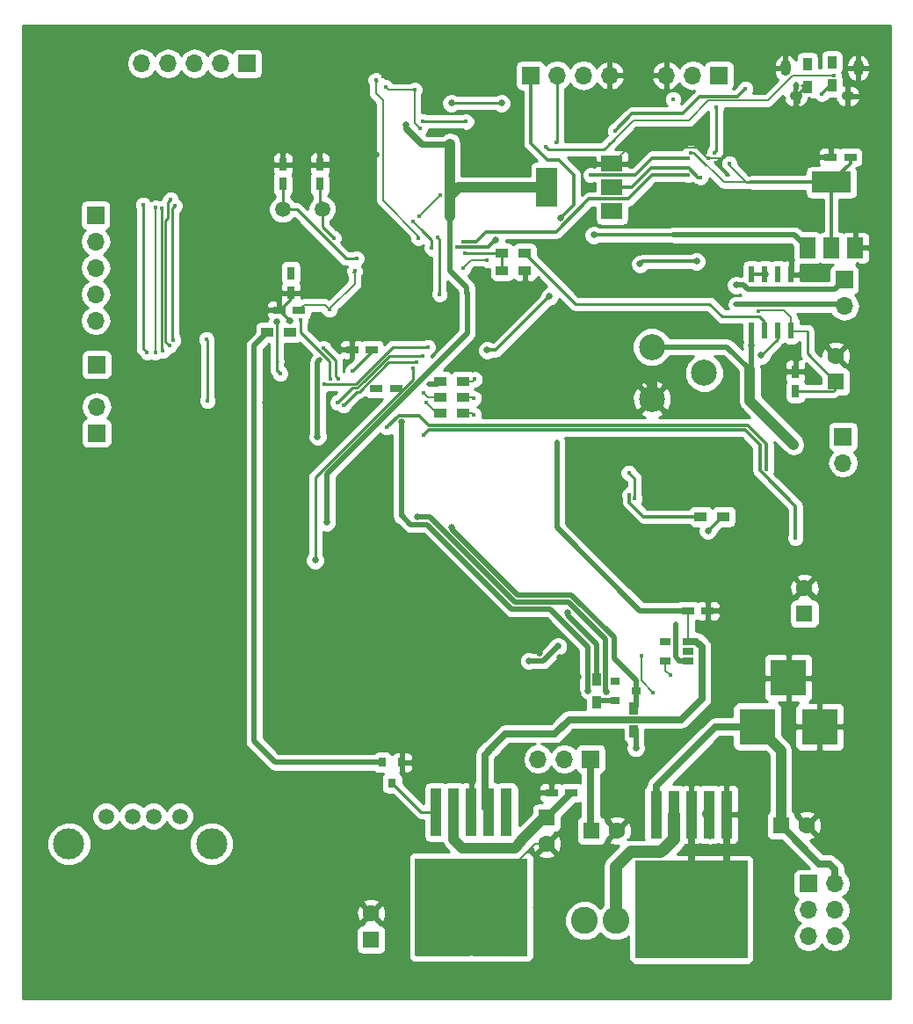
<source format=gbr>
G04 #@! TF.FileFunction,Copper,L2,Bot,Signal*
%FSLAX46Y46*%
G04 Gerber Fmt 4.6, Leading zero omitted, Abs format (unit mm)*
G04 Created by KiCad (PCBNEW 4.0.7) date 05/26/18 19:20:07*
%MOMM*%
%LPD*%
G01*
G04 APERTURE LIST*
%ADD10C,0.100000*%
%ADD11R,3.500000X3.500000*%
%ADD12R,0.800000X0.900000*%
%ADD13R,0.900000X0.800000*%
%ADD14R,1.100000X4.600000*%
%ADD15R,10.800000X9.400000*%
%ADD16R,5.250000X4.550000*%
%ADD17R,1.600000X1.600000*%
%ADD18C,1.600000*%
%ADD19R,1.060000X0.650000*%
%ADD20R,1.700000X1.700000*%
%ADD21O,1.700000X1.700000*%
%ADD22R,2.000000X3.800000*%
%ADD23R,2.000000X1.500000*%
%ADD24R,3.800000X2.000000*%
%ADD25R,1.500000X2.000000*%
%ADD26R,1.200000X0.750000*%
%ADD27R,0.750000X1.200000*%
%ADD28C,2.600000*%
%ADD29O,1.250000X0.950000*%
%ADD30O,1.000000X1.550000*%
%ADD31R,1.200000X0.900000*%
%ADD32R,0.900000X1.200000*%
%ADD33C,1.500000*%
%ADD34C,3.000000*%
%ADD35R,0.600000X1.550000*%
%ADD36C,2.500000*%
%ADD37C,0.650000*%
%ADD38C,0.450000*%
%ADD39C,0.300000*%
%ADD40C,0.500000*%
%ADD41C,0.250000*%
%ADD42C,1.000000*%
%ADD43C,0.150000*%
%ADD44C,0.200000*%
%ADD45C,0.700000*%
%ADD46C,1.200000*%
%ADD47C,0.254000*%
G04 APERTURE END LIST*
D10*
D11*
X181356000Y-127381000D03*
X187356000Y-127381000D03*
X184356000Y-122681000D03*
D12*
X145227000Y-130826000D03*
X147127000Y-130826000D03*
X146177000Y-132826000D03*
D13*
X167700000Y-124900000D03*
X167700000Y-123000000D03*
X169700000Y-123950000D03*
D14*
X150400000Y-135625000D03*
X152100000Y-135625000D03*
X153800000Y-135625000D03*
X155500000Y-135625000D03*
X157200000Y-135625000D03*
D15*
X153800000Y-144775000D03*
D16*
X156575000Y-147200000D03*
X151025000Y-142350000D03*
X151025000Y-147200000D03*
X156575000Y-142350000D03*
D17*
X144151000Y-147872000D03*
D18*
X144151000Y-145372000D03*
D17*
X161036000Y-136144000D03*
D18*
X161036000Y-138644000D03*
D17*
X185900000Y-116500000D03*
D18*
X185900000Y-114000000D03*
D19*
X174700000Y-119150000D03*
X174700000Y-120100000D03*
X174700000Y-121050000D03*
X172500000Y-121050000D03*
X172500000Y-119150000D03*
D20*
X159519000Y-64654000D03*
D21*
X162059000Y-64654000D03*
X164599000Y-64654000D03*
X167139000Y-64654000D03*
D22*
X161061000Y-75438000D03*
D23*
X167361000Y-75438000D03*
X167361000Y-77738000D03*
X167361000Y-73138000D03*
D20*
X189738000Y-84328000D03*
D21*
X189738000Y-86868000D03*
D14*
X171606000Y-135830000D03*
X173306000Y-135830000D03*
X175006000Y-135830000D03*
X176706000Y-135830000D03*
X178406000Y-135830000D03*
D15*
X175006000Y-144980000D03*
D16*
X177781000Y-147405000D03*
X172231000Y-142555000D03*
X172231000Y-147405000D03*
X177781000Y-142555000D03*
D24*
X188500000Y-74950000D03*
D25*
X188500000Y-81250000D03*
X186200000Y-81250000D03*
X190800000Y-81250000D03*
D20*
X177680000Y-64654000D03*
D21*
X175140000Y-64654000D03*
X172600000Y-64654000D03*
D26*
X137200000Y-87250000D03*
X135300000Y-87250000D03*
X142306000Y-91059000D03*
X144206000Y-91059000D03*
X163450000Y-133750000D03*
X161550000Y-133750000D03*
D17*
X183642000Y-136906000D03*
D18*
X186142000Y-136906000D03*
D17*
X165354000Y-137414000D03*
D18*
X167854000Y-137414000D03*
D26*
X190314000Y-72528000D03*
X188414000Y-72528000D03*
X174691000Y-116205000D03*
X176591000Y-116205000D03*
D27*
X135636000Y-73218000D03*
X135636000Y-75118000D03*
X139192000Y-73218000D03*
X139192000Y-75118000D03*
D20*
X165300000Y-130500000D03*
D21*
X162760000Y-130500000D03*
X160220000Y-130500000D03*
D28*
X164719000Y-146050000D03*
X167719000Y-146050000D03*
D29*
X190079000Y-66628000D03*
X185079000Y-66628000D03*
D30*
X191079000Y-63928000D03*
X184079000Y-63928000D03*
D31*
X152992000Y-94107000D03*
X150792000Y-94107000D03*
X150792000Y-97218500D03*
X152992000Y-97218500D03*
X152992000Y-95694500D03*
X150792000Y-95694500D03*
D32*
X169480000Y-125600000D03*
X169480000Y-127800000D03*
X186182000Y-65743000D03*
X186182000Y-63543000D03*
D31*
X175900000Y-107150000D03*
X178100000Y-107150000D03*
D32*
X188560000Y-63390000D03*
X188560000Y-65590000D03*
D31*
X136355000Y-89408000D03*
X134155000Y-89408000D03*
D32*
X165850000Y-125000000D03*
X165850000Y-122800000D03*
D33*
X135636000Y-77533500D03*
X139436000Y-77533500D03*
D26*
X144650000Y-94810000D03*
X146550000Y-94810000D03*
D27*
X136398000Y-85582800D03*
X136398000Y-83682800D03*
X185039000Y-95057000D03*
X185039000Y-93157000D03*
D20*
X117700000Y-99100000D03*
D21*
X117700000Y-96560000D03*
D33*
X125710000Y-136000000D03*
X123170000Y-136000000D03*
X121140000Y-136000000D03*
X118600000Y-136000000D03*
D34*
X128760000Y-138670000D03*
X115040000Y-138670000D03*
D20*
X117600000Y-78100000D03*
D21*
X117600000Y-80640000D03*
X117600000Y-83180000D03*
X117600000Y-85720000D03*
X117600000Y-88260000D03*
D20*
X189611000Y-99441000D03*
D21*
X189611000Y-101981000D03*
D20*
X117700000Y-92500000D03*
D35*
X180795000Y-83800000D03*
X182065000Y-83800000D03*
X183335000Y-83800000D03*
X184605000Y-83800000D03*
X184605000Y-89200000D03*
X183335000Y-89200000D03*
X182065000Y-89200000D03*
X180795000Y-89200000D03*
D20*
X186300000Y-142500000D03*
D21*
X188840000Y-142500000D03*
X186300000Y-145040000D03*
X188840000Y-145040000D03*
X186300000Y-147580000D03*
X188840000Y-147580000D03*
D31*
X156761000Y-81788000D03*
X158961000Y-81788000D03*
X156761000Y-83439000D03*
X158961000Y-83439000D03*
D36*
X176236000Y-93305000D03*
X171196000Y-95805000D03*
X171196000Y-90805000D03*
D20*
X132207000Y-63500000D03*
D21*
X129667000Y-63500000D03*
X127127000Y-63500000D03*
X124587000Y-63500000D03*
X122047000Y-63500000D03*
D17*
X188940000Y-94160000D03*
D18*
X188940000Y-91660000D03*
D37*
X140030000Y-117360000D03*
X188510000Y-63320000D03*
X147500000Y-69400000D03*
X151750000Y-71380000D03*
X161061000Y-75438000D03*
X139860000Y-107700000D03*
D38*
X153450000Y-87350000D03*
X177200000Y-72100000D03*
X175900000Y-74450000D03*
X140144500Y-87185500D03*
X136347200Y-83718400D03*
X177419000Y-67691000D03*
D37*
X167386000Y-75311000D03*
D38*
X142557500Y-83502500D03*
D37*
X165608000Y-80010000D03*
D38*
X173228000Y-80010000D03*
D37*
X156718000Y-67310000D03*
X151892000Y-67310000D03*
D38*
X144627600Y-94742000D03*
D37*
X144650000Y-72320000D03*
X184720000Y-83920000D03*
X129500000Y-87200000D03*
X136300000Y-88300000D03*
X140780000Y-83840000D03*
X172330000Y-71640000D03*
X177430000Y-82700000D03*
X167405000Y-90535000D03*
X165240000Y-88370000D03*
X133990000Y-96170000D03*
X136280000Y-129650000D03*
X138030000Y-128000000D03*
X139440000Y-126700000D03*
X143030000Y-126610000D03*
X146200000Y-126670000D03*
X149530000Y-126650000D03*
X152860000Y-126680000D03*
X157720000Y-126650000D03*
X161660000Y-126710000D03*
X164090000Y-124220000D03*
X164120000Y-122570000D03*
X136690000Y-126070000D03*
X138150000Y-124660000D03*
X140920000Y-124500000D03*
X143720000Y-124500000D03*
X146940000Y-124500000D03*
X150540000Y-124530000D03*
X154610000Y-124520000D03*
X158370000Y-124540000D03*
X161180000Y-124520000D03*
X162300000Y-122270000D03*
X162320000Y-120700000D03*
X160420000Y-120310000D03*
X159190000Y-122570000D03*
X156090000Y-122540000D03*
X151930000Y-122580000D03*
X147520000Y-122570000D03*
X143770000Y-122560000D03*
X141110000Y-122530000D03*
X137970000Y-122590000D03*
X136750000Y-123340000D03*
D38*
X176650000Y-72605000D03*
X178650000Y-72105000D03*
X188468000Y-72517000D03*
X153800000Y-144775000D03*
D37*
X178943000Y-146812000D03*
D38*
X129032000Y-79756000D03*
X129794000Y-81534000D03*
X129540000Y-84328000D03*
X138684000Y-67310000D03*
X145288000Y-64770000D03*
D37*
X167386000Y-82804000D03*
X167386000Y-84836000D03*
D38*
X149100000Y-69100000D03*
X153300000Y-69100000D03*
D37*
X155810000Y-129440000D03*
D38*
X162052000Y-99949000D03*
X155600000Y-135800000D03*
X172974000Y-122428000D03*
X142748000Y-82296000D03*
X136398000Y-89408000D03*
D37*
X159360000Y-121050000D03*
X162150000Y-119650000D03*
X157200000Y-135625000D03*
D38*
X140208000Y-93878400D03*
X185039000Y-109220000D03*
X149225000Y-99314000D03*
X137363200Y-88239600D03*
X149707600Y-94361000D03*
X150000000Y-81300000D03*
X148209000Y-78740000D03*
X172500000Y-119100000D03*
X171323000Y-124079000D03*
X170180000Y-120523000D03*
D37*
X176600000Y-108500000D03*
D38*
X169037000Y-105029000D03*
X173482000Y-117475000D03*
D37*
X180795000Y-90650000D03*
X152100000Y-135625000D03*
X184850000Y-100200000D03*
X167259000Y-77724000D03*
X135070000Y-88410000D03*
D38*
X135382000Y-93370400D03*
X148844000Y-69723000D03*
X145542000Y-65786000D03*
X148336000Y-66040000D03*
X148700000Y-80300000D03*
X144600000Y-65100000D03*
X142367000Y-93091000D03*
X140525500Y-80327500D03*
D37*
X169670000Y-129430000D03*
X155320000Y-91110000D03*
X161330000Y-85940000D03*
X162400000Y-78360000D03*
D38*
X159519000Y-64654000D03*
X162001200Y-71120000D03*
D37*
X150495000Y-137541000D03*
D38*
X149161500Y-95250000D03*
X149479000Y-96202500D03*
X154114500Y-93916500D03*
X154051000Y-97345500D03*
X154051000Y-95758000D03*
D37*
X139000000Y-99450000D03*
X151900000Y-108175000D03*
D38*
X139242800Y-91998800D03*
D37*
X163050000Y-116400000D03*
D38*
X150749000Y-85725000D03*
X150520400Y-80264000D03*
X153035000Y-80645000D03*
X174650000Y-74250000D03*
D37*
X156180000Y-80480000D03*
D38*
X165300000Y-74250000D03*
X174650000Y-72600000D03*
X152400000Y-81153000D03*
D37*
X179324000Y-84836000D03*
D38*
X179300000Y-86700000D03*
X178650000Y-73105000D03*
X174950000Y-72100000D03*
X150812500Y-76200000D03*
X148780500Y-78232000D03*
X173250000Y-66950000D03*
X160934400Y-71526400D03*
X188722000Y-64643000D03*
X167640000Y-69977000D03*
X180213000Y-65913000D03*
X153035000Y-83185000D03*
X155321000Y-82423000D03*
X186182000Y-63500000D03*
D37*
X170050000Y-82804000D03*
X175500000Y-82560000D03*
D38*
X187579000Y-66421000D03*
D37*
X148625000Y-107175000D03*
X166800000Y-123975000D03*
X165050000Y-123900000D03*
X147066000Y-98044000D03*
D38*
X169545000Y-105410000D03*
X168973500Y-102933500D03*
X182245000Y-102616000D03*
X140970000Y-93853000D03*
X139573000Y-90932000D03*
X145669000Y-98552000D03*
D37*
X182118000Y-83820000D03*
X138768000Y-111340000D03*
D38*
X148209000Y-92837000D03*
X183335000Y-83800000D03*
X125222000Y-77216000D03*
X125095000Y-90170000D03*
X128397000Y-96012000D03*
X128270000Y-90043000D03*
X124841000Y-76581000D03*
X124714000Y-90678000D03*
X123952000Y-77470000D03*
X124079000Y-91186000D03*
X123400000Y-77400000D03*
X123400000Y-91300000D03*
X149606000Y-90805000D03*
X139649200Y-94386400D03*
X148488400Y-92303600D03*
X141478000Y-96418400D03*
X140919200Y-96164400D03*
X149098000Y-91643200D03*
X181450000Y-87350000D03*
X153162000Y-81788000D03*
X122555000Y-91313000D03*
X122174000Y-77089000D03*
D37*
X181750000Y-91620000D03*
D38*
X176530000Y-135763000D03*
D39*
X137600000Y-115760000D02*
X138430000Y-115760000D01*
X138430000Y-115760000D02*
X140030000Y-117360000D01*
X188510000Y-63320000D02*
X188560000Y-63370000D01*
X188560000Y-63370000D02*
X188560000Y-63390000D01*
D40*
X147500000Y-69400000D02*
X147500000Y-69820000D01*
X149060000Y-71380000D02*
X151750000Y-71380000D01*
X147500000Y-69820000D02*
X149060000Y-71380000D01*
D41*
X177419000Y-67691000D02*
X177419000Y-71881000D01*
X177419000Y-71881000D02*
X177200000Y-72100000D01*
D42*
X151750000Y-75630000D02*
X151750000Y-78200000D01*
X161061000Y-75438000D02*
X152552000Y-75438000D01*
X152130000Y-75630000D02*
X151750000Y-75630000D01*
X151750000Y-76010000D02*
X152130000Y-75630000D01*
X151750000Y-76240000D02*
X151750000Y-76010000D01*
X152552000Y-75438000D02*
X151750000Y-76240000D01*
D40*
X139860000Y-107700000D02*
X139903200Y-107700000D01*
X139903200Y-107700000D02*
X139860000Y-107700000D01*
X139860000Y-107700000D02*
X139903200Y-107700000D01*
X173228000Y-80010000D02*
X184960000Y-80010000D01*
X184960000Y-80010000D02*
X186200000Y-81250000D01*
D41*
X153450000Y-87350000D02*
X153416000Y-87350000D01*
X153416000Y-87350000D02*
X153450000Y-87350000D01*
X153450000Y-87350000D02*
X153416000Y-87350000D01*
X153416000Y-87350000D02*
X153450000Y-87350000D01*
X153450000Y-87350000D02*
X153416000Y-87350000D01*
D39*
X175900000Y-74450000D02*
X175650000Y-74450000D01*
X169262000Y-75438000D02*
X167361000Y-75438000D01*
X171150000Y-73550000D02*
X169262000Y-75438000D01*
X174750000Y-73550000D02*
X171150000Y-73550000D01*
X175650000Y-74450000D02*
X174750000Y-73550000D01*
D43*
X177200000Y-72100000D02*
X177419000Y-71881000D01*
X167899000Y-74900000D02*
X167361000Y-75438000D01*
D44*
X139550000Y-86750000D02*
X137700000Y-86750000D01*
X140144500Y-87185500D02*
X139709000Y-86750000D01*
X139550000Y-86750000D02*
X139709000Y-86750000D01*
X137700000Y-86750000D02*
X137200000Y-87250000D01*
X140144500Y-87185500D02*
X140144500Y-87105500D01*
X142557500Y-84692500D02*
X142557500Y-83502500D01*
X140144500Y-87105500D02*
X142557500Y-84692500D01*
D41*
X136347200Y-83718400D02*
X136382800Y-83682800D01*
X136382800Y-83682800D02*
X136398000Y-83682800D01*
D40*
X153416000Y-85598000D02*
X153416000Y-87350000D01*
X153416000Y-87350000D02*
X153416000Y-87500000D01*
X153416000Y-87500000D02*
X153416000Y-89509600D01*
X139903200Y-103022400D02*
X139903200Y-107700000D01*
X153416000Y-89509600D02*
X139903200Y-103022400D01*
X153416000Y-85598000D02*
X153389000Y-85598000D01*
D41*
X177419000Y-67945000D02*
X177419000Y-67691000D01*
D42*
X151750000Y-71232000D02*
X151750000Y-75630000D01*
D39*
X151750000Y-71135000D02*
X151750000Y-71232000D01*
X151765000Y-71120000D02*
X151750000Y-71135000D01*
D40*
X167386000Y-75311000D02*
X167361000Y-75336000D01*
X167361000Y-75336000D02*
X167361000Y-75438000D01*
D44*
X142430500Y-83629500D02*
X142557500Y-83502500D01*
D39*
X173228000Y-80010000D02*
X165608000Y-80010000D01*
D41*
X151892000Y-67310000D02*
X156718000Y-67310000D01*
D40*
X186436000Y-81280000D02*
X186406000Y-81250000D01*
X186406000Y-81250000D02*
X186200000Y-81250000D01*
X151750000Y-78200000D02*
X151750000Y-83450000D01*
X151750000Y-83450000D02*
X153389000Y-85089000D01*
X153389000Y-85089000D02*
X153389000Y-85598000D01*
X153389000Y-85598000D02*
X153389000Y-85635000D01*
D44*
X151765000Y-71120000D02*
X149220000Y-71120000D01*
X149220000Y-71120000D02*
X148270000Y-70170000D01*
X148270000Y-70170000D02*
X147500000Y-69400000D01*
D41*
X144627600Y-94742000D02*
X144642800Y-94757200D01*
X144642800Y-94757200D02*
X144678400Y-94757200D01*
D40*
X139192000Y-73218000D02*
X143752000Y-73218000D01*
X143752000Y-73218000D02*
X144650000Y-72320000D01*
D41*
X186182000Y-65743000D02*
X185964000Y-65743000D01*
X185964000Y-65743000D02*
X185079000Y-66628000D01*
X184720000Y-83920000D02*
X184605000Y-83805000D01*
X184605000Y-83805000D02*
X184605000Y-83800000D01*
X129794000Y-81534000D02*
X129794000Y-84074000D01*
X129794000Y-84074000D02*
X129540000Y-84328000D01*
X129540000Y-87160000D02*
X129500000Y-87200000D01*
X129540000Y-84328000D02*
X129540000Y-87160000D01*
X135300000Y-87250000D02*
X135300000Y-87300000D01*
X135300000Y-87300000D02*
X136300000Y-88300000D01*
X136398000Y-85582800D02*
X136398000Y-86152000D01*
X136398000Y-86152000D02*
X135300000Y-87250000D01*
X140780000Y-83840000D02*
X140900000Y-83960000D01*
X140900000Y-83960000D02*
X140900000Y-84470000D01*
X140900000Y-84470000D02*
X139787200Y-85582800D01*
X139787200Y-85582800D02*
X136398000Y-85582800D01*
D39*
X167386000Y-82804000D02*
X167386000Y-84836000D01*
D41*
X172330000Y-71640000D02*
X172330000Y-71600000D01*
X172330000Y-71600000D02*
X172330000Y-71640000D01*
X172330000Y-71640000D02*
X172330000Y-71600000D01*
D42*
X175294000Y-84836000D02*
X177430000Y-82700000D01*
X167386000Y-84836000D02*
X175294000Y-84836000D01*
X171196000Y-95805000D02*
X171196000Y-94326000D01*
X171196000Y-94326000D02*
X167405000Y-90535000D01*
X167405000Y-90535000D02*
X165240000Y-88370000D01*
D40*
X133990000Y-96170000D02*
X133970000Y-96170000D01*
X136280000Y-129650000D02*
X137930000Y-128000000D01*
X137930000Y-128000000D02*
X138030000Y-128000000D01*
X139440000Y-126700000D02*
X139530000Y-126610000D01*
X139530000Y-126610000D02*
X143030000Y-126610000D01*
X146200000Y-126670000D02*
X146220000Y-126650000D01*
X146220000Y-126650000D02*
X149530000Y-126650000D01*
X152860000Y-126680000D02*
X152890000Y-126650000D01*
X152890000Y-126650000D02*
X157720000Y-126650000D01*
X161660000Y-126710000D02*
X164090000Y-124280000D01*
X164090000Y-124280000D02*
X164090000Y-124220000D01*
X164120000Y-122570000D02*
X164120000Y-122540000D01*
X164120000Y-122540000D02*
X164090000Y-122570000D01*
X164090000Y-122570000D02*
X164090000Y-122630000D01*
X164090000Y-122630000D02*
X164060000Y-122660000D01*
X136690000Y-126070000D02*
X138100000Y-124660000D01*
X138100000Y-124660000D02*
X138150000Y-124660000D01*
X140920000Y-124500000D02*
X143720000Y-124500000D01*
X146940000Y-124500000D02*
X146970000Y-124530000D01*
X146970000Y-124530000D02*
X150540000Y-124530000D01*
X154610000Y-124520000D02*
X154630000Y-124540000D01*
X154630000Y-124540000D02*
X158370000Y-124540000D01*
X161180000Y-124520000D02*
X162300000Y-123400000D01*
X162300000Y-123400000D02*
X162300000Y-122270000D01*
X162320000Y-120700000D02*
X162310000Y-120690000D01*
X162310000Y-120690000D02*
X162310000Y-120660000D01*
X162310000Y-120660000D02*
X162290000Y-120640000D01*
X162290000Y-120640000D02*
X162290000Y-120620000D01*
X160420000Y-120310000D02*
X160410000Y-120310000D01*
X156120000Y-122570000D02*
X159190000Y-122570000D01*
X156090000Y-122540000D02*
X156120000Y-122570000D01*
X147530000Y-122580000D02*
X151930000Y-122580000D01*
X147520000Y-122570000D02*
X147530000Y-122580000D01*
X141140000Y-122560000D02*
X143770000Y-122560000D01*
X141110000Y-122530000D02*
X141140000Y-122560000D01*
X137500000Y-122590000D02*
X137970000Y-122590000D01*
X136750000Y-123340000D02*
X137500000Y-122590000D01*
D44*
X176650000Y-72605000D02*
X176555000Y-72605000D01*
X168899000Y-71600000D02*
X167361000Y-73138000D01*
X175550000Y-71600000D02*
X172330000Y-71600000D01*
X172330000Y-71600000D02*
X168899000Y-71600000D01*
X176555000Y-72605000D02*
X175550000Y-71600000D01*
D43*
X176650000Y-72650000D02*
X178150000Y-72650000D01*
X178150000Y-72605000D02*
X178150000Y-72650000D01*
X178150000Y-72605000D02*
X178650000Y-72105000D01*
X178650000Y-72105000D02*
X178655000Y-72105000D01*
X176650000Y-72605000D02*
X176650000Y-72650000D01*
D39*
X188468000Y-72517000D02*
X188457000Y-72528000D01*
X188457000Y-72528000D02*
X188414000Y-72528000D01*
D43*
X161036000Y-138644000D02*
X159931000Y-138644000D01*
X159931000Y-138644000D02*
X153800000Y-144775000D01*
D45*
X175006000Y-135830000D02*
X175006000Y-144980000D01*
X178406000Y-135830000D02*
X178406000Y-141580000D01*
X178406000Y-141580000D02*
X175006000Y-144980000D01*
X178943000Y-146812000D02*
X177111000Y-144980000D01*
X177111000Y-144980000D02*
X175006000Y-144980000D01*
D44*
X129032000Y-79756000D02*
X129794000Y-80518000D01*
X129794000Y-80518000D02*
X129794000Y-81534000D01*
X138684000Y-62738000D02*
X138684000Y-67310000D01*
X144780000Y-62738000D02*
X138684000Y-62738000D01*
X145288000Y-63246000D02*
X144780000Y-62738000D01*
X145288000Y-64770000D02*
X145288000Y-63246000D01*
D43*
X174700000Y-120100000D02*
X174964000Y-120100000D01*
D40*
X190754000Y-81026000D02*
X190800000Y-81072000D01*
X190800000Y-81072000D02*
X190800000Y-81250000D01*
D44*
X185420000Y-67310000D02*
X185420000Y-66845000D01*
D41*
X149100000Y-69100000D02*
X153300000Y-69100000D01*
D40*
X155810000Y-129440000D02*
X155765000Y-129395000D01*
X155765000Y-129395000D02*
X155810000Y-129440000D01*
X155810000Y-129440000D02*
X155810000Y-129350000D01*
D45*
X163310000Y-126695200D02*
X163220400Y-126695200D01*
X163220400Y-126695200D02*
X161855600Y-128060000D01*
X155090000Y-130070000D02*
X155090000Y-135215000D01*
X157100000Y-128060000D02*
X155810000Y-129350000D01*
X155810000Y-129350000D02*
X155090000Y-130070000D01*
X161855600Y-128060000D02*
X157100000Y-128060000D01*
X155090000Y-135215000D02*
X155500000Y-135625000D01*
X175487200Y-119150000D02*
X176022000Y-119684800D01*
X176022000Y-119684800D02*
X176022000Y-124663200D01*
X176022000Y-124663200D02*
X173990000Y-126695200D01*
X173990000Y-126695200D02*
X163310000Y-126695200D01*
X174700000Y-119150000D02*
X175487200Y-119150000D01*
D40*
X174691000Y-116205000D02*
X170053000Y-116205000D01*
X162052000Y-108204000D02*
X162052000Y-99949000D01*
X170053000Y-116205000D02*
X162052000Y-108204000D01*
D44*
X174700000Y-119150000D02*
X174700000Y-116214000D01*
X174700000Y-116214000D02*
X174691000Y-116205000D01*
D41*
X162179000Y-100076000D02*
X162052000Y-99949000D01*
D40*
X155600000Y-135800000D02*
X155500000Y-135700000D01*
X155500000Y-135700000D02*
X155500000Y-135625000D01*
D44*
X172500000Y-121954000D02*
X172974000Y-122428000D01*
X172500000Y-121050000D02*
X172500000Y-121954000D01*
D41*
X135636000Y-77533500D02*
X136969500Y-77533500D01*
X141732000Y-82296000D02*
X142748000Y-82296000D01*
X136969500Y-77533500D02*
X141732000Y-82296000D01*
X135636000Y-75118000D02*
X135636000Y-77533500D01*
X136398000Y-89408000D02*
X136355000Y-89408000D01*
D40*
X160750000Y-121050000D02*
X159360000Y-121050000D01*
X162150000Y-119650000D02*
X160750000Y-121050000D01*
D39*
X178350000Y-98800000D02*
X180150000Y-98800000D01*
X181600000Y-100250000D02*
X181600000Y-102700000D01*
X180150000Y-98800000D02*
X181600000Y-100250000D01*
X185039000Y-109220000D02*
X185039000Y-106139000D01*
X185039000Y-106139000D02*
X182024000Y-103124000D01*
X149739000Y-98800000D02*
X149225000Y-99314000D01*
X178350000Y-98800000D02*
X149739000Y-98800000D01*
X182024000Y-103124000D02*
X181600000Y-102700000D01*
D41*
X140106400Y-92202000D02*
X140106400Y-92151200D01*
X140208000Y-93878400D02*
X140106400Y-93776800D01*
X140106400Y-93776800D02*
X140106400Y-92202000D01*
X137363200Y-89408000D02*
X137363200Y-88239600D01*
X140106400Y-92151200D02*
X137363200Y-89408000D01*
D40*
X150538000Y-94361000D02*
X149707600Y-94361000D01*
X150538000Y-94361000D02*
X150792000Y-94107000D01*
D44*
X149000000Y-79500000D02*
X148969000Y-79500000D01*
D41*
X149050000Y-79550000D02*
X150000000Y-80500000D01*
X149000000Y-79500000D02*
X149050000Y-79550000D01*
X150000000Y-80500000D02*
X150000000Y-81300000D01*
D44*
X148969000Y-79500000D02*
X148209000Y-78740000D01*
X171323000Y-124079000D02*
X170180000Y-122936000D01*
X170180000Y-120523000D02*
X170180000Y-122936000D01*
D40*
X167700000Y-124900000D02*
X165950000Y-124900000D01*
X165950000Y-124900000D02*
X165850000Y-125000000D01*
D39*
X178100000Y-107150000D02*
X177950000Y-107150000D01*
X177950000Y-107150000D02*
X176600000Y-108500000D01*
X175900000Y-107150000D02*
X170400000Y-107150000D01*
X169037000Y-105787000D02*
X169037000Y-105029000D01*
X170400000Y-107150000D02*
X169037000Y-105787000D01*
D40*
X174700000Y-121050000D02*
X173882000Y-121050000D01*
X173482000Y-120650000D02*
X173482000Y-117475000D01*
X173882000Y-121050000D02*
X173482000Y-120650000D01*
D45*
X118600000Y-136000000D02*
X118600000Y-136150000D01*
X152050000Y-136540000D02*
X152100000Y-136490000D01*
X152100000Y-136490000D02*
X152100000Y-135625000D01*
X161036000Y-136144000D02*
X161056000Y-136144000D01*
X161056000Y-136144000D02*
X163450000Y-133750000D01*
D42*
X184850000Y-100200000D02*
X180625000Y-95975000D01*
X180625000Y-95975000D02*
X180625000Y-92975000D01*
D40*
X171196000Y-90805000D02*
X178455000Y-90805000D01*
X178455000Y-90805000D02*
X180625000Y-92975000D01*
X180625000Y-92975000D02*
X180795000Y-93145000D01*
X180795000Y-90650000D02*
X180795000Y-93145000D01*
X180795000Y-89200000D02*
X180795000Y-90650000D01*
X167259000Y-77724000D02*
X167273000Y-77738000D01*
X167273000Y-77738000D02*
X167361000Y-77738000D01*
X152019000Y-135636000D02*
X152030000Y-135625000D01*
X152030000Y-135625000D02*
X152100000Y-135625000D01*
D41*
X152019000Y-137160000D02*
X152100000Y-137079000D01*
X152100000Y-137079000D02*
X152100000Y-135625000D01*
D42*
X161036000Y-136144000D02*
X160782000Y-136144000D01*
X160782000Y-136144000D02*
X158623000Y-138303000D01*
X158623000Y-138303000D02*
X158623000Y-138430000D01*
X158623000Y-138430000D02*
X157988000Y-139065000D01*
X157988000Y-139065000D02*
X152908000Y-139065000D01*
X152908000Y-139065000D02*
X152100000Y-138257000D01*
X152100000Y-138257000D02*
X152100000Y-135625000D01*
D45*
X152100000Y-135600000D02*
X152100000Y-135625000D01*
D41*
X135070000Y-88410000D02*
X135077200Y-88410000D01*
X135077200Y-88410000D02*
X135070000Y-88410000D01*
X135070000Y-88410000D02*
X135077200Y-88410000D01*
X135128000Y-92202000D02*
X135077200Y-92202000D01*
X135077200Y-92252800D02*
X135128000Y-92202000D01*
X135077200Y-93065600D02*
X135077200Y-92252800D01*
X135382000Y-93370400D02*
X135077200Y-93065600D01*
X135077200Y-88410000D02*
X135077200Y-92202000D01*
X135077200Y-92202000D02*
X135077200Y-93116400D01*
D44*
X148336000Y-69215000D02*
X148336000Y-66040000D01*
X148844000Y-69723000D02*
X148336000Y-69215000D01*
X145542000Y-65786000D02*
X145796000Y-66040000D01*
X145796000Y-66040000D02*
X148336000Y-66040000D01*
D43*
X145288000Y-75946000D02*
X145288000Y-76708000D01*
D44*
X145288000Y-75946000D02*
X145288000Y-67056000D01*
X145288000Y-67056000D02*
X144600000Y-66368000D01*
X144600000Y-65100000D02*
X144600000Y-66368000D01*
D43*
X148700000Y-80120000D02*
X148700000Y-80300000D01*
X145288000Y-76708000D02*
X148700000Y-80120000D01*
D41*
X144600000Y-65100000D02*
X144700000Y-65200000D01*
X144206000Y-91059000D02*
X144206000Y-91252000D01*
X144206000Y-91252000D02*
X142367000Y-93091000D01*
X139192000Y-75118000D02*
X139192000Y-77289500D01*
X139192000Y-77289500D02*
X139436000Y-77533500D01*
X139436000Y-77533500D02*
X139436000Y-79238000D01*
X139436000Y-79238000D02*
X140525500Y-80327500D01*
D44*
X139754002Y-77787500D02*
X139500002Y-77533500D01*
X139500002Y-77533500D02*
X139436000Y-77533500D01*
D40*
X169670000Y-127670000D02*
X169670000Y-129430000D01*
D39*
X163650000Y-74620000D02*
X163650000Y-77110000D01*
X156160000Y-91110000D02*
X155320000Y-91110000D01*
X161330000Y-85940000D02*
X156160000Y-91110000D01*
X163650000Y-77110000D02*
X162400000Y-78360000D01*
X159519000Y-64654000D02*
X159519000Y-71169000D01*
X163650000Y-74230000D02*
X163650000Y-74620000D01*
X163650000Y-74620000D02*
X163650000Y-74650000D01*
X162230000Y-72810000D02*
X163650000Y-74230000D01*
X161160000Y-72810000D02*
X162230000Y-72810000D01*
X159519000Y-71169000D02*
X161160000Y-72810000D01*
D41*
X162059000Y-70619000D02*
X162059000Y-71062200D01*
X162059000Y-64654000D02*
X162059000Y-70619000D01*
X162059000Y-71062200D02*
X162001200Y-71120000D01*
X150400000Y-135625000D02*
X148976000Y-135625000D01*
X148976000Y-135625000D02*
X146177000Y-132826000D01*
X150495000Y-137541000D02*
X150400000Y-137446000D01*
X150400000Y-137446000D02*
X150400000Y-135625000D01*
D44*
X149606000Y-95694500D02*
X150792000Y-95694500D01*
X149161500Y-95250000D02*
X149606000Y-95694500D01*
X149479000Y-96202500D02*
X150495000Y-97218500D01*
X150495000Y-97218500D02*
X150792000Y-97218500D01*
X152992000Y-94107000D02*
X153924000Y-94107000D01*
X153924000Y-94107000D02*
X154114500Y-93916500D01*
X152992000Y-97218500D02*
X153924000Y-97218500D01*
X153924000Y-97218500D02*
X154051000Y-97345500D01*
X153987500Y-95694500D02*
X152992000Y-95694500D01*
X154051000Y-95758000D02*
X153987500Y-95694500D01*
D46*
X173306000Y-135830000D02*
X173306000Y-138225000D01*
X167719000Y-140891000D02*
X167719000Y-146050000D01*
X169164000Y-139446000D02*
X167719000Y-140891000D01*
X172085000Y-139446000D02*
X169164000Y-139446000D01*
X173306000Y-138225000D02*
X172085000Y-139446000D01*
D40*
X132870000Y-118200000D02*
X132870000Y-90693000D01*
X134906000Y-130826000D02*
X134825000Y-130745000D01*
X134825000Y-130745000D02*
X132870000Y-128790000D01*
X132870000Y-128790000D02*
X132870000Y-118200000D01*
X145227000Y-130826000D02*
X134906000Y-130826000D01*
X132870000Y-90693000D02*
X134155000Y-89408000D01*
X169700000Y-123950000D02*
X169700000Y-125440000D01*
X169700000Y-125440000D02*
X169670000Y-125470000D01*
X169700000Y-123950000D02*
X169700000Y-122925000D01*
X138988800Y-99438800D02*
X138988800Y-92252800D01*
X139000000Y-99450000D02*
X138988800Y-99438800D01*
X151900000Y-108325000D02*
X151900000Y-108175000D01*
X158250000Y-114675000D02*
X151900000Y-108325000D01*
X163425000Y-114675000D02*
X158250000Y-114675000D01*
X167550000Y-118800000D02*
X163425000Y-114675000D01*
X167550000Y-120775000D02*
X167550000Y-118800000D01*
X169700000Y-122925000D02*
X167550000Y-120775000D01*
X138988800Y-92252800D02*
X139242800Y-91998800D01*
D39*
X139242800Y-91998800D02*
X138988800Y-92252800D01*
D41*
X138988800Y-92252800D02*
X138988800Y-92278200D01*
X138988800Y-92278200D02*
X138988800Y-96570800D01*
D40*
X163050000Y-116400000D02*
X163050000Y-116650000D01*
X165850000Y-119450000D02*
X165850000Y-122800000D01*
X163050000Y-116650000D02*
X165850000Y-119450000D01*
D41*
X150520400Y-80264000D02*
X150749000Y-80492600D01*
X150749000Y-80492600D02*
X150749000Y-85725000D01*
D39*
X157900000Y-79700000D02*
X161990000Y-79700000D01*
X165140000Y-76550000D02*
X165850000Y-76550000D01*
X161990000Y-79700000D02*
X165140000Y-76550000D01*
X171250000Y-74250000D02*
X168950000Y-76550000D01*
X171250000Y-74250000D02*
X174650000Y-74250000D01*
X168950000Y-76550000D02*
X165850000Y-76550000D01*
X153035000Y-80645000D02*
X154305000Y-80645000D01*
X155250000Y-79700000D02*
X157900000Y-79700000D01*
X154305000Y-80645000D02*
X155250000Y-79700000D01*
D43*
X170112000Y-75438000D02*
X169950000Y-75600000D01*
X170275000Y-75275000D02*
X170112000Y-75438000D01*
X171300000Y-74250000D02*
X170275000Y-75275000D01*
X174650000Y-74250000D02*
X171300000Y-74250000D01*
D39*
X155507000Y-81153000D02*
X152400000Y-81153000D01*
X156180000Y-80480000D02*
X155507000Y-81153000D01*
X174650000Y-72600000D02*
X171250000Y-72600000D01*
X171250000Y-72600000D02*
X169600000Y-74250000D01*
X169600000Y-74250000D02*
X165300000Y-74250000D01*
D43*
X155956000Y-80518000D02*
X155321000Y-81153000D01*
D40*
X179324000Y-84836000D02*
X180036000Y-84836000D01*
X188816000Y-85250000D02*
X189738000Y-84328000D01*
X180450000Y-85250000D02*
X188816000Y-85250000D01*
X180036000Y-84836000D02*
X180450000Y-85250000D01*
X189738000Y-86868000D02*
X189368000Y-86868000D01*
X189368000Y-86868000D02*
X189200000Y-86700000D01*
X189200000Y-86700000D02*
X179300000Y-86700000D01*
D39*
X190314000Y-72528000D02*
X190314000Y-73136000D01*
X190314000Y-73136000D02*
X188500000Y-74950000D01*
X188500000Y-74950000D02*
X180700000Y-74950000D01*
X188500000Y-81250000D02*
X188500000Y-74950000D01*
D41*
X188500000Y-74950000D02*
X188500000Y-74342000D01*
D44*
X174950000Y-72100000D02*
X175300000Y-72100000D01*
X175300000Y-72100000D02*
X178150000Y-74950000D01*
X178150000Y-74950000D02*
X180700000Y-74950000D01*
D41*
X178650000Y-73100000D02*
X178650000Y-73105000D01*
D44*
X178650000Y-73300000D02*
X178900000Y-73550000D01*
D41*
X180700000Y-74950000D02*
X180300000Y-74950000D01*
D43*
X180300000Y-74950000D02*
X178900000Y-73550000D01*
X178900000Y-73550000D02*
X178750000Y-73400000D01*
X175200000Y-72100000D02*
X174950000Y-72100000D01*
X176500000Y-73400000D02*
X175200000Y-72100000D01*
D44*
X148780500Y-78232000D02*
X150812500Y-76200000D01*
D41*
X167538400Y-70815200D02*
X167538400Y-70840600D01*
X166573200Y-71780400D02*
X167538400Y-70815200D01*
X161188400Y-71780400D02*
X166573200Y-71780400D01*
X160934400Y-71526400D02*
X161188400Y-71780400D01*
D44*
X182372000Y-67056000D02*
X184785000Y-64643000D01*
X167005000Y-71374000D02*
X167538400Y-70840600D01*
X167538400Y-70840600D02*
X169418000Y-68961000D01*
X169418000Y-68961000D02*
X174752000Y-68961000D01*
X174752000Y-68961000D02*
X176657000Y-67056000D01*
X176657000Y-67056000D02*
X179959000Y-67056000D01*
X179959000Y-67056000D02*
X182372000Y-67056000D01*
X184785000Y-64643000D02*
X188722000Y-64643000D01*
X188722000Y-64643000D02*
X187325000Y-64643000D01*
D39*
X169291000Y-68326000D02*
X167640000Y-69977000D01*
X174178996Y-68326000D02*
X169291000Y-68326000D01*
X175798998Y-66705998D02*
X174178996Y-68326000D01*
X179420002Y-66705998D02*
X175798998Y-66705998D01*
X180213000Y-65913000D02*
X179420002Y-66705998D01*
D44*
X153035000Y-83185000D02*
X153797000Y-82423000D01*
X153797000Y-82423000D02*
X155321000Y-82423000D01*
X186182000Y-63500000D02*
X186182000Y-63543000D01*
D39*
X175500000Y-82560000D02*
X170294000Y-82560000D01*
X170294000Y-82560000D02*
X170050000Y-82804000D01*
X188257000Y-65743000D02*
X187579000Y-66421000D01*
D40*
X149825000Y-107175000D02*
X148625000Y-107175000D01*
X158025000Y-115375000D02*
X149825000Y-107175000D01*
X163175000Y-115375000D02*
X158025000Y-115375000D01*
X166725000Y-118925000D02*
X163175000Y-115375000D01*
X166725000Y-119200000D02*
X166725000Y-118925000D01*
X166725000Y-123900000D02*
X166725000Y-119200000D01*
X166800000Y-123975000D02*
X166725000Y-123900000D01*
X157675000Y-116050000D02*
X156325000Y-114700000D01*
X147066000Y-107016000D02*
X147066000Y-107116000D01*
X147975000Y-107925000D02*
X147066000Y-107016000D01*
X149550000Y-107925000D02*
X147975000Y-107925000D01*
X156325000Y-114700000D02*
X149550000Y-107925000D01*
X165050000Y-123900000D02*
X165025000Y-123875000D01*
X165025000Y-123875000D02*
X165025000Y-119675000D01*
X165025000Y-119675000D02*
X161400000Y-116050000D01*
X161400000Y-116050000D02*
X160800000Y-116050000D01*
X147066000Y-98044000D02*
X147066000Y-107116000D01*
X157675000Y-116050000D02*
X160800000Y-116050000D01*
D41*
X169545000Y-103505000D02*
X169545000Y-105410000D01*
X168973500Y-102933500D02*
X169545000Y-103505000D01*
D39*
X178250000Y-98350000D02*
X180450000Y-98350000D01*
X182245000Y-100145000D02*
X182245000Y-102616000D01*
X180450000Y-98350000D02*
X182245000Y-100145000D01*
X145669000Y-98552000D02*
X145669000Y-98531000D01*
D41*
X140716000Y-93599000D02*
X140970000Y-93853000D01*
X140716000Y-92075000D02*
X140716000Y-93599000D01*
X139573000Y-90932000D02*
X140716000Y-92075000D01*
D39*
X145669000Y-98531000D02*
X146800000Y-97400000D01*
X146800000Y-97400000D02*
X148750000Y-97400000D01*
X148750000Y-97400000D02*
X149700000Y-98350000D01*
X149700000Y-98350000D02*
X178250000Y-98350000D01*
X182118000Y-83820000D02*
X182098000Y-83800000D01*
X180795000Y-83800000D02*
X182065000Y-83800000D01*
X182098000Y-83800000D02*
X182065000Y-83800000D01*
D41*
X138768000Y-111340000D02*
X138768000Y-103395600D01*
X138768000Y-103395600D02*
X148209000Y-93954600D01*
X148209000Y-93954600D02*
X148209000Y-92837000D01*
D39*
X183300000Y-83600000D02*
X183335000Y-83635000D01*
X183335000Y-83635000D02*
X183335000Y-83800000D01*
D41*
X125222000Y-77216000D02*
X124968000Y-77470000D01*
X124968000Y-77470000D02*
X124968000Y-90043000D01*
X124968000Y-90043000D02*
X125095000Y-90170000D01*
X128397000Y-90170000D02*
X128397000Y-96012000D01*
X128270000Y-90043000D02*
X128397000Y-90170000D01*
X124841000Y-76581000D02*
X124587000Y-76835000D01*
X124587000Y-76835000D02*
X124587000Y-78359000D01*
X124587000Y-78359000D02*
X124333000Y-78613000D01*
X124333000Y-90297000D02*
X124714000Y-90678000D01*
X124333000Y-78613000D02*
X124333000Y-90297000D01*
X123952000Y-91059000D02*
X124079000Y-91186000D01*
X123952000Y-77470000D02*
X123952000Y-91059000D01*
D44*
X123400000Y-77400000D02*
X123400000Y-91300000D01*
D41*
X149606000Y-90805000D02*
X146227800Y-90805000D01*
X142646400Y-94386400D02*
X139649200Y-94386400D01*
X146227800Y-90805000D02*
X142646400Y-94386400D01*
X145846800Y-92303600D02*
X148488400Y-92303600D01*
X143002000Y-95148400D02*
X145846800Y-92303600D01*
X142748000Y-95148400D02*
X143002000Y-95148400D01*
X141478000Y-96418400D02*
X142748000Y-95148400D01*
X143408400Y-94119378D02*
X145884578Y-91643200D01*
X143408400Y-94132400D02*
X143408400Y-94119378D01*
X140919200Y-96164400D02*
X142341600Y-94742000D01*
X142341600Y-94742000D02*
X142798800Y-94742000D01*
X142798800Y-94742000D02*
X143408400Y-94132400D01*
X145884578Y-91643200D02*
X149098000Y-91643200D01*
X179350000Y-87900000D02*
X178000000Y-87900000D01*
X163823000Y-86650000D02*
X158961000Y-81788000D01*
X176750000Y-86650000D02*
X163823000Y-86650000D01*
X178000000Y-87900000D02*
X176750000Y-86650000D01*
X179350000Y-87900000D02*
X179350000Y-87850000D01*
X179350000Y-87850000D02*
X179350000Y-87900000D01*
X179350000Y-87900000D02*
X179350000Y-87850000D01*
X182065000Y-89200000D02*
X182065000Y-88365000D01*
X182065000Y-88365000D02*
X181550000Y-87850000D01*
X181550000Y-87850000D02*
X179350000Y-87850000D01*
D44*
X182065000Y-89715000D02*
X182118000Y-89768000D01*
X181550000Y-87250000D02*
X181450000Y-87350000D01*
X184605000Y-87955000D02*
X184605000Y-89200000D01*
X183900000Y-87250000D02*
X184605000Y-87955000D01*
X181550000Y-87250000D02*
X183900000Y-87250000D01*
X186182000Y-89281000D02*
X184686000Y-89281000D01*
X184686000Y-89281000D02*
X184605000Y-89200000D01*
D41*
X186182000Y-91440000D02*
X186182000Y-89281000D01*
X188849000Y-94107000D02*
X186182000Y-91440000D01*
X188849000Y-94910000D02*
X188849000Y-94107000D01*
X188702000Y-95057000D02*
X188849000Y-94910000D01*
X185039000Y-95057000D02*
X188702000Y-95057000D01*
X153162000Y-81788000D02*
X156761000Y-81788000D01*
X156761000Y-81788000D02*
X156761000Y-83439000D01*
X122555000Y-91313000D02*
X122174000Y-90932000D01*
X122174000Y-90932000D02*
X122174000Y-77089000D01*
X183335000Y-89200000D02*
X183335000Y-90035000D01*
X183335000Y-90035000D02*
X181750000Y-91620000D01*
D39*
X183342000Y-89200000D02*
X183335000Y-89200000D01*
D45*
X181356000Y-127381000D02*
X177329000Y-127381000D01*
X171606000Y-133104000D02*
X171606000Y-135830000D01*
X177329000Y-127381000D02*
X171606000Y-133104000D01*
X181356000Y-127381000D02*
X181102000Y-127381000D01*
D42*
X183642000Y-136906000D02*
X183642000Y-129667000D01*
X183642000Y-129667000D02*
X181356000Y-127381000D01*
D45*
X183642000Y-136906000D02*
X187325000Y-140589000D01*
X188840000Y-141088000D02*
X188840000Y-142500000D01*
X188341000Y-140589000D02*
X188840000Y-141088000D01*
X187325000Y-140589000D02*
X188341000Y-140589000D01*
X165300000Y-130500000D02*
X165300000Y-137360000D01*
X165300000Y-137360000D02*
X165354000Y-137414000D01*
D42*
X176530000Y-135763000D02*
X176597000Y-135830000D01*
X176597000Y-135830000D02*
X176706000Y-135830000D01*
D39*
X176784000Y-138049000D02*
X176706000Y-137971000D01*
X176706000Y-137971000D02*
X176706000Y-135830000D01*
D47*
G36*
X194183000Y-153543000D02*
X110617000Y-153543000D01*
X110617000Y-147072000D01*
X142703560Y-147072000D01*
X142703560Y-148672000D01*
X142747838Y-148907317D01*
X142886910Y-149123441D01*
X143099110Y-149268431D01*
X143351000Y-149319440D01*
X144951000Y-149319440D01*
X145186317Y-149275162D01*
X145402441Y-149136090D01*
X145547431Y-148923890D01*
X145598440Y-148672000D01*
X145598440Y-147072000D01*
X145554162Y-146836683D01*
X145415090Y-146620559D01*
X145202890Y-146475569D01*
X144964799Y-146427354D01*
X144979139Y-146379745D01*
X144151000Y-145551605D01*
X143322861Y-146379745D01*
X143337145Y-146427167D01*
X143115683Y-146468838D01*
X142899559Y-146607910D01*
X142754569Y-146820110D01*
X142703560Y-147072000D01*
X110617000Y-147072000D01*
X110617000Y-145155223D01*
X142704035Y-145155223D01*
X142731222Y-145725454D01*
X142897136Y-146126005D01*
X143143255Y-146200139D01*
X143971395Y-145372000D01*
X144330605Y-145372000D01*
X145158745Y-146200139D01*
X145404864Y-146126005D01*
X145597965Y-145588777D01*
X145570778Y-145018546D01*
X145404864Y-144617995D01*
X145158745Y-144543861D01*
X144330605Y-145372000D01*
X143971395Y-145372000D01*
X143143255Y-144543861D01*
X142897136Y-144617995D01*
X142704035Y-145155223D01*
X110617000Y-145155223D01*
X110617000Y-144364255D01*
X143322861Y-144364255D01*
X144151000Y-145192395D01*
X144979139Y-144364255D01*
X144905005Y-144118136D01*
X144367777Y-143925035D01*
X143797546Y-143952222D01*
X143396995Y-144118136D01*
X143322861Y-144364255D01*
X110617000Y-144364255D01*
X110617000Y-139092815D01*
X112904630Y-139092815D01*
X113228980Y-139877800D01*
X113829041Y-140478909D01*
X114613459Y-140804628D01*
X115462815Y-140805370D01*
X116247800Y-140481020D01*
X116848909Y-139880959D01*
X117174628Y-139096541D01*
X117174631Y-139092815D01*
X126624630Y-139092815D01*
X126948980Y-139877800D01*
X127549041Y-140478909D01*
X128333459Y-140804628D01*
X129182815Y-140805370D01*
X129967800Y-140481020D01*
X130568909Y-139880959D01*
X130894628Y-139096541D01*
X130895370Y-138247185D01*
X130571020Y-137462200D01*
X129970959Y-136861091D01*
X129186541Y-136535372D01*
X128337185Y-136534630D01*
X127552200Y-136858980D01*
X126951091Y-137459041D01*
X126625372Y-138243459D01*
X126624630Y-139092815D01*
X117174631Y-139092815D01*
X117175370Y-138247185D01*
X116851020Y-137462200D01*
X116250959Y-136861091D01*
X115466541Y-136535372D01*
X114617185Y-136534630D01*
X113832200Y-136858980D01*
X113231091Y-137459041D01*
X112905372Y-138243459D01*
X112904630Y-139092815D01*
X110617000Y-139092815D01*
X110617000Y-136274285D01*
X117214760Y-136274285D01*
X117425169Y-136783515D01*
X117814436Y-137173461D01*
X118323298Y-137384759D01*
X118874285Y-137385240D01*
X119383515Y-137174831D01*
X119773461Y-136785564D01*
X119869976Y-136553130D01*
X119965169Y-136783515D01*
X120354436Y-137173461D01*
X120863298Y-137384759D01*
X121414285Y-137385240D01*
X121923515Y-137174831D01*
X122155062Y-136943687D01*
X122384436Y-137173461D01*
X122893298Y-137384759D01*
X123444285Y-137385240D01*
X123953515Y-137174831D01*
X124343461Y-136785564D01*
X124439976Y-136553130D01*
X124535169Y-136783515D01*
X124924436Y-137173461D01*
X125433298Y-137384759D01*
X125984285Y-137385240D01*
X126493515Y-137174831D01*
X126883461Y-136785564D01*
X127094759Y-136276702D01*
X127095240Y-135725715D01*
X126884831Y-135216485D01*
X126495564Y-134826539D01*
X125986702Y-134615241D01*
X125435715Y-134614760D01*
X124926485Y-134825169D01*
X124536539Y-135214436D01*
X124440024Y-135446870D01*
X124344831Y-135216485D01*
X123955564Y-134826539D01*
X123446702Y-134615241D01*
X122895715Y-134614760D01*
X122386485Y-134825169D01*
X122154938Y-135056313D01*
X121925564Y-134826539D01*
X121416702Y-134615241D01*
X120865715Y-134614760D01*
X120356485Y-134825169D01*
X119966539Y-135214436D01*
X119870024Y-135446870D01*
X119774831Y-135216485D01*
X119385564Y-134826539D01*
X118876702Y-134615241D01*
X118325715Y-134614760D01*
X117816485Y-134825169D01*
X117426539Y-135214436D01*
X117215241Y-135723298D01*
X117214760Y-136274285D01*
X110617000Y-136274285D01*
X110617000Y-96560000D01*
X116185907Y-96560000D01*
X116298946Y-97128285D01*
X116620853Y-97610054D01*
X116662452Y-97637850D01*
X116614683Y-97646838D01*
X116398559Y-97785910D01*
X116253569Y-97998110D01*
X116202560Y-98250000D01*
X116202560Y-99950000D01*
X116246838Y-100185317D01*
X116385910Y-100401441D01*
X116598110Y-100546431D01*
X116850000Y-100597440D01*
X118550000Y-100597440D01*
X118785317Y-100553162D01*
X119001441Y-100414090D01*
X119146431Y-100201890D01*
X119197440Y-99950000D01*
X119197440Y-98250000D01*
X119153162Y-98014683D01*
X119014090Y-97798559D01*
X118801890Y-97653569D01*
X118734459Y-97639914D01*
X118779147Y-97610054D01*
X119101054Y-97128285D01*
X119214093Y-96560000D01*
X119101054Y-95991715D01*
X118779147Y-95509946D01*
X118297378Y-95188039D01*
X117729093Y-95075000D01*
X117670907Y-95075000D01*
X117102622Y-95188039D01*
X116620853Y-95509946D01*
X116298946Y-95991715D01*
X116185907Y-96560000D01*
X110617000Y-96560000D01*
X110617000Y-91650000D01*
X116202560Y-91650000D01*
X116202560Y-93350000D01*
X116246838Y-93585317D01*
X116385910Y-93801441D01*
X116598110Y-93946431D01*
X116850000Y-93997440D01*
X118550000Y-93997440D01*
X118785317Y-93953162D01*
X119001441Y-93814090D01*
X119146431Y-93601890D01*
X119197440Y-93350000D01*
X119197440Y-91650000D01*
X119153162Y-91414683D01*
X119014090Y-91198559D01*
X118801890Y-91053569D01*
X118550000Y-91002560D01*
X116850000Y-91002560D01*
X116614683Y-91046838D01*
X116398559Y-91185910D01*
X116253569Y-91398110D01*
X116202560Y-91650000D01*
X110617000Y-91650000D01*
X110617000Y-80640000D01*
X116085907Y-80640000D01*
X116198946Y-81208285D01*
X116520853Y-81690054D01*
X116850026Y-81910000D01*
X116520853Y-82129946D01*
X116198946Y-82611715D01*
X116085907Y-83180000D01*
X116198946Y-83748285D01*
X116520853Y-84230054D01*
X116850026Y-84450000D01*
X116520853Y-84669946D01*
X116198946Y-85151715D01*
X116085907Y-85720000D01*
X116198946Y-86288285D01*
X116520853Y-86770054D01*
X116850026Y-86990000D01*
X116520853Y-87209946D01*
X116198946Y-87691715D01*
X116085907Y-88260000D01*
X116198946Y-88828285D01*
X116520853Y-89310054D01*
X117002622Y-89631961D01*
X117570907Y-89745000D01*
X117629093Y-89745000D01*
X118197378Y-89631961D01*
X118679147Y-89310054D01*
X119001054Y-88828285D01*
X119114093Y-88260000D01*
X119001054Y-87691715D01*
X118679147Y-87209946D01*
X118349974Y-86990000D01*
X118679147Y-86770054D01*
X119001054Y-86288285D01*
X119114093Y-85720000D01*
X119001054Y-85151715D01*
X118679147Y-84669946D01*
X118349974Y-84450000D01*
X118679147Y-84230054D01*
X119001054Y-83748285D01*
X119114093Y-83180000D01*
X119001054Y-82611715D01*
X118679147Y-82129946D01*
X118349974Y-81910000D01*
X118679147Y-81690054D01*
X119001054Y-81208285D01*
X119114093Y-80640000D01*
X119001054Y-80071715D01*
X118679147Y-79589946D01*
X118637548Y-79562150D01*
X118685317Y-79553162D01*
X118901441Y-79414090D01*
X119046431Y-79201890D01*
X119097440Y-78950000D01*
X119097440Y-77259314D01*
X121313851Y-77259314D01*
X121414000Y-77501692D01*
X121414000Y-90932000D01*
X121471852Y-91222839D01*
X121636599Y-91469401D01*
X121726072Y-91558874D01*
X121825503Y-91799514D01*
X122067213Y-92041647D01*
X122383185Y-92172850D01*
X122725314Y-92173149D01*
X122993423Y-92062368D01*
X123228185Y-92159850D01*
X123570314Y-92160149D01*
X123877135Y-92033372D01*
X123907185Y-92045850D01*
X124249314Y-92046149D01*
X124565514Y-91915497D01*
X124807647Y-91673787D01*
X124863976Y-91538131D01*
X124884314Y-91538149D01*
X125200514Y-91407497D01*
X125442647Y-91165787D01*
X125547360Y-90913609D01*
X125581514Y-90899497D01*
X125823647Y-90657787D01*
X125954850Y-90341815D01*
X125954962Y-90213314D01*
X127409851Y-90213314D01*
X127540503Y-90529514D01*
X127637000Y-90626180D01*
X127637000Y-95599719D01*
X127537150Y-95840185D01*
X127536851Y-96182314D01*
X127667503Y-96498514D01*
X127909213Y-96740647D01*
X128225185Y-96871850D01*
X128567314Y-96872149D01*
X128883514Y-96741497D01*
X129125647Y-96499787D01*
X129256850Y-96183815D01*
X129257149Y-95841686D01*
X129157000Y-95599308D01*
X129157000Y-90693000D01*
X131984999Y-90693000D01*
X131985000Y-90693005D01*
X131985000Y-128789995D01*
X131984999Y-128790000D01*
X132036208Y-129047440D01*
X132052367Y-129128675D01*
X132215953Y-129373500D01*
X132244210Y-129415790D01*
X134199208Y-131370787D01*
X134199210Y-131370790D01*
X134280208Y-131451787D01*
X134280210Y-131451790D01*
X134504852Y-131601890D01*
X134567325Y-131643633D01*
X134906000Y-131711000D01*
X144352331Y-131711000D01*
X144362910Y-131727441D01*
X144575110Y-131872431D01*
X144827000Y-131923440D01*
X145317681Y-131923440D01*
X145180569Y-132124110D01*
X145129560Y-132376000D01*
X145129560Y-133276000D01*
X145173838Y-133511317D01*
X145312910Y-133727441D01*
X145525110Y-133872431D01*
X145777000Y-133923440D01*
X146199638Y-133923440D01*
X148438599Y-136162401D01*
X148685161Y-136327148D01*
X148976000Y-136385000D01*
X149202560Y-136385000D01*
X149202560Y-137925000D01*
X149246838Y-138160317D01*
X149385910Y-138376441D01*
X149598110Y-138521431D01*
X149850000Y-138572440D01*
X150950000Y-138572440D01*
X151024940Y-138558339D01*
X151051397Y-138691346D01*
X151166992Y-138864346D01*
X151297434Y-139059566D01*
X151677868Y-139440000D01*
X148273690Y-139440000D01*
X148040301Y-139536673D01*
X147861673Y-139715302D01*
X147765000Y-139948691D01*
X147765000Y-144751309D01*
X147774813Y-144775000D01*
X147765000Y-144798691D01*
X147765000Y-149601309D01*
X147861673Y-149834698D01*
X148040301Y-150013327D01*
X148273690Y-150110000D01*
X153776310Y-150110000D01*
X153800000Y-150100187D01*
X153823690Y-150110000D01*
X159326310Y-150110000D01*
X159559699Y-150013327D01*
X159738327Y-149834698D01*
X159835000Y-149601309D01*
X159835000Y-146433207D01*
X162783665Y-146433207D01*
X163077630Y-147144658D01*
X163621479Y-147689457D01*
X164332416Y-147984663D01*
X165102207Y-147985335D01*
X165813658Y-147691370D01*
X166219230Y-147286505D01*
X166621479Y-147689457D01*
X167332416Y-147984663D01*
X168102207Y-147985335D01*
X168813658Y-147691370D01*
X168971000Y-147534302D01*
X168971000Y-149806309D01*
X169067673Y-150039698D01*
X169246301Y-150218327D01*
X169479690Y-150315000D01*
X174982310Y-150315000D01*
X175006000Y-150305187D01*
X175029690Y-150315000D01*
X180532310Y-150315000D01*
X180765699Y-150218327D01*
X180944327Y-150039698D01*
X181041000Y-149806309D01*
X181041000Y-145003691D01*
X181031187Y-144980000D01*
X181041000Y-144956309D01*
X181041000Y-140153691D01*
X180944327Y-139920302D01*
X180765699Y-139741673D01*
X180532310Y-139645000D01*
X175029690Y-139645000D01*
X175006000Y-139654813D01*
X174982310Y-139645000D01*
X173632554Y-139645000D01*
X174179277Y-139098277D01*
X174401965Y-138765000D01*
X174720250Y-138765000D01*
X174879000Y-138606250D01*
X174879000Y-135957000D01*
X174859000Y-135957000D01*
X174859000Y-135703000D01*
X174879000Y-135703000D01*
X174879000Y-133053750D01*
X175133000Y-133053750D01*
X175133000Y-135703000D01*
X175153000Y-135703000D01*
X175153000Y-135957000D01*
X175133000Y-135957000D01*
X175133000Y-138606250D01*
X175291750Y-138765000D01*
X175682310Y-138765000D01*
X175855541Y-138693245D01*
X175904110Y-138726431D01*
X176156000Y-138777440D01*
X176499656Y-138777440D01*
X176784000Y-138834000D01*
X177068345Y-138777440D01*
X177256000Y-138777440D01*
X177491317Y-138733162D01*
X177554567Y-138692462D01*
X177729690Y-138765000D01*
X178120250Y-138765000D01*
X178279000Y-138606250D01*
X178279000Y-135957000D01*
X178533000Y-135957000D01*
X178533000Y-138606250D01*
X178691750Y-138765000D01*
X179082310Y-138765000D01*
X179315699Y-138668327D01*
X179494327Y-138489698D01*
X179591000Y-138256309D01*
X179591000Y-136115750D01*
X179432250Y-135957000D01*
X178533000Y-135957000D01*
X178279000Y-135957000D01*
X178259000Y-135957000D01*
X178259000Y-135703000D01*
X178279000Y-135703000D01*
X178279000Y-133053750D01*
X178533000Y-133053750D01*
X178533000Y-135703000D01*
X179432250Y-135703000D01*
X179591000Y-135544250D01*
X179591000Y-133403691D01*
X179494327Y-133170302D01*
X179315699Y-132991673D01*
X179082310Y-132895000D01*
X178691750Y-132895000D01*
X178533000Y-133053750D01*
X178279000Y-133053750D01*
X178120250Y-132895000D01*
X177729690Y-132895000D01*
X177556459Y-132966755D01*
X177507890Y-132933569D01*
X177256000Y-132882560D01*
X176156000Y-132882560D01*
X175920683Y-132926838D01*
X175857433Y-132967538D01*
X175682310Y-132895000D01*
X175291750Y-132895000D01*
X175133000Y-133053750D01*
X174879000Y-133053750D01*
X174720250Y-132895000D01*
X174329690Y-132895000D01*
X174156459Y-132966755D01*
X174107890Y-132933569D01*
X173856000Y-132882560D01*
X173220440Y-132882560D01*
X177737000Y-128366000D01*
X178958560Y-128366000D01*
X178958560Y-129131000D01*
X179002838Y-129366317D01*
X179141910Y-129582441D01*
X179354110Y-129727431D01*
X179606000Y-129778440D01*
X182148308Y-129778440D01*
X182507000Y-130137132D01*
X182507000Y-135566982D01*
X182390559Y-135641910D01*
X182245569Y-135854110D01*
X182194560Y-136106000D01*
X182194560Y-137706000D01*
X182238838Y-137941317D01*
X182377910Y-138157441D01*
X182590110Y-138302431D01*
X182842000Y-138353440D01*
X183696440Y-138353440D01*
X186345560Y-141002560D01*
X185450000Y-141002560D01*
X185214683Y-141046838D01*
X184998559Y-141185910D01*
X184853569Y-141398110D01*
X184802560Y-141650000D01*
X184802560Y-143350000D01*
X184846838Y-143585317D01*
X184985910Y-143801441D01*
X185198110Y-143946431D01*
X185265541Y-143960086D01*
X185220853Y-143989946D01*
X184898946Y-144471715D01*
X184785907Y-145040000D01*
X184898946Y-145608285D01*
X185220853Y-146090054D01*
X185550026Y-146310000D01*
X185220853Y-146529946D01*
X184898946Y-147011715D01*
X184785907Y-147580000D01*
X184898946Y-148148285D01*
X185220853Y-148630054D01*
X185702622Y-148951961D01*
X186270907Y-149065000D01*
X186329093Y-149065000D01*
X186897378Y-148951961D01*
X187379147Y-148630054D01*
X187570000Y-148344422D01*
X187760853Y-148630054D01*
X188242622Y-148951961D01*
X188810907Y-149065000D01*
X188869093Y-149065000D01*
X189437378Y-148951961D01*
X189919147Y-148630054D01*
X190241054Y-148148285D01*
X190354093Y-147580000D01*
X190241054Y-147011715D01*
X189919147Y-146529946D01*
X189589974Y-146310000D01*
X189919147Y-146090054D01*
X190241054Y-145608285D01*
X190354093Y-145040000D01*
X190241054Y-144471715D01*
X189919147Y-143989946D01*
X189589974Y-143770000D01*
X189919147Y-143550054D01*
X190241054Y-143068285D01*
X190354093Y-142500000D01*
X190241054Y-141931715D01*
X189919147Y-141449946D01*
X189825000Y-141387039D01*
X189825000Y-141088000D01*
X189750021Y-140711057D01*
X189536500Y-140391500D01*
X189037500Y-139892500D01*
X188717943Y-139678979D01*
X188341000Y-139604000D01*
X187733000Y-139604000D01*
X186456629Y-138327629D01*
X186495454Y-138325778D01*
X186896005Y-138159864D01*
X186970139Y-137913745D01*
X186142000Y-137085605D01*
X186127858Y-137099748D01*
X185948252Y-136920142D01*
X185962395Y-136906000D01*
X186321605Y-136906000D01*
X187149745Y-137734139D01*
X187395864Y-137660005D01*
X187588965Y-137122777D01*
X187561778Y-136552546D01*
X187395864Y-136151995D01*
X187149745Y-136077861D01*
X186321605Y-136906000D01*
X185962395Y-136906000D01*
X185134255Y-136077861D01*
X185086833Y-136092145D01*
X185050351Y-135898255D01*
X185313861Y-135898255D01*
X186142000Y-136726395D01*
X186970139Y-135898255D01*
X186896005Y-135652136D01*
X186358777Y-135459035D01*
X185788546Y-135486222D01*
X185387995Y-135652136D01*
X185313861Y-135898255D01*
X185050351Y-135898255D01*
X185045162Y-135870683D01*
X184906090Y-135654559D01*
X184777000Y-135566356D01*
X184777000Y-129667000D01*
X184690603Y-129232654D01*
X184444566Y-128864434D01*
X183753440Y-128173308D01*
X183753440Y-127666750D01*
X184971000Y-127666750D01*
X184971000Y-129257310D01*
X185067673Y-129490699D01*
X185246302Y-129669327D01*
X185479691Y-129766000D01*
X187070250Y-129766000D01*
X187229000Y-129607250D01*
X187229000Y-127508000D01*
X187483000Y-127508000D01*
X187483000Y-129607250D01*
X187641750Y-129766000D01*
X189232309Y-129766000D01*
X189465698Y-129669327D01*
X189644327Y-129490699D01*
X189741000Y-129257310D01*
X189741000Y-127666750D01*
X189582250Y-127508000D01*
X187483000Y-127508000D01*
X187229000Y-127508000D01*
X185129750Y-127508000D01*
X184971000Y-127666750D01*
X183753440Y-127666750D01*
X183753440Y-125631000D01*
X183709162Y-125395683D01*
X183570090Y-125179559D01*
X183403891Y-125066000D01*
X184070250Y-125066000D01*
X184229000Y-124907250D01*
X184229000Y-122808000D01*
X184483000Y-122808000D01*
X184483000Y-124907250D01*
X184641750Y-125066000D01*
X185310696Y-125066000D01*
X185246302Y-125092673D01*
X185067673Y-125271301D01*
X184971000Y-125504690D01*
X184971000Y-127095250D01*
X185129750Y-127254000D01*
X187229000Y-127254000D01*
X187229000Y-125154750D01*
X187483000Y-125154750D01*
X187483000Y-127254000D01*
X189582250Y-127254000D01*
X189741000Y-127095250D01*
X189741000Y-125504690D01*
X189644327Y-125271301D01*
X189465698Y-125092673D01*
X189232309Y-124996000D01*
X187641750Y-124996000D01*
X187483000Y-125154750D01*
X187229000Y-125154750D01*
X187070250Y-124996000D01*
X186401304Y-124996000D01*
X186465698Y-124969327D01*
X186644327Y-124790699D01*
X186741000Y-124557310D01*
X186741000Y-122966750D01*
X186582250Y-122808000D01*
X184483000Y-122808000D01*
X184229000Y-122808000D01*
X182129750Y-122808000D01*
X181971000Y-122966750D01*
X181971000Y-124557310D01*
X182067673Y-124790699D01*
X182246302Y-124969327D01*
X182280663Y-124983560D01*
X179606000Y-124983560D01*
X179370683Y-125027838D01*
X179154559Y-125166910D01*
X179009569Y-125379110D01*
X178958560Y-125631000D01*
X178958560Y-126396000D01*
X177329000Y-126396000D01*
X176952057Y-126470979D01*
X176632500Y-126684500D01*
X170909500Y-132407500D01*
X170695979Y-132727057D01*
X170632102Y-133048187D01*
X170604559Y-133065910D01*
X170459569Y-133278110D01*
X170408560Y-133530000D01*
X170408560Y-138130000D01*
X170423801Y-138211000D01*
X169164000Y-138211000D01*
X168885921Y-138266313D01*
X168861747Y-138242139D01*
X169107864Y-138168005D01*
X169300965Y-137630777D01*
X169273778Y-137060546D01*
X169107864Y-136659995D01*
X168861745Y-136585861D01*
X168033605Y-137414000D01*
X168047748Y-137428142D01*
X167868142Y-137607748D01*
X167854000Y-137593605D01*
X167025861Y-138421745D01*
X167099995Y-138667864D01*
X167637223Y-138860965D01*
X168020767Y-138842679D01*
X166845723Y-140017723D01*
X166578009Y-140418386D01*
X166484000Y-140891000D01*
X166484000Y-144548727D01*
X166218770Y-144813495D01*
X165816521Y-144410543D01*
X165105584Y-144115337D01*
X164335793Y-144114665D01*
X163624342Y-144408630D01*
X163079543Y-144952479D01*
X162784337Y-145663416D01*
X162783665Y-146433207D01*
X159835000Y-146433207D01*
X159835000Y-144798691D01*
X159825187Y-144775000D01*
X159835000Y-144751309D01*
X159835000Y-139948691D01*
X159738327Y-139715302D01*
X159674771Y-139651745D01*
X160207861Y-139651745D01*
X160281995Y-139897864D01*
X160819223Y-140090965D01*
X161389454Y-140063778D01*
X161790005Y-139897864D01*
X161864139Y-139651745D01*
X161036000Y-138823605D01*
X160207861Y-139651745D01*
X159674771Y-139651745D01*
X159559699Y-139536673D01*
X159326310Y-139440000D01*
X159218132Y-139440000D01*
X159425566Y-139232566D01*
X159613987Y-138950575D01*
X159616222Y-138997454D01*
X159782136Y-139398005D01*
X160028255Y-139472139D01*
X160856395Y-138644000D01*
X161215605Y-138644000D01*
X162043745Y-139472139D01*
X162289864Y-139398005D01*
X162482965Y-138860777D01*
X162455778Y-138290546D01*
X162289864Y-137889995D01*
X162043745Y-137815861D01*
X161215605Y-138644000D01*
X160856395Y-138644000D01*
X160842252Y-138629858D01*
X161021858Y-138450252D01*
X161036000Y-138464395D01*
X161864139Y-137636255D01*
X161849855Y-137588833D01*
X162071317Y-137547162D01*
X162287441Y-137408090D01*
X162432431Y-137195890D01*
X162483440Y-136944000D01*
X162483440Y-136109560D01*
X163820560Y-134772440D01*
X164050000Y-134772440D01*
X164285317Y-134728162D01*
X164315000Y-134709062D01*
X164315000Y-136013208D01*
X164102559Y-136149910D01*
X163957569Y-136362110D01*
X163906560Y-136614000D01*
X163906560Y-138214000D01*
X163950838Y-138449317D01*
X164089910Y-138665441D01*
X164302110Y-138810431D01*
X164554000Y-138861440D01*
X166154000Y-138861440D01*
X166389317Y-138817162D01*
X166605441Y-138678090D01*
X166750431Y-138465890D01*
X166798646Y-138227799D01*
X166846255Y-138242139D01*
X167674395Y-137414000D01*
X166846255Y-136585861D01*
X166798833Y-136600145D01*
X166762351Y-136406255D01*
X167025861Y-136406255D01*
X167854000Y-137234395D01*
X168682139Y-136406255D01*
X168608005Y-136160136D01*
X168070777Y-135967035D01*
X167500546Y-135994222D01*
X167099995Y-136160136D01*
X167025861Y-136406255D01*
X166762351Y-136406255D01*
X166757162Y-136378683D01*
X166618090Y-136162559D01*
X166405890Y-136017569D01*
X166285000Y-135993088D01*
X166285000Y-131972038D01*
X166385317Y-131953162D01*
X166601441Y-131814090D01*
X166746431Y-131601890D01*
X166797440Y-131350000D01*
X166797440Y-129650000D01*
X166753162Y-129414683D01*
X166614090Y-129198559D01*
X166401890Y-129053569D01*
X166150000Y-129002560D01*
X164450000Y-129002560D01*
X164214683Y-129046838D01*
X163998559Y-129185910D01*
X163853569Y-129398110D01*
X163839914Y-129465541D01*
X163810054Y-129420853D01*
X163328285Y-129098946D01*
X162760000Y-128985907D01*
X162191715Y-129098946D01*
X161709946Y-129420853D01*
X161490000Y-129750026D01*
X161270054Y-129420853D01*
X160788285Y-129098946D01*
X160517080Y-129045000D01*
X161855600Y-129045000D01*
X162232543Y-128970021D01*
X162552100Y-128756500D01*
X163628400Y-127680200D01*
X168382560Y-127680200D01*
X168382560Y-128400000D01*
X168426838Y-128635317D01*
X168565910Y-128851441D01*
X168778110Y-128996431D01*
X168785000Y-128997826D01*
X168785000Y-129057988D01*
X168710167Y-129238206D01*
X168709833Y-129620118D01*
X168855677Y-129973086D01*
X169125493Y-130243374D01*
X169478206Y-130389833D01*
X169860118Y-130390167D01*
X170213086Y-130244323D01*
X170483374Y-129974507D01*
X170629833Y-129621794D01*
X170630167Y-129239882D01*
X170555000Y-129057965D01*
X170555000Y-128510812D01*
X170577440Y-128400000D01*
X170577440Y-127680200D01*
X173990000Y-127680200D01*
X174366943Y-127605221D01*
X174686500Y-127391700D01*
X176718500Y-125359700D01*
X176932021Y-125040143D01*
X177007000Y-124663200D01*
X177007000Y-120804690D01*
X181971000Y-120804690D01*
X181971000Y-122395250D01*
X182129750Y-122554000D01*
X184229000Y-122554000D01*
X184229000Y-120454750D01*
X184483000Y-120454750D01*
X184483000Y-122554000D01*
X186582250Y-122554000D01*
X186741000Y-122395250D01*
X186741000Y-120804690D01*
X186644327Y-120571301D01*
X186465698Y-120392673D01*
X186232309Y-120296000D01*
X184641750Y-120296000D01*
X184483000Y-120454750D01*
X184229000Y-120454750D01*
X184070250Y-120296000D01*
X182479691Y-120296000D01*
X182246302Y-120392673D01*
X182067673Y-120571301D01*
X181971000Y-120804690D01*
X177007000Y-120804690D01*
X177007000Y-119684800D01*
X176932021Y-119307857D01*
X176718500Y-118988300D01*
X176183700Y-118453500D01*
X175864143Y-118239979D01*
X175487200Y-118165000D01*
X175435000Y-118165000D01*
X175435000Y-117200344D01*
X175526317Y-117183162D01*
X175629646Y-117116671D01*
X175631302Y-117118327D01*
X175864691Y-117215000D01*
X176305250Y-117215000D01*
X176464000Y-117056250D01*
X176464000Y-116332000D01*
X176718000Y-116332000D01*
X176718000Y-117056250D01*
X176876750Y-117215000D01*
X177317309Y-117215000D01*
X177550698Y-117118327D01*
X177729327Y-116939699D01*
X177826000Y-116706310D01*
X177826000Y-116490750D01*
X177667250Y-116332000D01*
X176718000Y-116332000D01*
X176464000Y-116332000D01*
X176444000Y-116332000D01*
X176444000Y-116078000D01*
X176464000Y-116078000D01*
X176464000Y-115353750D01*
X176718000Y-115353750D01*
X176718000Y-116078000D01*
X177667250Y-116078000D01*
X177826000Y-115919250D01*
X177826000Y-115703690D01*
X177824472Y-115700000D01*
X184452560Y-115700000D01*
X184452560Y-117300000D01*
X184496838Y-117535317D01*
X184635910Y-117751441D01*
X184848110Y-117896431D01*
X185100000Y-117947440D01*
X186700000Y-117947440D01*
X186935317Y-117903162D01*
X187151441Y-117764090D01*
X187296431Y-117551890D01*
X187347440Y-117300000D01*
X187347440Y-115700000D01*
X187303162Y-115464683D01*
X187164090Y-115248559D01*
X186951890Y-115103569D01*
X186713799Y-115055354D01*
X186728139Y-115007745D01*
X185900000Y-114179605D01*
X185071861Y-115007745D01*
X185086145Y-115055167D01*
X184864683Y-115096838D01*
X184648559Y-115235910D01*
X184503569Y-115448110D01*
X184452560Y-115700000D01*
X177824472Y-115700000D01*
X177729327Y-115470301D01*
X177550698Y-115291673D01*
X177317309Y-115195000D01*
X176876750Y-115195000D01*
X176718000Y-115353750D01*
X176464000Y-115353750D01*
X176305250Y-115195000D01*
X175864691Y-115195000D01*
X175631302Y-115291673D01*
X175629932Y-115293043D01*
X175542890Y-115233569D01*
X175291000Y-115182560D01*
X174091000Y-115182560D01*
X173855683Y-115226838D01*
X173710905Y-115320000D01*
X170419579Y-115320000D01*
X168882803Y-113783223D01*
X184453035Y-113783223D01*
X184480222Y-114353454D01*
X184646136Y-114754005D01*
X184892255Y-114828139D01*
X185720395Y-114000000D01*
X186079605Y-114000000D01*
X186907745Y-114828139D01*
X187153864Y-114754005D01*
X187346965Y-114216777D01*
X187319778Y-113646546D01*
X187153864Y-113245995D01*
X186907745Y-113171861D01*
X186079605Y-114000000D01*
X185720395Y-114000000D01*
X184892255Y-113171861D01*
X184646136Y-113245995D01*
X184453035Y-113783223D01*
X168882803Y-113783223D01*
X168091835Y-112992255D01*
X185071861Y-112992255D01*
X185900000Y-113820395D01*
X186728139Y-112992255D01*
X186654005Y-112746136D01*
X186116777Y-112553035D01*
X185546546Y-112580222D01*
X185145995Y-112746136D01*
X185071861Y-112992255D01*
X168091835Y-112992255D01*
X162937000Y-107837420D01*
X162937000Y-103103814D01*
X168113351Y-103103814D01*
X168244003Y-103420014D01*
X168485713Y-103662147D01*
X168727917Y-103762719D01*
X168785000Y-103819802D01*
X168785000Y-104202603D01*
X168550486Y-104299503D01*
X168308353Y-104541213D01*
X168177150Y-104857185D01*
X168176851Y-105199314D01*
X168252000Y-105381187D01*
X168252000Y-105787000D01*
X168311755Y-106087407D01*
X168481921Y-106342079D01*
X169844921Y-107705079D01*
X170099593Y-107875245D01*
X170400000Y-107935000D01*
X174760982Y-107935000D01*
X174835910Y-108051441D01*
X175048110Y-108196431D01*
X175300000Y-108247440D01*
X175665399Y-108247440D01*
X175640167Y-108308206D01*
X175639833Y-108690118D01*
X175785677Y-109043086D01*
X176055493Y-109313374D01*
X176408206Y-109459833D01*
X176790118Y-109460167D01*
X177143086Y-109314323D01*
X177413374Y-109044507D01*
X177559833Y-108691794D01*
X177559869Y-108650289D01*
X177962718Y-108247440D01*
X178700000Y-108247440D01*
X178935317Y-108203162D01*
X179151441Y-108064090D01*
X179296431Y-107851890D01*
X179347440Y-107600000D01*
X179347440Y-106700000D01*
X179303162Y-106464683D01*
X179164090Y-106248559D01*
X178951890Y-106103569D01*
X178700000Y-106052560D01*
X177500000Y-106052560D01*
X177264683Y-106096838D01*
X177048559Y-106235910D01*
X177000866Y-106305711D01*
X176964090Y-106248559D01*
X176751890Y-106103569D01*
X176500000Y-106052560D01*
X175300000Y-106052560D01*
X175064683Y-106096838D01*
X174848559Y-106235910D01*
X174760356Y-106365000D01*
X170725158Y-106365000D01*
X170265789Y-105905631D01*
X170273647Y-105897787D01*
X170404850Y-105581815D01*
X170405149Y-105239686D01*
X170305000Y-104997308D01*
X170305000Y-103505000D01*
X170247148Y-103214161D01*
X170082401Y-102967599D01*
X169802428Y-102687626D01*
X169702997Y-102446986D01*
X169461287Y-102204853D01*
X169145315Y-102073650D01*
X168803186Y-102073351D01*
X168486986Y-102204003D01*
X168244853Y-102445713D01*
X168113650Y-102761685D01*
X168113351Y-103103814D01*
X162937000Y-103103814D01*
X162937000Y-100086055D01*
X162939000Y-100076000D01*
X162937000Y-100065945D01*
X162937000Y-99949000D01*
X162912110Y-99823868D01*
X162912149Y-99778686D01*
X162894743Y-99736560D01*
X162869633Y-99610325D01*
X162852711Y-99585000D01*
X179824842Y-99585000D01*
X180815000Y-100575158D01*
X180815000Y-102700000D01*
X180874755Y-103000407D01*
X181044921Y-103255079D01*
X184254000Y-106464158D01*
X184254000Y-108867926D01*
X184179150Y-109048185D01*
X184178851Y-109390314D01*
X184309503Y-109706514D01*
X184551213Y-109948647D01*
X184867185Y-110079850D01*
X185209314Y-110080149D01*
X185525514Y-109949497D01*
X185767647Y-109707787D01*
X185898850Y-109391815D01*
X185899149Y-109049686D01*
X185824000Y-108867813D01*
X185824000Y-106139000D01*
X185764245Y-105838594D01*
X185594079Y-105583921D01*
X183014811Y-103004653D01*
X183104850Y-102787815D01*
X183105149Y-102445686D01*
X183030000Y-102263813D01*
X183030000Y-101981000D01*
X188096907Y-101981000D01*
X188209946Y-102549285D01*
X188531853Y-103031054D01*
X189013622Y-103352961D01*
X189581907Y-103466000D01*
X189640093Y-103466000D01*
X190208378Y-103352961D01*
X190690147Y-103031054D01*
X191012054Y-102549285D01*
X191125093Y-101981000D01*
X191012054Y-101412715D01*
X190690147Y-100930946D01*
X190648548Y-100903150D01*
X190696317Y-100894162D01*
X190912441Y-100755090D01*
X191057431Y-100542890D01*
X191108440Y-100291000D01*
X191108440Y-98591000D01*
X191064162Y-98355683D01*
X190925090Y-98139559D01*
X190712890Y-97994569D01*
X190461000Y-97943560D01*
X188761000Y-97943560D01*
X188525683Y-97987838D01*
X188309559Y-98126910D01*
X188164569Y-98339110D01*
X188113560Y-98591000D01*
X188113560Y-100291000D01*
X188157838Y-100526317D01*
X188296910Y-100742441D01*
X188509110Y-100887431D01*
X188576541Y-100901086D01*
X188531853Y-100930946D01*
X188209946Y-101412715D01*
X188096907Y-101981000D01*
X183030000Y-101981000D01*
X183030000Y-100145000D01*
X182991013Y-99949000D01*
X182990304Y-99945436D01*
X184047434Y-101002566D01*
X184415654Y-101248603D01*
X184850000Y-101335000D01*
X185284345Y-101248603D01*
X185652566Y-101002566D01*
X185898603Y-100634345D01*
X185985000Y-100200000D01*
X185898603Y-99765654D01*
X185652566Y-99397434D01*
X181760000Y-95504868D01*
X181760000Y-92975000D01*
X181681418Y-92579941D01*
X181940118Y-92580167D01*
X182293086Y-92434323D01*
X182296724Y-92430691D01*
X184029000Y-92430691D01*
X184029000Y-92871250D01*
X184187750Y-93030000D01*
X184912000Y-93030000D01*
X184912000Y-92080750D01*
X184753250Y-91922000D01*
X184537690Y-91922000D01*
X184304301Y-92018673D01*
X184125673Y-92197302D01*
X184029000Y-92430691D01*
X182296724Y-92430691D01*
X182563374Y-92164507D01*
X182709833Y-91811794D01*
X182709900Y-91734902D01*
X183865789Y-90579014D01*
X183870317Y-90578162D01*
X183969528Y-90514322D01*
X184053110Y-90571431D01*
X184305000Y-90622440D01*
X184905000Y-90622440D01*
X185140317Y-90578162D01*
X185356441Y-90439090D01*
X185422000Y-90343141D01*
X185422000Y-91440000D01*
X185479852Y-91730839D01*
X185633325Y-91960528D01*
X185540310Y-91922000D01*
X185324750Y-91922000D01*
X185166000Y-92080750D01*
X185166000Y-93030000D01*
X185890250Y-93030000D01*
X186049000Y-92871250D01*
X186049000Y-92430691D01*
X186014430Y-92347232D01*
X187492560Y-93825362D01*
X187492560Y-94297000D01*
X186031334Y-94297000D01*
X186017162Y-94221683D01*
X185950671Y-94118354D01*
X185952327Y-94116698D01*
X186049000Y-93883309D01*
X186049000Y-93442750D01*
X185890250Y-93284000D01*
X185166000Y-93284000D01*
X185166000Y-93304000D01*
X184912000Y-93304000D01*
X184912000Y-93284000D01*
X184187750Y-93284000D01*
X184029000Y-93442750D01*
X184029000Y-93883309D01*
X184125673Y-94116698D01*
X184127043Y-94118068D01*
X184067569Y-94205110D01*
X184016560Y-94457000D01*
X184016560Y-95657000D01*
X184060838Y-95892317D01*
X184199910Y-96108441D01*
X184412110Y-96253431D01*
X184664000Y-96304440D01*
X185414000Y-96304440D01*
X185649317Y-96260162D01*
X185865441Y-96121090D01*
X186010431Y-95908890D01*
X186029039Y-95817000D01*
X188702000Y-95817000D01*
X188992839Y-95759148D01*
X189219887Y-95607440D01*
X189740000Y-95607440D01*
X189975317Y-95563162D01*
X190191441Y-95424090D01*
X190336431Y-95211890D01*
X190387440Y-94960000D01*
X190387440Y-93360000D01*
X190343162Y-93124683D01*
X190204090Y-92908559D01*
X189991890Y-92763569D01*
X189753799Y-92715354D01*
X189768139Y-92667745D01*
X188940000Y-91839605D01*
X188925858Y-91853748D01*
X188746252Y-91674142D01*
X188760395Y-91660000D01*
X189119605Y-91660000D01*
X189947745Y-92488139D01*
X190193864Y-92414005D01*
X190386965Y-91876777D01*
X190359778Y-91306546D01*
X190193864Y-90905995D01*
X189947745Y-90831861D01*
X189119605Y-91660000D01*
X188760395Y-91660000D01*
X187932255Y-90831861D01*
X187686136Y-90905995D01*
X187493035Y-91443223D01*
X187504700Y-91687898D01*
X186942000Y-91125198D01*
X186942000Y-90652255D01*
X188111861Y-90652255D01*
X188940000Y-91480395D01*
X189768139Y-90652255D01*
X189694005Y-90406136D01*
X189156777Y-90213035D01*
X188586546Y-90240222D01*
X188185995Y-90406136D01*
X188111861Y-90652255D01*
X186942000Y-90652255D01*
X186942000Y-89281000D01*
X186884148Y-88990161D01*
X186719401Y-88743599D01*
X186472839Y-88578852D01*
X186182000Y-88521000D01*
X186056318Y-88546000D01*
X185552440Y-88546000D01*
X185552440Y-88425000D01*
X185508162Y-88189683D01*
X185369090Y-87973559D01*
X185339697Y-87953475D01*
X185284051Y-87673728D01*
X185276784Y-87662852D01*
X185224765Y-87585000D01*
X188436314Y-87585000D01*
X188658853Y-87918054D01*
X189140622Y-88239961D01*
X189708907Y-88353000D01*
X189767093Y-88353000D01*
X190335378Y-88239961D01*
X190817147Y-87918054D01*
X191139054Y-87436285D01*
X191252093Y-86868000D01*
X191139054Y-86299715D01*
X190817147Y-85817946D01*
X190775548Y-85790150D01*
X190823317Y-85781162D01*
X191039441Y-85642090D01*
X191184431Y-85429890D01*
X191235440Y-85178000D01*
X191235440Y-83478000D01*
X191191162Y-83242683D01*
X191052090Y-83026559D01*
X190844911Y-82885000D01*
X190927002Y-82885000D01*
X190927002Y-82726252D01*
X191085750Y-82885000D01*
X191676310Y-82885000D01*
X191909699Y-82788327D01*
X192088327Y-82609698D01*
X192185000Y-82376309D01*
X192185000Y-81535750D01*
X192026250Y-81377000D01*
X190927000Y-81377000D01*
X190927000Y-81397000D01*
X190673000Y-81397000D01*
X190673000Y-81377000D01*
X190653000Y-81377000D01*
X190653000Y-81123000D01*
X190673000Y-81123000D01*
X190673000Y-79773750D01*
X190927000Y-79773750D01*
X190927000Y-81123000D01*
X192026250Y-81123000D01*
X192185000Y-80964250D01*
X192185000Y-80123691D01*
X192088327Y-79890302D01*
X191909699Y-79711673D01*
X191676310Y-79615000D01*
X191085750Y-79615000D01*
X190927000Y-79773750D01*
X190673000Y-79773750D01*
X190514250Y-79615000D01*
X189923690Y-79615000D01*
X189690301Y-79711673D01*
X189648340Y-79753634D01*
X189501890Y-79653569D01*
X189285000Y-79609648D01*
X189285000Y-76597440D01*
X190400000Y-76597440D01*
X190635317Y-76553162D01*
X190851441Y-76414090D01*
X190996431Y-76201890D01*
X191047440Y-75950000D01*
X191047440Y-73950000D01*
X191003162Y-73714683D01*
X190897475Y-73550440D01*
X190914000Y-73550440D01*
X191149317Y-73506162D01*
X191365441Y-73367090D01*
X191510431Y-73154890D01*
X191561440Y-72903000D01*
X191561440Y-72153000D01*
X191517162Y-71917683D01*
X191378090Y-71701559D01*
X191165890Y-71556569D01*
X190914000Y-71505560D01*
X189714000Y-71505560D01*
X189478683Y-71549838D01*
X189375354Y-71616329D01*
X189373698Y-71614673D01*
X189140309Y-71518000D01*
X188699750Y-71518000D01*
X188541000Y-71676750D01*
X188541000Y-72401000D01*
X188561000Y-72401000D01*
X188561000Y-72655000D01*
X188541000Y-72655000D01*
X188541000Y-72675000D01*
X188287000Y-72675000D01*
X188287000Y-72655000D01*
X187337750Y-72655000D01*
X187179000Y-72813750D01*
X187179000Y-73029310D01*
X187275673Y-73262699D01*
X187315534Y-73302560D01*
X186600000Y-73302560D01*
X186364683Y-73346838D01*
X186148559Y-73485910D01*
X186003569Y-73698110D01*
X185952560Y-73950000D01*
X185952560Y-74165000D01*
X180700000Y-74165000D01*
X180574318Y-74190000D01*
X180544092Y-74190000D01*
X179509956Y-73155864D01*
X179510149Y-72934686D01*
X179379497Y-72618486D01*
X179137787Y-72376353D01*
X178821815Y-72245150D01*
X178479686Y-72244851D01*
X178163486Y-72375503D01*
X177921353Y-72617213D01*
X177790150Y-72933185D01*
X177789851Y-73275314D01*
X177920503Y-73591514D01*
X178093765Y-73765080D01*
X178130277Y-73819723D01*
X178380276Y-74069723D01*
X178486824Y-74140916D01*
X178560908Y-74215000D01*
X178454447Y-74215000D01*
X177199446Y-72960000D01*
X177370314Y-72960149D01*
X177686514Y-72829497D01*
X177928647Y-72587787D01*
X178059850Y-72271815D01*
X178059857Y-72263567D01*
X178121148Y-72171839D01*
X178150020Y-72026690D01*
X187179000Y-72026690D01*
X187179000Y-72242250D01*
X187337750Y-72401000D01*
X188287000Y-72401000D01*
X188287000Y-71676750D01*
X188128250Y-71518000D01*
X187687691Y-71518000D01*
X187454302Y-71614673D01*
X187275673Y-71793301D01*
X187179000Y-72026690D01*
X178150020Y-72026690D01*
X178179000Y-71881000D01*
X178179000Y-68103281D01*
X178278850Y-67862815D01*
X178278913Y-67791000D01*
X182372000Y-67791000D01*
X182653272Y-67735051D01*
X182891723Y-67575723D01*
X183819000Y-66648446D01*
X183819000Y-66755002D01*
X183986265Y-66755002D01*
X183859732Y-66925938D01*
X184043448Y-67299821D01*
X184367951Y-67587568D01*
X184777869Y-67729229D01*
X184952000Y-67580563D01*
X184952000Y-66755000D01*
X184932000Y-66755000D01*
X184932000Y-66501000D01*
X184952000Y-66501000D01*
X184952000Y-65675437D01*
X184865694Y-65601753D01*
X185089447Y-65378000D01*
X185097000Y-65378000D01*
X185097000Y-65457250D01*
X185255750Y-65616000D01*
X185275618Y-65616000D01*
X185206000Y-65675437D01*
X185206000Y-65919750D01*
X185097000Y-66028750D01*
X185097000Y-66469309D01*
X185193673Y-66702698D01*
X185226000Y-66735025D01*
X185226000Y-66755000D01*
X185206000Y-66755000D01*
X185206000Y-67580563D01*
X185380131Y-67729229D01*
X185790049Y-67587568D01*
X186114552Y-67299821D01*
X186272686Y-66978000D01*
X186309002Y-66978000D01*
X186309002Y-66819252D01*
X186467750Y-66978000D01*
X186758310Y-66978000D01*
X186872606Y-66930657D01*
X187091213Y-67149647D01*
X187407185Y-67280850D01*
X187749314Y-67281149D01*
X188065514Y-67150497D01*
X188307647Y-66908787D01*
X188337273Y-66837440D01*
X188925241Y-66837440D01*
X188859732Y-66925938D01*
X189043448Y-67299821D01*
X189367951Y-67587568D01*
X189777869Y-67729229D01*
X189952000Y-67580563D01*
X189952000Y-66755000D01*
X190206000Y-66755000D01*
X190206000Y-67580563D01*
X190380131Y-67729229D01*
X190790049Y-67587568D01*
X191114552Y-67299821D01*
X191298268Y-66925938D01*
X191171734Y-66755000D01*
X190206000Y-66755000D01*
X189952000Y-66755000D01*
X189932000Y-66755000D01*
X189932000Y-66501000D01*
X189952000Y-66501000D01*
X189952000Y-65675437D01*
X190206000Y-65675437D01*
X190206000Y-66501000D01*
X191171734Y-66501000D01*
X191298268Y-66330062D01*
X191114552Y-65956179D01*
X190790049Y-65668432D01*
X190380131Y-65526771D01*
X190206000Y-65675437D01*
X189952000Y-65675437D01*
X189777869Y-65526771D01*
X189657440Y-65568389D01*
X189657440Y-64990000D01*
X189613162Y-64754683D01*
X189581945Y-64706170D01*
X189582149Y-64472686D01*
X189531873Y-64351009D01*
X189606431Y-64241890D01*
X189644277Y-64055000D01*
X189944000Y-64055000D01*
X189944000Y-64330000D01*
X190078998Y-64754678D01*
X190366237Y-65095368D01*
X190777126Y-65297119D01*
X190952000Y-65170954D01*
X190952000Y-64055000D01*
X191206000Y-64055000D01*
X191206000Y-65170954D01*
X191380874Y-65297119D01*
X191791763Y-65095368D01*
X192079002Y-64754678D01*
X192214000Y-64330000D01*
X192214000Y-64055000D01*
X191206000Y-64055000D01*
X190952000Y-64055000D01*
X189944000Y-64055000D01*
X189644277Y-64055000D01*
X189657440Y-63990000D01*
X189657440Y-63526000D01*
X189944000Y-63526000D01*
X189944000Y-63801000D01*
X190952000Y-63801000D01*
X190952000Y-62685046D01*
X191206000Y-62685046D01*
X191206000Y-63801000D01*
X192214000Y-63801000D01*
X192214000Y-63526000D01*
X192079002Y-63101322D01*
X191791763Y-62760632D01*
X191380874Y-62558881D01*
X191206000Y-62685046D01*
X190952000Y-62685046D01*
X190777126Y-62558881D01*
X190366237Y-62760632D01*
X190078998Y-63101322D01*
X189944000Y-63526000D01*
X189657440Y-63526000D01*
X189657440Y-62790000D01*
X189613162Y-62554683D01*
X189474090Y-62338559D01*
X189261890Y-62193569D01*
X189010000Y-62142560D01*
X188110000Y-62142560D01*
X187874683Y-62186838D01*
X187658559Y-62325910D01*
X187513569Y-62538110D01*
X187462560Y-62790000D01*
X187462560Y-63908000D01*
X187279440Y-63908000D01*
X187279440Y-62943000D01*
X187235162Y-62707683D01*
X187096090Y-62491559D01*
X186883890Y-62346569D01*
X186632000Y-62295560D01*
X185732000Y-62295560D01*
X185496683Y-62339838D01*
X185280559Y-62478910D01*
X185135569Y-62691110D01*
X185084560Y-62943000D01*
X185084560Y-63118806D01*
X185079002Y-63101322D01*
X184791763Y-62760632D01*
X184380874Y-62558881D01*
X184206000Y-62685046D01*
X184206000Y-63801000D01*
X184226000Y-63801000D01*
X184226000Y-64055000D01*
X184206000Y-64055000D01*
X184206000Y-64075000D01*
X183952000Y-64075000D01*
X183952000Y-64055000D01*
X182944000Y-64055000D01*
X182944000Y-64330000D01*
X183078998Y-64754678D01*
X183332820Y-65055733D01*
X182067554Y-66321000D01*
X180974777Y-66321000D01*
X181072850Y-66084815D01*
X181073149Y-65742686D01*
X180942497Y-65426486D01*
X180700787Y-65184353D01*
X180384815Y-65053150D01*
X180042686Y-65052851D01*
X179726486Y-65183503D01*
X179484353Y-65425213D01*
X179408887Y-65606956D01*
X179094844Y-65920998D01*
X179013618Y-65920998D01*
X179126431Y-65755890D01*
X179177440Y-65504000D01*
X179177440Y-63804000D01*
X179133162Y-63568683D01*
X179105697Y-63526000D01*
X182944000Y-63526000D01*
X182944000Y-63801000D01*
X183952000Y-63801000D01*
X183952000Y-62685046D01*
X183777126Y-62558881D01*
X183366237Y-62760632D01*
X183078998Y-63101322D01*
X182944000Y-63526000D01*
X179105697Y-63526000D01*
X178994090Y-63352559D01*
X178781890Y-63207569D01*
X178530000Y-63156560D01*
X176830000Y-63156560D01*
X176594683Y-63200838D01*
X176378559Y-63339910D01*
X176233569Y-63552110D01*
X176219914Y-63619541D01*
X176190054Y-63574853D01*
X175708285Y-63252946D01*
X175140000Y-63139907D01*
X174571715Y-63252946D01*
X174089946Y-63574853D01*
X173862298Y-63915553D01*
X173795183Y-63772642D01*
X173366924Y-63382355D01*
X172956890Y-63212524D01*
X172727000Y-63333845D01*
X172727000Y-64527000D01*
X172747000Y-64527000D01*
X172747000Y-64781000D01*
X172727000Y-64781000D01*
X172727000Y-65974155D01*
X172956890Y-66095476D01*
X173366924Y-65925645D01*
X173795183Y-65535358D01*
X173862298Y-65392447D01*
X174089946Y-65733147D01*
X174571715Y-66055054D01*
X175140000Y-66168093D01*
X175251371Y-66145940D01*
X175243919Y-66150919D01*
X173993982Y-67400856D01*
X174109850Y-67121815D01*
X174110149Y-66779686D01*
X173979497Y-66463486D01*
X173737787Y-66221353D01*
X173421815Y-66090150D01*
X173079686Y-66089851D01*
X172763486Y-66220503D01*
X172521353Y-66462213D01*
X172390150Y-66778185D01*
X172389851Y-67120314D01*
X172520503Y-67436514D01*
X172624806Y-67541000D01*
X169291005Y-67541000D01*
X169291000Y-67540999D01*
X168990594Y-67600755D01*
X168735921Y-67770921D01*
X167333874Y-69172968D01*
X167153486Y-69247503D01*
X166911353Y-69489213D01*
X166780150Y-69805185D01*
X166779851Y-70147314D01*
X166882663Y-70396135D01*
X166258398Y-71020400D01*
X162861287Y-71020400D01*
X162861349Y-70949686D01*
X162819000Y-70847194D01*
X162819000Y-65926954D01*
X163109054Y-65733147D01*
X163329000Y-65403974D01*
X163548946Y-65733147D01*
X164030715Y-66055054D01*
X164599000Y-66168093D01*
X165167285Y-66055054D01*
X165649054Y-65733147D01*
X165876702Y-65392447D01*
X165943817Y-65535358D01*
X166372076Y-65925645D01*
X166782110Y-66095476D01*
X167012000Y-65974155D01*
X167012000Y-64781000D01*
X167266000Y-64781000D01*
X167266000Y-65974155D01*
X167495890Y-66095476D01*
X167905924Y-65925645D01*
X168334183Y-65535358D01*
X168580486Y-65010892D01*
X171158514Y-65010892D01*
X171404817Y-65535358D01*
X171833076Y-65925645D01*
X172243110Y-66095476D01*
X172473000Y-65974155D01*
X172473000Y-64781000D01*
X171279181Y-64781000D01*
X171158514Y-65010892D01*
X168580486Y-65010892D01*
X168459819Y-64781000D01*
X167266000Y-64781000D01*
X167012000Y-64781000D01*
X166992000Y-64781000D01*
X166992000Y-64527000D01*
X167012000Y-64527000D01*
X167012000Y-63333845D01*
X167266000Y-63333845D01*
X167266000Y-64527000D01*
X168459819Y-64527000D01*
X168580486Y-64297108D01*
X171158514Y-64297108D01*
X171279181Y-64527000D01*
X172473000Y-64527000D01*
X172473000Y-63333845D01*
X172243110Y-63212524D01*
X171833076Y-63382355D01*
X171404817Y-63772642D01*
X171158514Y-64297108D01*
X168580486Y-64297108D01*
X168334183Y-63772642D01*
X167905924Y-63382355D01*
X167495890Y-63212524D01*
X167266000Y-63333845D01*
X167012000Y-63333845D01*
X166782110Y-63212524D01*
X166372076Y-63382355D01*
X165943817Y-63772642D01*
X165876702Y-63915553D01*
X165649054Y-63574853D01*
X165167285Y-63252946D01*
X164599000Y-63139907D01*
X164030715Y-63252946D01*
X163548946Y-63574853D01*
X163329000Y-63904026D01*
X163109054Y-63574853D01*
X162627285Y-63252946D01*
X162059000Y-63139907D01*
X161490715Y-63252946D01*
X161008946Y-63574853D01*
X160981150Y-63616452D01*
X160972162Y-63568683D01*
X160833090Y-63352559D01*
X160620890Y-63207569D01*
X160369000Y-63156560D01*
X158669000Y-63156560D01*
X158433683Y-63200838D01*
X158217559Y-63339910D01*
X158072569Y-63552110D01*
X158021560Y-63804000D01*
X158021560Y-65504000D01*
X158065838Y-65739317D01*
X158204910Y-65955441D01*
X158417110Y-66100431D01*
X158669000Y-66151440D01*
X158734000Y-66151440D01*
X158734000Y-71169000D01*
X158793755Y-71469407D01*
X158963921Y-71724079D01*
X160130402Y-72890560D01*
X160061000Y-72890560D01*
X159825683Y-72934838D01*
X159609559Y-73073910D01*
X159464569Y-73286110D01*
X159413560Y-73538000D01*
X159413560Y-74303000D01*
X152885000Y-74303000D01*
X152885000Y-71232000D01*
X152798603Y-70797654D01*
X152552566Y-70429434D01*
X152184346Y-70183397D01*
X151750000Y-70097000D01*
X151315654Y-70183397D01*
X151013934Y-70385000D01*
X149524447Y-70385000D01*
X149461343Y-70321896D01*
X149572647Y-70210787D01*
X149703850Y-69894815D01*
X149703880Y-69860000D01*
X152887719Y-69860000D01*
X153128185Y-69959850D01*
X153470314Y-69960149D01*
X153786514Y-69829497D01*
X154028647Y-69587787D01*
X154159850Y-69271815D01*
X154160149Y-68929686D01*
X154029497Y-68613486D01*
X153787787Y-68371353D01*
X153471815Y-68240150D01*
X153129686Y-68239851D01*
X152887308Y-68340000D01*
X149512281Y-68340000D01*
X149271815Y-68240150D01*
X149071000Y-68239974D01*
X149071000Y-67500118D01*
X150931833Y-67500118D01*
X151077677Y-67853086D01*
X151347493Y-68123374D01*
X151700206Y-68269833D01*
X152082118Y-68270167D01*
X152435086Y-68124323D01*
X152489504Y-68070000D01*
X156120212Y-68070000D01*
X156173493Y-68123374D01*
X156526206Y-68269833D01*
X156908118Y-68270167D01*
X157261086Y-68124323D01*
X157531374Y-67854507D01*
X157677833Y-67501794D01*
X157678167Y-67119882D01*
X157532323Y-66766914D01*
X157262507Y-66496626D01*
X156909794Y-66350167D01*
X156527882Y-66349833D01*
X156174914Y-66495677D01*
X156120496Y-66550000D01*
X152489788Y-66550000D01*
X152436507Y-66496626D01*
X152083794Y-66350167D01*
X151701882Y-66349833D01*
X151348914Y-66495677D01*
X151078626Y-66765493D01*
X150932167Y-67118206D01*
X150931833Y-67500118D01*
X149071000Y-67500118D01*
X149071000Y-66512487D01*
X149195850Y-66211815D01*
X149196149Y-65869686D01*
X149065497Y-65553486D01*
X148823787Y-65311353D01*
X148507815Y-65180150D01*
X148165686Y-65179851D01*
X147862804Y-65305000D01*
X146273775Y-65305000D01*
X146271497Y-65299486D01*
X146029787Y-65057353D01*
X145713815Y-64926150D01*
X145458596Y-64925927D01*
X145329497Y-64613486D01*
X145087787Y-64371353D01*
X144771815Y-64240150D01*
X144429686Y-64239851D01*
X144113486Y-64370503D01*
X143871353Y-64612213D01*
X143740150Y-64928185D01*
X143739851Y-65270314D01*
X143865000Y-65573196D01*
X143865000Y-66368000D01*
X143909719Y-66592815D01*
X143920949Y-66649272D01*
X144080277Y-66887723D01*
X144553000Y-67360447D01*
X144553000Y-75946000D01*
X144578000Y-76071682D01*
X144578000Y-76708000D01*
X144632046Y-76979705D01*
X144785954Y-77210046D01*
X147840031Y-80264123D01*
X147839851Y-80470314D01*
X147970503Y-80786514D01*
X148212213Y-81028647D01*
X148528185Y-81159850D01*
X148870314Y-81160149D01*
X149180014Y-81032183D01*
X149140150Y-81128185D01*
X149139851Y-81470314D01*
X149270503Y-81786514D01*
X149512213Y-82028647D01*
X149828185Y-82159850D01*
X149989000Y-82159991D01*
X149989000Y-85312719D01*
X149889150Y-85553185D01*
X149888851Y-85895314D01*
X150019503Y-86211514D01*
X150261213Y-86453647D01*
X150577185Y-86584850D01*
X150919314Y-86585149D01*
X151235514Y-86454497D01*
X151477647Y-86212787D01*
X151608850Y-85896815D01*
X151609149Y-85554686D01*
X151509000Y-85312308D01*
X151509000Y-84460580D01*
X152504000Y-85455579D01*
X152504000Y-85635000D01*
X152531000Y-85770737D01*
X152531000Y-89143021D01*
X149957936Y-91716084D01*
X149958047Y-91590058D01*
X150092514Y-91534497D01*
X150334647Y-91292787D01*
X150465850Y-90976815D01*
X150466149Y-90634686D01*
X150335497Y-90318486D01*
X150093787Y-90076353D01*
X149777815Y-89945150D01*
X149435686Y-89944851D01*
X149193308Y-90045000D01*
X146227800Y-90045000D01*
X145985214Y-90093254D01*
X145936960Y-90102852D01*
X145690399Y-90267599D01*
X145425023Y-90532975D01*
X145409162Y-90448683D01*
X145270090Y-90232559D01*
X145057890Y-90087569D01*
X144806000Y-90036560D01*
X143606000Y-90036560D01*
X143370683Y-90080838D01*
X143267354Y-90147329D01*
X143265698Y-90145673D01*
X143032309Y-90049000D01*
X142591750Y-90049000D01*
X142433000Y-90207750D01*
X142433000Y-90932000D01*
X142453000Y-90932000D01*
X142453000Y-91186000D01*
X142433000Y-91186000D01*
X142433000Y-91910250D01*
X142452974Y-91930224D01*
X142121126Y-92262072D01*
X141880486Y-92361503D01*
X141638353Y-92603213D01*
X141507150Y-92919185D01*
X141506928Y-93173580D01*
X141476000Y-93142598D01*
X141476000Y-92075000D01*
X141465389Y-92021654D01*
X141579691Y-92069000D01*
X142020250Y-92069000D01*
X142179000Y-91910250D01*
X142179000Y-91186000D01*
X141229750Y-91186000D01*
X141071000Y-91344750D01*
X141071000Y-91355198D01*
X140401928Y-90686126D01*
X140348860Y-90557690D01*
X141071000Y-90557690D01*
X141071000Y-90773250D01*
X141229750Y-90932000D01*
X142179000Y-90932000D01*
X142179000Y-90207750D01*
X142020250Y-90049000D01*
X141579691Y-90049000D01*
X141346302Y-90145673D01*
X141167673Y-90324301D01*
X141071000Y-90557690D01*
X140348860Y-90557690D01*
X140302497Y-90445486D01*
X140060787Y-90203353D01*
X139744815Y-90072150D01*
X139402686Y-90071851D01*
X139189812Y-90159810D01*
X138123200Y-89093198D01*
X138123200Y-88651881D01*
X138223050Y-88411415D01*
X138223316Y-88107188D01*
X138251441Y-88089090D01*
X138396431Y-87876890D01*
X138447440Y-87625000D01*
X138447440Y-87485000D01*
X139337730Y-87485000D01*
X139415003Y-87672014D01*
X139656713Y-87914147D01*
X139972685Y-88045350D01*
X140314814Y-88045649D01*
X140631014Y-87914997D01*
X140873147Y-87673287D01*
X141004350Y-87357315D01*
X141004413Y-87285033D01*
X143077223Y-85212224D01*
X143236551Y-84973772D01*
X143248972Y-84911326D01*
X143292500Y-84692500D01*
X143292500Y-83974987D01*
X143417350Y-83674315D01*
X143417649Y-83332186D01*
X143286997Y-83015986D01*
X143265557Y-82994508D01*
X143476647Y-82783787D01*
X143607850Y-82467815D01*
X143608149Y-82125686D01*
X143477497Y-81809486D01*
X143235787Y-81567353D01*
X142919815Y-81436150D01*
X142577686Y-81435851D01*
X142335308Y-81536000D01*
X142046802Y-81536000D01*
X141275255Y-80764453D01*
X141385350Y-80499315D01*
X141385649Y-80157186D01*
X141254997Y-79840986D01*
X141013287Y-79598853D01*
X140771083Y-79498281D01*
X140196000Y-78923198D01*
X140196000Y-78718047D01*
X140219515Y-78708331D01*
X140609461Y-78319064D01*
X140820759Y-77810202D01*
X140821240Y-77259215D01*
X140610831Y-76749985D01*
X140221564Y-76360039D01*
X139952000Y-76248106D01*
X139952000Y-76224844D01*
X140018441Y-76182090D01*
X140163431Y-75969890D01*
X140214440Y-75718000D01*
X140214440Y-74518000D01*
X140170162Y-74282683D01*
X140103671Y-74179354D01*
X140105327Y-74177698D01*
X140202000Y-73944309D01*
X140202000Y-73503750D01*
X140043250Y-73345000D01*
X139319000Y-73345000D01*
X139319000Y-73365000D01*
X139065000Y-73365000D01*
X139065000Y-73345000D01*
X138340750Y-73345000D01*
X138182000Y-73503750D01*
X138182000Y-73944309D01*
X138278673Y-74177698D01*
X138280043Y-74179068D01*
X138220569Y-74266110D01*
X138169560Y-74518000D01*
X138169560Y-75718000D01*
X138213838Y-75953317D01*
X138352910Y-76169441D01*
X138432000Y-76223481D01*
X138432000Y-76578770D01*
X138262539Y-76747936D01*
X138051241Y-77256798D01*
X138050994Y-77540192D01*
X137506901Y-76996099D01*
X137260339Y-76831352D01*
X136969500Y-76773500D01*
X136820547Y-76773500D01*
X136810831Y-76749985D01*
X136421564Y-76360039D01*
X136396000Y-76349424D01*
X136396000Y-76224844D01*
X136462441Y-76182090D01*
X136607431Y-75969890D01*
X136658440Y-75718000D01*
X136658440Y-74518000D01*
X136614162Y-74282683D01*
X136547671Y-74179354D01*
X136549327Y-74177698D01*
X136646000Y-73944309D01*
X136646000Y-73503750D01*
X136487250Y-73345000D01*
X135763000Y-73345000D01*
X135763000Y-73365000D01*
X135509000Y-73365000D01*
X135509000Y-73345000D01*
X134784750Y-73345000D01*
X134626000Y-73503750D01*
X134626000Y-73944309D01*
X134722673Y-74177698D01*
X134724043Y-74179068D01*
X134664569Y-74266110D01*
X134613560Y-74518000D01*
X134613560Y-75718000D01*
X134657838Y-75953317D01*
X134796910Y-76169441D01*
X134876000Y-76223481D01*
X134876000Y-76348953D01*
X134852485Y-76358669D01*
X134462539Y-76747936D01*
X134251241Y-77256798D01*
X134250760Y-77807785D01*
X134461169Y-78317015D01*
X134850436Y-78706961D01*
X135359298Y-78918259D01*
X135910285Y-78918740D01*
X136419515Y-78708331D01*
X136744805Y-78383607D01*
X141194599Y-82833401D01*
X141441161Y-82998148D01*
X141732000Y-83056000D01*
X141811709Y-83056000D01*
X141697650Y-83330685D01*
X141697397Y-83619967D01*
X141695501Y-83629500D01*
X141697381Y-83638949D01*
X141697351Y-83672814D01*
X141710397Y-83704387D01*
X141751449Y-83910772D01*
X141822500Y-84017107D01*
X141822500Y-84388053D01*
X140079790Y-86130763D01*
X139990272Y-86070949D01*
X139973601Y-86067633D01*
X139709000Y-86015000D01*
X137700000Y-86015000D01*
X137435399Y-86067633D01*
X137418728Y-86070949D01*
X137408000Y-86078117D01*
X137408000Y-85868550D01*
X137249250Y-85709800D01*
X136525000Y-85709800D01*
X136525000Y-85729800D01*
X136271000Y-85729800D01*
X136271000Y-85709800D01*
X135546750Y-85709800D01*
X135388000Y-85868550D01*
X135388000Y-86309109D01*
X135427000Y-86403263D01*
X135427000Y-87123000D01*
X135447000Y-87123000D01*
X135447000Y-87377000D01*
X135427000Y-87377000D01*
X135427000Y-87397000D01*
X135173000Y-87397000D01*
X135173000Y-87377000D01*
X134223750Y-87377000D01*
X134065000Y-87535750D01*
X134065000Y-87751310D01*
X134161673Y-87984699D01*
X134193791Y-88016817D01*
X134110167Y-88218206D01*
X134110086Y-88310560D01*
X133555000Y-88310560D01*
X133319683Y-88354838D01*
X133103559Y-88493910D01*
X132958569Y-88706110D01*
X132907560Y-88958000D01*
X132907560Y-89403861D01*
X132244210Y-90067210D01*
X132052367Y-90354325D01*
X132046314Y-90384755D01*
X131984999Y-90693000D01*
X129157000Y-90693000D01*
X129157000Y-90170000D01*
X129130008Y-90034302D01*
X129130149Y-89872686D01*
X128999497Y-89556486D01*
X128757787Y-89314353D01*
X128441815Y-89183150D01*
X128099686Y-89182851D01*
X127783486Y-89313503D01*
X127541353Y-89555213D01*
X127410150Y-89871185D01*
X127409851Y-90213314D01*
X125954962Y-90213314D01*
X125955149Y-89999686D01*
X125824497Y-89683486D01*
X125728000Y-89586820D01*
X125728000Y-86748690D01*
X134065000Y-86748690D01*
X134065000Y-86964250D01*
X134223750Y-87123000D01*
X135173000Y-87123000D01*
X135173000Y-86398750D01*
X135014250Y-86240000D01*
X134573691Y-86240000D01*
X134340302Y-86336673D01*
X134161673Y-86515301D01*
X134065000Y-86748690D01*
X125728000Y-86748690D01*
X125728000Y-83082800D01*
X135375560Y-83082800D01*
X135375560Y-84282800D01*
X135419838Y-84518117D01*
X135486329Y-84621446D01*
X135484673Y-84623102D01*
X135388000Y-84856491D01*
X135388000Y-85297050D01*
X135546750Y-85455800D01*
X136271000Y-85455800D01*
X136271000Y-85435800D01*
X136525000Y-85435800D01*
X136525000Y-85455800D01*
X137249250Y-85455800D01*
X137408000Y-85297050D01*
X137408000Y-84856491D01*
X137311327Y-84623102D01*
X137309957Y-84621732D01*
X137369431Y-84534690D01*
X137420440Y-84282800D01*
X137420440Y-83082800D01*
X137376162Y-82847483D01*
X137237090Y-82631359D01*
X137024890Y-82486369D01*
X136773000Y-82435360D01*
X136023000Y-82435360D01*
X135787683Y-82479638D01*
X135571559Y-82618710D01*
X135426569Y-82830910D01*
X135375560Y-83082800D01*
X125728000Y-83082800D01*
X125728000Y-77926045D01*
X125950647Y-77703787D01*
X126081850Y-77387815D01*
X126082149Y-77045686D01*
X125951497Y-76729486D01*
X125709787Y-76487353D01*
X125701085Y-76483740D01*
X125701149Y-76410686D01*
X125570497Y-76094486D01*
X125328787Y-75852353D01*
X125012815Y-75721150D01*
X124670686Y-75720851D01*
X124354486Y-75851503D01*
X124112353Y-76093213D01*
X123991181Y-76385028D01*
X123884852Y-76544161D01*
X123871770Y-76609930D01*
X123781686Y-76609851D01*
X123760628Y-76618552D01*
X123571815Y-76540150D01*
X123229686Y-76539851D01*
X122928959Y-76664109D01*
X122903497Y-76602486D01*
X122661787Y-76360353D01*
X122345815Y-76229150D01*
X122003686Y-76228851D01*
X121687486Y-76359503D01*
X121445353Y-76601213D01*
X121314150Y-76917185D01*
X121313851Y-77259314D01*
X119097440Y-77259314D01*
X119097440Y-77250000D01*
X119053162Y-77014683D01*
X118914090Y-76798559D01*
X118701890Y-76653569D01*
X118450000Y-76602560D01*
X116750000Y-76602560D01*
X116514683Y-76646838D01*
X116298559Y-76785910D01*
X116153569Y-76998110D01*
X116102560Y-77250000D01*
X116102560Y-78950000D01*
X116146838Y-79185317D01*
X116285910Y-79401441D01*
X116498110Y-79546431D01*
X116565541Y-79560086D01*
X116520853Y-79589946D01*
X116198946Y-80071715D01*
X116085907Y-80640000D01*
X110617000Y-80640000D01*
X110617000Y-72491691D01*
X134626000Y-72491691D01*
X134626000Y-72932250D01*
X134784750Y-73091000D01*
X135509000Y-73091000D01*
X135509000Y-72141750D01*
X135763000Y-72141750D01*
X135763000Y-73091000D01*
X136487250Y-73091000D01*
X136646000Y-72932250D01*
X136646000Y-72491691D01*
X138182000Y-72491691D01*
X138182000Y-72932250D01*
X138340750Y-73091000D01*
X139065000Y-73091000D01*
X139065000Y-72141750D01*
X139319000Y-72141750D01*
X139319000Y-73091000D01*
X140043250Y-73091000D01*
X140202000Y-72932250D01*
X140202000Y-72491691D01*
X140105327Y-72258302D01*
X139926699Y-72079673D01*
X139693310Y-71983000D01*
X139477750Y-71983000D01*
X139319000Y-72141750D01*
X139065000Y-72141750D01*
X138906250Y-71983000D01*
X138690690Y-71983000D01*
X138457301Y-72079673D01*
X138278673Y-72258302D01*
X138182000Y-72491691D01*
X136646000Y-72491691D01*
X136549327Y-72258302D01*
X136370699Y-72079673D01*
X136137310Y-71983000D01*
X135921750Y-71983000D01*
X135763000Y-72141750D01*
X135509000Y-72141750D01*
X135350250Y-71983000D01*
X135134690Y-71983000D01*
X134901301Y-72079673D01*
X134722673Y-72258302D01*
X134626000Y-72491691D01*
X110617000Y-72491691D01*
X110617000Y-63470907D01*
X120562000Y-63470907D01*
X120562000Y-63529093D01*
X120675039Y-64097378D01*
X120996946Y-64579147D01*
X121478715Y-64901054D01*
X122047000Y-65014093D01*
X122615285Y-64901054D01*
X123097054Y-64579147D01*
X123317000Y-64249974D01*
X123536946Y-64579147D01*
X124018715Y-64901054D01*
X124587000Y-65014093D01*
X125155285Y-64901054D01*
X125637054Y-64579147D01*
X125857000Y-64249974D01*
X126076946Y-64579147D01*
X126558715Y-64901054D01*
X127127000Y-65014093D01*
X127695285Y-64901054D01*
X128177054Y-64579147D01*
X128397000Y-64249974D01*
X128616946Y-64579147D01*
X129098715Y-64901054D01*
X129667000Y-65014093D01*
X130235285Y-64901054D01*
X130717054Y-64579147D01*
X130744850Y-64537548D01*
X130753838Y-64585317D01*
X130892910Y-64801441D01*
X131105110Y-64946431D01*
X131357000Y-64997440D01*
X133057000Y-64997440D01*
X133292317Y-64953162D01*
X133508441Y-64814090D01*
X133653431Y-64601890D01*
X133704440Y-64350000D01*
X133704440Y-62650000D01*
X133660162Y-62414683D01*
X133521090Y-62198559D01*
X133308890Y-62053569D01*
X133057000Y-62002560D01*
X131357000Y-62002560D01*
X131121683Y-62046838D01*
X130905559Y-62185910D01*
X130760569Y-62398110D01*
X130746914Y-62465541D01*
X130717054Y-62420853D01*
X130235285Y-62098946D01*
X129667000Y-61985907D01*
X129098715Y-62098946D01*
X128616946Y-62420853D01*
X128397000Y-62750026D01*
X128177054Y-62420853D01*
X127695285Y-62098946D01*
X127127000Y-61985907D01*
X126558715Y-62098946D01*
X126076946Y-62420853D01*
X125857000Y-62750026D01*
X125637054Y-62420853D01*
X125155285Y-62098946D01*
X124587000Y-61985907D01*
X124018715Y-62098946D01*
X123536946Y-62420853D01*
X123317000Y-62750026D01*
X123097054Y-62420853D01*
X122615285Y-62098946D01*
X122047000Y-61985907D01*
X121478715Y-62098946D01*
X120996946Y-62420853D01*
X120675039Y-62902622D01*
X120562000Y-63470907D01*
X110617000Y-63470907D01*
X110617000Y-59817000D01*
X194183000Y-59817000D01*
X194183000Y-153543000D01*
X194183000Y-153543000D01*
G37*
X194183000Y-153543000D02*
X110617000Y-153543000D01*
X110617000Y-147072000D01*
X142703560Y-147072000D01*
X142703560Y-148672000D01*
X142747838Y-148907317D01*
X142886910Y-149123441D01*
X143099110Y-149268431D01*
X143351000Y-149319440D01*
X144951000Y-149319440D01*
X145186317Y-149275162D01*
X145402441Y-149136090D01*
X145547431Y-148923890D01*
X145598440Y-148672000D01*
X145598440Y-147072000D01*
X145554162Y-146836683D01*
X145415090Y-146620559D01*
X145202890Y-146475569D01*
X144964799Y-146427354D01*
X144979139Y-146379745D01*
X144151000Y-145551605D01*
X143322861Y-146379745D01*
X143337145Y-146427167D01*
X143115683Y-146468838D01*
X142899559Y-146607910D01*
X142754569Y-146820110D01*
X142703560Y-147072000D01*
X110617000Y-147072000D01*
X110617000Y-145155223D01*
X142704035Y-145155223D01*
X142731222Y-145725454D01*
X142897136Y-146126005D01*
X143143255Y-146200139D01*
X143971395Y-145372000D01*
X144330605Y-145372000D01*
X145158745Y-146200139D01*
X145404864Y-146126005D01*
X145597965Y-145588777D01*
X145570778Y-145018546D01*
X145404864Y-144617995D01*
X145158745Y-144543861D01*
X144330605Y-145372000D01*
X143971395Y-145372000D01*
X143143255Y-144543861D01*
X142897136Y-144617995D01*
X142704035Y-145155223D01*
X110617000Y-145155223D01*
X110617000Y-144364255D01*
X143322861Y-144364255D01*
X144151000Y-145192395D01*
X144979139Y-144364255D01*
X144905005Y-144118136D01*
X144367777Y-143925035D01*
X143797546Y-143952222D01*
X143396995Y-144118136D01*
X143322861Y-144364255D01*
X110617000Y-144364255D01*
X110617000Y-139092815D01*
X112904630Y-139092815D01*
X113228980Y-139877800D01*
X113829041Y-140478909D01*
X114613459Y-140804628D01*
X115462815Y-140805370D01*
X116247800Y-140481020D01*
X116848909Y-139880959D01*
X117174628Y-139096541D01*
X117174631Y-139092815D01*
X126624630Y-139092815D01*
X126948980Y-139877800D01*
X127549041Y-140478909D01*
X128333459Y-140804628D01*
X129182815Y-140805370D01*
X129967800Y-140481020D01*
X130568909Y-139880959D01*
X130894628Y-139096541D01*
X130895370Y-138247185D01*
X130571020Y-137462200D01*
X129970959Y-136861091D01*
X129186541Y-136535372D01*
X128337185Y-136534630D01*
X127552200Y-136858980D01*
X126951091Y-137459041D01*
X126625372Y-138243459D01*
X126624630Y-139092815D01*
X117174631Y-139092815D01*
X117175370Y-138247185D01*
X116851020Y-137462200D01*
X116250959Y-136861091D01*
X115466541Y-136535372D01*
X114617185Y-136534630D01*
X113832200Y-136858980D01*
X113231091Y-137459041D01*
X112905372Y-138243459D01*
X112904630Y-139092815D01*
X110617000Y-139092815D01*
X110617000Y-136274285D01*
X117214760Y-136274285D01*
X117425169Y-136783515D01*
X117814436Y-137173461D01*
X118323298Y-137384759D01*
X118874285Y-137385240D01*
X119383515Y-137174831D01*
X119773461Y-136785564D01*
X119869976Y-136553130D01*
X119965169Y-136783515D01*
X120354436Y-137173461D01*
X120863298Y-137384759D01*
X121414285Y-137385240D01*
X121923515Y-137174831D01*
X122155062Y-136943687D01*
X122384436Y-137173461D01*
X122893298Y-137384759D01*
X123444285Y-137385240D01*
X123953515Y-137174831D01*
X124343461Y-136785564D01*
X124439976Y-136553130D01*
X124535169Y-136783515D01*
X124924436Y-137173461D01*
X125433298Y-137384759D01*
X125984285Y-137385240D01*
X126493515Y-137174831D01*
X126883461Y-136785564D01*
X127094759Y-136276702D01*
X127095240Y-135725715D01*
X126884831Y-135216485D01*
X126495564Y-134826539D01*
X125986702Y-134615241D01*
X125435715Y-134614760D01*
X124926485Y-134825169D01*
X124536539Y-135214436D01*
X124440024Y-135446870D01*
X124344831Y-135216485D01*
X123955564Y-134826539D01*
X123446702Y-134615241D01*
X122895715Y-134614760D01*
X122386485Y-134825169D01*
X122154938Y-135056313D01*
X121925564Y-134826539D01*
X121416702Y-134615241D01*
X120865715Y-134614760D01*
X120356485Y-134825169D01*
X119966539Y-135214436D01*
X119870024Y-135446870D01*
X119774831Y-135216485D01*
X119385564Y-134826539D01*
X118876702Y-134615241D01*
X118325715Y-134614760D01*
X117816485Y-134825169D01*
X117426539Y-135214436D01*
X117215241Y-135723298D01*
X117214760Y-136274285D01*
X110617000Y-136274285D01*
X110617000Y-96560000D01*
X116185907Y-96560000D01*
X116298946Y-97128285D01*
X116620853Y-97610054D01*
X116662452Y-97637850D01*
X116614683Y-97646838D01*
X116398559Y-97785910D01*
X116253569Y-97998110D01*
X116202560Y-98250000D01*
X116202560Y-99950000D01*
X116246838Y-100185317D01*
X116385910Y-100401441D01*
X116598110Y-100546431D01*
X116850000Y-100597440D01*
X118550000Y-100597440D01*
X118785317Y-100553162D01*
X119001441Y-100414090D01*
X119146431Y-100201890D01*
X119197440Y-99950000D01*
X119197440Y-98250000D01*
X119153162Y-98014683D01*
X119014090Y-97798559D01*
X118801890Y-97653569D01*
X118734459Y-97639914D01*
X118779147Y-97610054D01*
X119101054Y-97128285D01*
X119214093Y-96560000D01*
X119101054Y-95991715D01*
X118779147Y-95509946D01*
X118297378Y-95188039D01*
X117729093Y-95075000D01*
X117670907Y-95075000D01*
X117102622Y-95188039D01*
X116620853Y-95509946D01*
X116298946Y-95991715D01*
X116185907Y-96560000D01*
X110617000Y-96560000D01*
X110617000Y-91650000D01*
X116202560Y-91650000D01*
X116202560Y-93350000D01*
X116246838Y-93585317D01*
X116385910Y-93801441D01*
X116598110Y-93946431D01*
X116850000Y-93997440D01*
X118550000Y-93997440D01*
X118785317Y-93953162D01*
X119001441Y-93814090D01*
X119146431Y-93601890D01*
X119197440Y-93350000D01*
X119197440Y-91650000D01*
X119153162Y-91414683D01*
X119014090Y-91198559D01*
X118801890Y-91053569D01*
X118550000Y-91002560D01*
X116850000Y-91002560D01*
X116614683Y-91046838D01*
X116398559Y-91185910D01*
X116253569Y-91398110D01*
X116202560Y-91650000D01*
X110617000Y-91650000D01*
X110617000Y-80640000D01*
X116085907Y-80640000D01*
X116198946Y-81208285D01*
X116520853Y-81690054D01*
X116850026Y-81910000D01*
X116520853Y-82129946D01*
X116198946Y-82611715D01*
X116085907Y-83180000D01*
X116198946Y-83748285D01*
X116520853Y-84230054D01*
X116850026Y-84450000D01*
X116520853Y-84669946D01*
X116198946Y-85151715D01*
X116085907Y-85720000D01*
X116198946Y-86288285D01*
X116520853Y-86770054D01*
X116850026Y-86990000D01*
X116520853Y-87209946D01*
X116198946Y-87691715D01*
X116085907Y-88260000D01*
X116198946Y-88828285D01*
X116520853Y-89310054D01*
X117002622Y-89631961D01*
X117570907Y-89745000D01*
X117629093Y-89745000D01*
X118197378Y-89631961D01*
X118679147Y-89310054D01*
X119001054Y-88828285D01*
X119114093Y-88260000D01*
X119001054Y-87691715D01*
X118679147Y-87209946D01*
X118349974Y-86990000D01*
X118679147Y-86770054D01*
X119001054Y-86288285D01*
X119114093Y-85720000D01*
X119001054Y-85151715D01*
X118679147Y-84669946D01*
X118349974Y-84450000D01*
X118679147Y-84230054D01*
X119001054Y-83748285D01*
X119114093Y-83180000D01*
X119001054Y-82611715D01*
X118679147Y-82129946D01*
X118349974Y-81910000D01*
X118679147Y-81690054D01*
X119001054Y-81208285D01*
X119114093Y-80640000D01*
X119001054Y-80071715D01*
X118679147Y-79589946D01*
X118637548Y-79562150D01*
X118685317Y-79553162D01*
X118901441Y-79414090D01*
X119046431Y-79201890D01*
X119097440Y-78950000D01*
X119097440Y-77259314D01*
X121313851Y-77259314D01*
X121414000Y-77501692D01*
X121414000Y-90932000D01*
X121471852Y-91222839D01*
X121636599Y-91469401D01*
X121726072Y-91558874D01*
X121825503Y-91799514D01*
X122067213Y-92041647D01*
X122383185Y-92172850D01*
X122725314Y-92173149D01*
X122993423Y-92062368D01*
X123228185Y-92159850D01*
X123570314Y-92160149D01*
X123877135Y-92033372D01*
X123907185Y-92045850D01*
X124249314Y-92046149D01*
X124565514Y-91915497D01*
X124807647Y-91673787D01*
X124863976Y-91538131D01*
X124884314Y-91538149D01*
X125200514Y-91407497D01*
X125442647Y-91165787D01*
X125547360Y-90913609D01*
X125581514Y-90899497D01*
X125823647Y-90657787D01*
X125954850Y-90341815D01*
X125954962Y-90213314D01*
X127409851Y-90213314D01*
X127540503Y-90529514D01*
X127637000Y-90626180D01*
X127637000Y-95599719D01*
X127537150Y-95840185D01*
X127536851Y-96182314D01*
X127667503Y-96498514D01*
X127909213Y-96740647D01*
X128225185Y-96871850D01*
X128567314Y-96872149D01*
X128883514Y-96741497D01*
X129125647Y-96499787D01*
X129256850Y-96183815D01*
X129257149Y-95841686D01*
X129157000Y-95599308D01*
X129157000Y-90693000D01*
X131984999Y-90693000D01*
X131985000Y-90693005D01*
X131985000Y-128789995D01*
X131984999Y-128790000D01*
X132036208Y-129047440D01*
X132052367Y-129128675D01*
X132215953Y-129373500D01*
X132244210Y-129415790D01*
X134199208Y-131370787D01*
X134199210Y-131370790D01*
X134280208Y-131451787D01*
X134280210Y-131451790D01*
X134504852Y-131601890D01*
X134567325Y-131643633D01*
X134906000Y-131711000D01*
X144352331Y-131711000D01*
X144362910Y-131727441D01*
X144575110Y-131872431D01*
X144827000Y-131923440D01*
X145317681Y-131923440D01*
X145180569Y-132124110D01*
X145129560Y-132376000D01*
X145129560Y-133276000D01*
X145173838Y-133511317D01*
X145312910Y-133727441D01*
X145525110Y-133872431D01*
X145777000Y-133923440D01*
X146199638Y-133923440D01*
X148438599Y-136162401D01*
X148685161Y-136327148D01*
X148976000Y-136385000D01*
X149202560Y-136385000D01*
X149202560Y-137925000D01*
X149246838Y-138160317D01*
X149385910Y-138376441D01*
X149598110Y-138521431D01*
X149850000Y-138572440D01*
X150950000Y-138572440D01*
X151024940Y-138558339D01*
X151051397Y-138691346D01*
X151166992Y-138864346D01*
X151297434Y-139059566D01*
X151677868Y-139440000D01*
X148273690Y-139440000D01*
X148040301Y-139536673D01*
X147861673Y-139715302D01*
X147765000Y-139948691D01*
X147765000Y-144751309D01*
X147774813Y-144775000D01*
X147765000Y-144798691D01*
X147765000Y-149601309D01*
X147861673Y-149834698D01*
X148040301Y-150013327D01*
X148273690Y-150110000D01*
X153776310Y-150110000D01*
X153800000Y-150100187D01*
X153823690Y-150110000D01*
X159326310Y-150110000D01*
X159559699Y-150013327D01*
X159738327Y-149834698D01*
X159835000Y-149601309D01*
X159835000Y-146433207D01*
X162783665Y-146433207D01*
X163077630Y-147144658D01*
X163621479Y-147689457D01*
X164332416Y-147984663D01*
X165102207Y-147985335D01*
X165813658Y-147691370D01*
X166219230Y-147286505D01*
X166621479Y-147689457D01*
X167332416Y-147984663D01*
X168102207Y-147985335D01*
X168813658Y-147691370D01*
X168971000Y-147534302D01*
X168971000Y-149806309D01*
X169067673Y-150039698D01*
X169246301Y-150218327D01*
X169479690Y-150315000D01*
X174982310Y-150315000D01*
X175006000Y-150305187D01*
X175029690Y-150315000D01*
X180532310Y-150315000D01*
X180765699Y-150218327D01*
X180944327Y-150039698D01*
X181041000Y-149806309D01*
X181041000Y-145003691D01*
X181031187Y-144980000D01*
X181041000Y-144956309D01*
X181041000Y-140153691D01*
X180944327Y-139920302D01*
X180765699Y-139741673D01*
X180532310Y-139645000D01*
X175029690Y-139645000D01*
X175006000Y-139654813D01*
X174982310Y-139645000D01*
X173632554Y-139645000D01*
X174179277Y-139098277D01*
X174401965Y-138765000D01*
X174720250Y-138765000D01*
X174879000Y-138606250D01*
X174879000Y-135957000D01*
X174859000Y-135957000D01*
X174859000Y-135703000D01*
X174879000Y-135703000D01*
X174879000Y-133053750D01*
X175133000Y-133053750D01*
X175133000Y-135703000D01*
X175153000Y-135703000D01*
X175153000Y-135957000D01*
X175133000Y-135957000D01*
X175133000Y-138606250D01*
X175291750Y-138765000D01*
X175682310Y-138765000D01*
X175855541Y-138693245D01*
X175904110Y-138726431D01*
X176156000Y-138777440D01*
X176499656Y-138777440D01*
X176784000Y-138834000D01*
X177068345Y-138777440D01*
X177256000Y-138777440D01*
X177491317Y-138733162D01*
X177554567Y-138692462D01*
X177729690Y-138765000D01*
X178120250Y-138765000D01*
X178279000Y-138606250D01*
X178279000Y-135957000D01*
X178533000Y-135957000D01*
X178533000Y-138606250D01*
X178691750Y-138765000D01*
X179082310Y-138765000D01*
X179315699Y-138668327D01*
X179494327Y-138489698D01*
X179591000Y-138256309D01*
X179591000Y-136115750D01*
X179432250Y-135957000D01*
X178533000Y-135957000D01*
X178279000Y-135957000D01*
X178259000Y-135957000D01*
X178259000Y-135703000D01*
X178279000Y-135703000D01*
X178279000Y-133053750D01*
X178533000Y-133053750D01*
X178533000Y-135703000D01*
X179432250Y-135703000D01*
X179591000Y-135544250D01*
X179591000Y-133403691D01*
X179494327Y-133170302D01*
X179315699Y-132991673D01*
X179082310Y-132895000D01*
X178691750Y-132895000D01*
X178533000Y-133053750D01*
X178279000Y-133053750D01*
X178120250Y-132895000D01*
X177729690Y-132895000D01*
X177556459Y-132966755D01*
X177507890Y-132933569D01*
X177256000Y-132882560D01*
X176156000Y-132882560D01*
X175920683Y-132926838D01*
X175857433Y-132967538D01*
X175682310Y-132895000D01*
X175291750Y-132895000D01*
X175133000Y-133053750D01*
X174879000Y-133053750D01*
X174720250Y-132895000D01*
X174329690Y-132895000D01*
X174156459Y-132966755D01*
X174107890Y-132933569D01*
X173856000Y-132882560D01*
X173220440Y-132882560D01*
X177737000Y-128366000D01*
X178958560Y-128366000D01*
X178958560Y-129131000D01*
X179002838Y-129366317D01*
X179141910Y-129582441D01*
X179354110Y-129727431D01*
X179606000Y-129778440D01*
X182148308Y-129778440D01*
X182507000Y-130137132D01*
X182507000Y-135566982D01*
X182390559Y-135641910D01*
X182245569Y-135854110D01*
X182194560Y-136106000D01*
X182194560Y-137706000D01*
X182238838Y-137941317D01*
X182377910Y-138157441D01*
X182590110Y-138302431D01*
X182842000Y-138353440D01*
X183696440Y-138353440D01*
X186345560Y-141002560D01*
X185450000Y-141002560D01*
X185214683Y-141046838D01*
X184998559Y-141185910D01*
X184853569Y-141398110D01*
X184802560Y-141650000D01*
X184802560Y-143350000D01*
X184846838Y-143585317D01*
X184985910Y-143801441D01*
X185198110Y-143946431D01*
X185265541Y-143960086D01*
X185220853Y-143989946D01*
X184898946Y-144471715D01*
X184785907Y-145040000D01*
X184898946Y-145608285D01*
X185220853Y-146090054D01*
X185550026Y-146310000D01*
X185220853Y-146529946D01*
X184898946Y-147011715D01*
X184785907Y-147580000D01*
X184898946Y-148148285D01*
X185220853Y-148630054D01*
X185702622Y-148951961D01*
X186270907Y-149065000D01*
X186329093Y-149065000D01*
X186897378Y-148951961D01*
X187379147Y-148630054D01*
X187570000Y-148344422D01*
X187760853Y-148630054D01*
X188242622Y-148951961D01*
X188810907Y-149065000D01*
X188869093Y-149065000D01*
X189437378Y-148951961D01*
X189919147Y-148630054D01*
X190241054Y-148148285D01*
X190354093Y-147580000D01*
X190241054Y-147011715D01*
X189919147Y-146529946D01*
X189589974Y-146310000D01*
X189919147Y-146090054D01*
X190241054Y-145608285D01*
X190354093Y-145040000D01*
X190241054Y-144471715D01*
X189919147Y-143989946D01*
X189589974Y-143770000D01*
X189919147Y-143550054D01*
X190241054Y-143068285D01*
X190354093Y-142500000D01*
X190241054Y-141931715D01*
X189919147Y-141449946D01*
X189825000Y-141387039D01*
X189825000Y-141088000D01*
X189750021Y-140711057D01*
X189536500Y-140391500D01*
X189037500Y-139892500D01*
X188717943Y-139678979D01*
X188341000Y-139604000D01*
X187733000Y-139604000D01*
X186456629Y-138327629D01*
X186495454Y-138325778D01*
X186896005Y-138159864D01*
X186970139Y-137913745D01*
X186142000Y-137085605D01*
X186127858Y-137099748D01*
X185948252Y-136920142D01*
X185962395Y-136906000D01*
X186321605Y-136906000D01*
X187149745Y-137734139D01*
X187395864Y-137660005D01*
X187588965Y-137122777D01*
X187561778Y-136552546D01*
X187395864Y-136151995D01*
X187149745Y-136077861D01*
X186321605Y-136906000D01*
X185962395Y-136906000D01*
X185134255Y-136077861D01*
X185086833Y-136092145D01*
X185050351Y-135898255D01*
X185313861Y-135898255D01*
X186142000Y-136726395D01*
X186970139Y-135898255D01*
X186896005Y-135652136D01*
X186358777Y-135459035D01*
X185788546Y-135486222D01*
X185387995Y-135652136D01*
X185313861Y-135898255D01*
X185050351Y-135898255D01*
X185045162Y-135870683D01*
X184906090Y-135654559D01*
X184777000Y-135566356D01*
X184777000Y-129667000D01*
X184690603Y-129232654D01*
X184444566Y-128864434D01*
X183753440Y-128173308D01*
X183753440Y-127666750D01*
X184971000Y-127666750D01*
X184971000Y-129257310D01*
X185067673Y-129490699D01*
X185246302Y-129669327D01*
X185479691Y-129766000D01*
X187070250Y-129766000D01*
X187229000Y-129607250D01*
X187229000Y-127508000D01*
X187483000Y-127508000D01*
X187483000Y-129607250D01*
X187641750Y-129766000D01*
X189232309Y-129766000D01*
X189465698Y-129669327D01*
X189644327Y-129490699D01*
X189741000Y-129257310D01*
X189741000Y-127666750D01*
X189582250Y-127508000D01*
X187483000Y-127508000D01*
X187229000Y-127508000D01*
X185129750Y-127508000D01*
X184971000Y-127666750D01*
X183753440Y-127666750D01*
X183753440Y-125631000D01*
X183709162Y-125395683D01*
X183570090Y-125179559D01*
X183403891Y-125066000D01*
X184070250Y-125066000D01*
X184229000Y-124907250D01*
X184229000Y-122808000D01*
X184483000Y-122808000D01*
X184483000Y-124907250D01*
X184641750Y-125066000D01*
X185310696Y-125066000D01*
X185246302Y-125092673D01*
X185067673Y-125271301D01*
X184971000Y-125504690D01*
X184971000Y-127095250D01*
X185129750Y-127254000D01*
X187229000Y-127254000D01*
X187229000Y-125154750D01*
X187483000Y-125154750D01*
X187483000Y-127254000D01*
X189582250Y-127254000D01*
X189741000Y-127095250D01*
X189741000Y-125504690D01*
X189644327Y-125271301D01*
X189465698Y-125092673D01*
X189232309Y-124996000D01*
X187641750Y-124996000D01*
X187483000Y-125154750D01*
X187229000Y-125154750D01*
X187070250Y-124996000D01*
X186401304Y-124996000D01*
X186465698Y-124969327D01*
X186644327Y-124790699D01*
X186741000Y-124557310D01*
X186741000Y-122966750D01*
X186582250Y-122808000D01*
X184483000Y-122808000D01*
X184229000Y-122808000D01*
X182129750Y-122808000D01*
X181971000Y-122966750D01*
X181971000Y-124557310D01*
X182067673Y-124790699D01*
X182246302Y-124969327D01*
X182280663Y-124983560D01*
X179606000Y-124983560D01*
X179370683Y-125027838D01*
X179154559Y-125166910D01*
X179009569Y-125379110D01*
X178958560Y-125631000D01*
X178958560Y-126396000D01*
X177329000Y-126396000D01*
X176952057Y-126470979D01*
X176632500Y-126684500D01*
X170909500Y-132407500D01*
X170695979Y-132727057D01*
X170632102Y-133048187D01*
X170604559Y-133065910D01*
X170459569Y-133278110D01*
X170408560Y-133530000D01*
X170408560Y-138130000D01*
X170423801Y-138211000D01*
X169164000Y-138211000D01*
X168885921Y-138266313D01*
X168861747Y-138242139D01*
X169107864Y-138168005D01*
X169300965Y-137630777D01*
X169273778Y-137060546D01*
X169107864Y-136659995D01*
X168861745Y-136585861D01*
X168033605Y-137414000D01*
X168047748Y-137428142D01*
X167868142Y-137607748D01*
X167854000Y-137593605D01*
X167025861Y-138421745D01*
X167099995Y-138667864D01*
X167637223Y-138860965D01*
X168020767Y-138842679D01*
X166845723Y-140017723D01*
X166578009Y-140418386D01*
X166484000Y-140891000D01*
X166484000Y-144548727D01*
X166218770Y-144813495D01*
X165816521Y-144410543D01*
X165105584Y-144115337D01*
X164335793Y-144114665D01*
X163624342Y-144408630D01*
X163079543Y-144952479D01*
X162784337Y-145663416D01*
X162783665Y-146433207D01*
X159835000Y-146433207D01*
X159835000Y-144798691D01*
X159825187Y-144775000D01*
X159835000Y-144751309D01*
X159835000Y-139948691D01*
X159738327Y-139715302D01*
X159674771Y-139651745D01*
X160207861Y-139651745D01*
X160281995Y-139897864D01*
X160819223Y-140090965D01*
X161389454Y-140063778D01*
X161790005Y-139897864D01*
X161864139Y-139651745D01*
X161036000Y-138823605D01*
X160207861Y-139651745D01*
X159674771Y-139651745D01*
X159559699Y-139536673D01*
X159326310Y-139440000D01*
X159218132Y-139440000D01*
X159425566Y-139232566D01*
X159613987Y-138950575D01*
X159616222Y-138997454D01*
X159782136Y-139398005D01*
X160028255Y-139472139D01*
X160856395Y-138644000D01*
X161215605Y-138644000D01*
X162043745Y-139472139D01*
X162289864Y-139398005D01*
X162482965Y-138860777D01*
X162455778Y-138290546D01*
X162289864Y-137889995D01*
X162043745Y-137815861D01*
X161215605Y-138644000D01*
X160856395Y-138644000D01*
X160842252Y-138629858D01*
X161021858Y-138450252D01*
X161036000Y-138464395D01*
X161864139Y-137636255D01*
X161849855Y-137588833D01*
X162071317Y-137547162D01*
X162287441Y-137408090D01*
X162432431Y-137195890D01*
X162483440Y-136944000D01*
X162483440Y-136109560D01*
X163820560Y-134772440D01*
X164050000Y-134772440D01*
X164285317Y-134728162D01*
X164315000Y-134709062D01*
X164315000Y-136013208D01*
X164102559Y-136149910D01*
X163957569Y-136362110D01*
X163906560Y-136614000D01*
X163906560Y-138214000D01*
X163950838Y-138449317D01*
X164089910Y-138665441D01*
X164302110Y-138810431D01*
X164554000Y-138861440D01*
X166154000Y-138861440D01*
X166389317Y-138817162D01*
X166605441Y-138678090D01*
X166750431Y-138465890D01*
X166798646Y-138227799D01*
X166846255Y-138242139D01*
X167674395Y-137414000D01*
X166846255Y-136585861D01*
X166798833Y-136600145D01*
X166762351Y-136406255D01*
X167025861Y-136406255D01*
X167854000Y-137234395D01*
X168682139Y-136406255D01*
X168608005Y-136160136D01*
X168070777Y-135967035D01*
X167500546Y-135994222D01*
X167099995Y-136160136D01*
X167025861Y-136406255D01*
X166762351Y-136406255D01*
X166757162Y-136378683D01*
X166618090Y-136162559D01*
X166405890Y-136017569D01*
X166285000Y-135993088D01*
X166285000Y-131972038D01*
X166385317Y-131953162D01*
X166601441Y-131814090D01*
X166746431Y-131601890D01*
X166797440Y-131350000D01*
X166797440Y-129650000D01*
X166753162Y-129414683D01*
X166614090Y-129198559D01*
X166401890Y-129053569D01*
X166150000Y-129002560D01*
X164450000Y-129002560D01*
X164214683Y-129046838D01*
X163998559Y-129185910D01*
X163853569Y-129398110D01*
X163839914Y-129465541D01*
X163810054Y-129420853D01*
X163328285Y-129098946D01*
X162760000Y-128985907D01*
X162191715Y-129098946D01*
X161709946Y-129420853D01*
X161490000Y-129750026D01*
X161270054Y-129420853D01*
X160788285Y-129098946D01*
X160517080Y-129045000D01*
X161855600Y-129045000D01*
X162232543Y-128970021D01*
X162552100Y-128756500D01*
X163628400Y-127680200D01*
X168382560Y-127680200D01*
X168382560Y-128400000D01*
X168426838Y-128635317D01*
X168565910Y-128851441D01*
X168778110Y-128996431D01*
X168785000Y-128997826D01*
X168785000Y-129057988D01*
X168710167Y-129238206D01*
X168709833Y-129620118D01*
X168855677Y-129973086D01*
X169125493Y-130243374D01*
X169478206Y-130389833D01*
X169860118Y-130390167D01*
X170213086Y-130244323D01*
X170483374Y-129974507D01*
X170629833Y-129621794D01*
X170630167Y-129239882D01*
X170555000Y-129057965D01*
X170555000Y-128510812D01*
X170577440Y-128400000D01*
X170577440Y-127680200D01*
X173990000Y-127680200D01*
X174366943Y-127605221D01*
X174686500Y-127391700D01*
X176718500Y-125359700D01*
X176932021Y-125040143D01*
X177007000Y-124663200D01*
X177007000Y-120804690D01*
X181971000Y-120804690D01*
X181971000Y-122395250D01*
X182129750Y-122554000D01*
X184229000Y-122554000D01*
X184229000Y-120454750D01*
X184483000Y-120454750D01*
X184483000Y-122554000D01*
X186582250Y-122554000D01*
X186741000Y-122395250D01*
X186741000Y-120804690D01*
X186644327Y-120571301D01*
X186465698Y-120392673D01*
X186232309Y-120296000D01*
X184641750Y-120296000D01*
X184483000Y-120454750D01*
X184229000Y-120454750D01*
X184070250Y-120296000D01*
X182479691Y-120296000D01*
X182246302Y-120392673D01*
X182067673Y-120571301D01*
X181971000Y-120804690D01*
X177007000Y-120804690D01*
X177007000Y-119684800D01*
X176932021Y-119307857D01*
X176718500Y-118988300D01*
X176183700Y-118453500D01*
X175864143Y-118239979D01*
X175487200Y-118165000D01*
X175435000Y-118165000D01*
X175435000Y-117200344D01*
X175526317Y-117183162D01*
X175629646Y-117116671D01*
X175631302Y-117118327D01*
X175864691Y-117215000D01*
X176305250Y-117215000D01*
X176464000Y-117056250D01*
X176464000Y-116332000D01*
X176718000Y-116332000D01*
X176718000Y-117056250D01*
X176876750Y-117215000D01*
X177317309Y-117215000D01*
X177550698Y-117118327D01*
X177729327Y-116939699D01*
X177826000Y-116706310D01*
X177826000Y-116490750D01*
X177667250Y-116332000D01*
X176718000Y-116332000D01*
X176464000Y-116332000D01*
X176444000Y-116332000D01*
X176444000Y-116078000D01*
X176464000Y-116078000D01*
X176464000Y-115353750D01*
X176718000Y-115353750D01*
X176718000Y-116078000D01*
X177667250Y-116078000D01*
X177826000Y-115919250D01*
X177826000Y-115703690D01*
X177824472Y-115700000D01*
X184452560Y-115700000D01*
X184452560Y-117300000D01*
X184496838Y-117535317D01*
X184635910Y-117751441D01*
X184848110Y-117896431D01*
X185100000Y-117947440D01*
X186700000Y-117947440D01*
X186935317Y-117903162D01*
X187151441Y-117764090D01*
X187296431Y-117551890D01*
X187347440Y-117300000D01*
X187347440Y-115700000D01*
X187303162Y-115464683D01*
X187164090Y-115248559D01*
X186951890Y-115103569D01*
X186713799Y-115055354D01*
X186728139Y-115007745D01*
X185900000Y-114179605D01*
X185071861Y-115007745D01*
X185086145Y-115055167D01*
X184864683Y-115096838D01*
X184648559Y-115235910D01*
X184503569Y-115448110D01*
X184452560Y-115700000D01*
X177824472Y-115700000D01*
X177729327Y-115470301D01*
X177550698Y-115291673D01*
X177317309Y-115195000D01*
X176876750Y-115195000D01*
X176718000Y-115353750D01*
X176464000Y-115353750D01*
X176305250Y-115195000D01*
X175864691Y-115195000D01*
X175631302Y-115291673D01*
X175629932Y-115293043D01*
X175542890Y-115233569D01*
X175291000Y-115182560D01*
X174091000Y-115182560D01*
X173855683Y-115226838D01*
X173710905Y-115320000D01*
X170419579Y-115320000D01*
X168882803Y-113783223D01*
X184453035Y-113783223D01*
X184480222Y-114353454D01*
X184646136Y-114754005D01*
X184892255Y-114828139D01*
X185720395Y-114000000D01*
X186079605Y-114000000D01*
X186907745Y-114828139D01*
X187153864Y-114754005D01*
X187346965Y-114216777D01*
X187319778Y-113646546D01*
X187153864Y-113245995D01*
X186907745Y-113171861D01*
X186079605Y-114000000D01*
X185720395Y-114000000D01*
X184892255Y-113171861D01*
X184646136Y-113245995D01*
X184453035Y-113783223D01*
X168882803Y-113783223D01*
X168091835Y-112992255D01*
X185071861Y-112992255D01*
X185900000Y-113820395D01*
X186728139Y-112992255D01*
X186654005Y-112746136D01*
X186116777Y-112553035D01*
X185546546Y-112580222D01*
X185145995Y-112746136D01*
X185071861Y-112992255D01*
X168091835Y-112992255D01*
X162937000Y-107837420D01*
X162937000Y-103103814D01*
X168113351Y-103103814D01*
X168244003Y-103420014D01*
X168485713Y-103662147D01*
X168727917Y-103762719D01*
X168785000Y-103819802D01*
X168785000Y-104202603D01*
X168550486Y-104299503D01*
X168308353Y-104541213D01*
X168177150Y-104857185D01*
X168176851Y-105199314D01*
X168252000Y-105381187D01*
X168252000Y-105787000D01*
X168311755Y-106087407D01*
X168481921Y-106342079D01*
X169844921Y-107705079D01*
X170099593Y-107875245D01*
X170400000Y-107935000D01*
X174760982Y-107935000D01*
X174835910Y-108051441D01*
X175048110Y-108196431D01*
X175300000Y-108247440D01*
X175665399Y-108247440D01*
X175640167Y-108308206D01*
X175639833Y-108690118D01*
X175785677Y-109043086D01*
X176055493Y-109313374D01*
X176408206Y-109459833D01*
X176790118Y-109460167D01*
X177143086Y-109314323D01*
X177413374Y-109044507D01*
X177559833Y-108691794D01*
X177559869Y-108650289D01*
X177962718Y-108247440D01*
X178700000Y-108247440D01*
X178935317Y-108203162D01*
X179151441Y-108064090D01*
X179296431Y-107851890D01*
X179347440Y-107600000D01*
X179347440Y-106700000D01*
X179303162Y-106464683D01*
X179164090Y-106248559D01*
X178951890Y-106103569D01*
X178700000Y-106052560D01*
X177500000Y-106052560D01*
X177264683Y-106096838D01*
X177048559Y-106235910D01*
X177000866Y-106305711D01*
X176964090Y-106248559D01*
X176751890Y-106103569D01*
X176500000Y-106052560D01*
X175300000Y-106052560D01*
X175064683Y-106096838D01*
X174848559Y-106235910D01*
X174760356Y-106365000D01*
X170725158Y-106365000D01*
X170265789Y-105905631D01*
X170273647Y-105897787D01*
X170404850Y-105581815D01*
X170405149Y-105239686D01*
X170305000Y-104997308D01*
X170305000Y-103505000D01*
X170247148Y-103214161D01*
X170082401Y-102967599D01*
X169802428Y-102687626D01*
X169702997Y-102446986D01*
X169461287Y-102204853D01*
X169145315Y-102073650D01*
X168803186Y-102073351D01*
X168486986Y-102204003D01*
X168244853Y-102445713D01*
X168113650Y-102761685D01*
X168113351Y-103103814D01*
X162937000Y-103103814D01*
X162937000Y-100086055D01*
X162939000Y-100076000D01*
X162937000Y-100065945D01*
X162937000Y-99949000D01*
X162912110Y-99823868D01*
X162912149Y-99778686D01*
X162894743Y-99736560D01*
X162869633Y-99610325D01*
X162852711Y-99585000D01*
X179824842Y-99585000D01*
X180815000Y-100575158D01*
X180815000Y-102700000D01*
X180874755Y-103000407D01*
X181044921Y-103255079D01*
X184254000Y-106464158D01*
X184254000Y-108867926D01*
X184179150Y-109048185D01*
X184178851Y-109390314D01*
X184309503Y-109706514D01*
X184551213Y-109948647D01*
X184867185Y-110079850D01*
X185209314Y-110080149D01*
X185525514Y-109949497D01*
X185767647Y-109707787D01*
X185898850Y-109391815D01*
X185899149Y-109049686D01*
X185824000Y-108867813D01*
X185824000Y-106139000D01*
X185764245Y-105838594D01*
X185594079Y-105583921D01*
X183014811Y-103004653D01*
X183104850Y-102787815D01*
X183105149Y-102445686D01*
X183030000Y-102263813D01*
X183030000Y-101981000D01*
X188096907Y-101981000D01*
X188209946Y-102549285D01*
X188531853Y-103031054D01*
X189013622Y-103352961D01*
X189581907Y-103466000D01*
X189640093Y-103466000D01*
X190208378Y-103352961D01*
X190690147Y-103031054D01*
X191012054Y-102549285D01*
X191125093Y-101981000D01*
X191012054Y-101412715D01*
X190690147Y-100930946D01*
X190648548Y-100903150D01*
X190696317Y-100894162D01*
X190912441Y-100755090D01*
X191057431Y-100542890D01*
X191108440Y-100291000D01*
X191108440Y-98591000D01*
X191064162Y-98355683D01*
X190925090Y-98139559D01*
X190712890Y-97994569D01*
X190461000Y-97943560D01*
X188761000Y-97943560D01*
X188525683Y-97987838D01*
X188309559Y-98126910D01*
X188164569Y-98339110D01*
X188113560Y-98591000D01*
X188113560Y-100291000D01*
X188157838Y-100526317D01*
X188296910Y-100742441D01*
X188509110Y-100887431D01*
X188576541Y-100901086D01*
X188531853Y-100930946D01*
X188209946Y-101412715D01*
X188096907Y-101981000D01*
X183030000Y-101981000D01*
X183030000Y-100145000D01*
X182991013Y-99949000D01*
X182990304Y-99945436D01*
X184047434Y-101002566D01*
X184415654Y-101248603D01*
X184850000Y-101335000D01*
X185284345Y-101248603D01*
X185652566Y-101002566D01*
X185898603Y-100634345D01*
X185985000Y-100200000D01*
X185898603Y-99765654D01*
X185652566Y-99397434D01*
X181760000Y-95504868D01*
X181760000Y-92975000D01*
X181681418Y-92579941D01*
X181940118Y-92580167D01*
X182293086Y-92434323D01*
X182296724Y-92430691D01*
X184029000Y-92430691D01*
X184029000Y-92871250D01*
X184187750Y-93030000D01*
X184912000Y-93030000D01*
X184912000Y-92080750D01*
X184753250Y-91922000D01*
X184537690Y-91922000D01*
X184304301Y-92018673D01*
X184125673Y-92197302D01*
X184029000Y-92430691D01*
X182296724Y-92430691D01*
X182563374Y-92164507D01*
X182709833Y-91811794D01*
X182709900Y-91734902D01*
X183865789Y-90579014D01*
X183870317Y-90578162D01*
X183969528Y-90514322D01*
X184053110Y-90571431D01*
X184305000Y-90622440D01*
X184905000Y-90622440D01*
X185140317Y-90578162D01*
X185356441Y-90439090D01*
X185422000Y-90343141D01*
X185422000Y-91440000D01*
X185479852Y-91730839D01*
X185633325Y-91960528D01*
X185540310Y-91922000D01*
X185324750Y-91922000D01*
X185166000Y-92080750D01*
X185166000Y-93030000D01*
X185890250Y-93030000D01*
X186049000Y-92871250D01*
X186049000Y-92430691D01*
X186014430Y-92347232D01*
X187492560Y-93825362D01*
X187492560Y-94297000D01*
X186031334Y-94297000D01*
X186017162Y-94221683D01*
X185950671Y-94118354D01*
X185952327Y-94116698D01*
X186049000Y-93883309D01*
X186049000Y-93442750D01*
X185890250Y-93284000D01*
X185166000Y-93284000D01*
X185166000Y-93304000D01*
X184912000Y-93304000D01*
X184912000Y-93284000D01*
X184187750Y-93284000D01*
X184029000Y-93442750D01*
X184029000Y-93883309D01*
X184125673Y-94116698D01*
X184127043Y-94118068D01*
X184067569Y-94205110D01*
X184016560Y-94457000D01*
X184016560Y-95657000D01*
X184060838Y-95892317D01*
X184199910Y-96108441D01*
X184412110Y-96253431D01*
X184664000Y-96304440D01*
X185414000Y-96304440D01*
X185649317Y-96260162D01*
X185865441Y-96121090D01*
X186010431Y-95908890D01*
X186029039Y-95817000D01*
X188702000Y-95817000D01*
X188992839Y-95759148D01*
X189219887Y-95607440D01*
X189740000Y-95607440D01*
X189975317Y-95563162D01*
X190191441Y-95424090D01*
X190336431Y-95211890D01*
X190387440Y-94960000D01*
X190387440Y-93360000D01*
X190343162Y-93124683D01*
X190204090Y-92908559D01*
X189991890Y-92763569D01*
X189753799Y-92715354D01*
X189768139Y-92667745D01*
X188940000Y-91839605D01*
X188925858Y-91853748D01*
X188746252Y-91674142D01*
X188760395Y-91660000D01*
X189119605Y-91660000D01*
X189947745Y-92488139D01*
X190193864Y-92414005D01*
X190386965Y-91876777D01*
X190359778Y-91306546D01*
X190193864Y-90905995D01*
X189947745Y-90831861D01*
X189119605Y-91660000D01*
X188760395Y-91660000D01*
X187932255Y-90831861D01*
X187686136Y-90905995D01*
X187493035Y-91443223D01*
X187504700Y-91687898D01*
X186942000Y-91125198D01*
X186942000Y-90652255D01*
X188111861Y-90652255D01*
X188940000Y-91480395D01*
X189768139Y-90652255D01*
X189694005Y-90406136D01*
X189156777Y-90213035D01*
X188586546Y-90240222D01*
X188185995Y-90406136D01*
X188111861Y-90652255D01*
X186942000Y-90652255D01*
X186942000Y-89281000D01*
X186884148Y-88990161D01*
X186719401Y-88743599D01*
X186472839Y-88578852D01*
X186182000Y-88521000D01*
X186056318Y-88546000D01*
X185552440Y-88546000D01*
X185552440Y-88425000D01*
X185508162Y-88189683D01*
X185369090Y-87973559D01*
X185339697Y-87953475D01*
X185284051Y-87673728D01*
X185276784Y-87662852D01*
X185224765Y-87585000D01*
X188436314Y-87585000D01*
X188658853Y-87918054D01*
X189140622Y-88239961D01*
X189708907Y-88353000D01*
X189767093Y-88353000D01*
X190335378Y-88239961D01*
X190817147Y-87918054D01*
X191139054Y-87436285D01*
X191252093Y-86868000D01*
X191139054Y-86299715D01*
X190817147Y-85817946D01*
X190775548Y-85790150D01*
X190823317Y-85781162D01*
X191039441Y-85642090D01*
X191184431Y-85429890D01*
X191235440Y-85178000D01*
X191235440Y-83478000D01*
X191191162Y-83242683D01*
X191052090Y-83026559D01*
X190844911Y-82885000D01*
X190927002Y-82885000D01*
X190927002Y-82726252D01*
X191085750Y-82885000D01*
X191676310Y-82885000D01*
X191909699Y-82788327D01*
X192088327Y-82609698D01*
X192185000Y-82376309D01*
X192185000Y-81535750D01*
X192026250Y-81377000D01*
X190927000Y-81377000D01*
X190927000Y-81397000D01*
X190673000Y-81397000D01*
X190673000Y-81377000D01*
X190653000Y-81377000D01*
X190653000Y-81123000D01*
X190673000Y-81123000D01*
X190673000Y-79773750D01*
X190927000Y-79773750D01*
X190927000Y-81123000D01*
X192026250Y-81123000D01*
X192185000Y-80964250D01*
X192185000Y-80123691D01*
X192088327Y-79890302D01*
X191909699Y-79711673D01*
X191676310Y-79615000D01*
X191085750Y-79615000D01*
X190927000Y-79773750D01*
X190673000Y-79773750D01*
X190514250Y-79615000D01*
X189923690Y-79615000D01*
X189690301Y-79711673D01*
X189648340Y-79753634D01*
X189501890Y-79653569D01*
X189285000Y-79609648D01*
X189285000Y-76597440D01*
X190400000Y-76597440D01*
X190635317Y-76553162D01*
X190851441Y-76414090D01*
X190996431Y-76201890D01*
X191047440Y-75950000D01*
X191047440Y-73950000D01*
X191003162Y-73714683D01*
X190897475Y-73550440D01*
X190914000Y-73550440D01*
X191149317Y-73506162D01*
X191365441Y-73367090D01*
X191510431Y-73154890D01*
X191561440Y-72903000D01*
X191561440Y-72153000D01*
X191517162Y-71917683D01*
X191378090Y-71701559D01*
X191165890Y-71556569D01*
X190914000Y-71505560D01*
X189714000Y-71505560D01*
X189478683Y-71549838D01*
X189375354Y-71616329D01*
X189373698Y-71614673D01*
X189140309Y-71518000D01*
X188699750Y-71518000D01*
X188541000Y-71676750D01*
X188541000Y-72401000D01*
X188561000Y-72401000D01*
X188561000Y-72655000D01*
X188541000Y-72655000D01*
X188541000Y-72675000D01*
X188287000Y-72675000D01*
X188287000Y-72655000D01*
X187337750Y-72655000D01*
X187179000Y-72813750D01*
X187179000Y-73029310D01*
X187275673Y-73262699D01*
X187315534Y-73302560D01*
X186600000Y-73302560D01*
X186364683Y-73346838D01*
X186148559Y-73485910D01*
X186003569Y-73698110D01*
X185952560Y-73950000D01*
X185952560Y-74165000D01*
X180700000Y-74165000D01*
X180574318Y-74190000D01*
X180544092Y-74190000D01*
X179509956Y-73155864D01*
X179510149Y-72934686D01*
X179379497Y-72618486D01*
X179137787Y-72376353D01*
X178821815Y-72245150D01*
X178479686Y-72244851D01*
X178163486Y-72375503D01*
X177921353Y-72617213D01*
X177790150Y-72933185D01*
X177789851Y-73275314D01*
X177920503Y-73591514D01*
X178093765Y-73765080D01*
X178130277Y-73819723D01*
X178380276Y-74069723D01*
X178486824Y-74140916D01*
X178560908Y-74215000D01*
X178454447Y-74215000D01*
X177199446Y-72960000D01*
X177370314Y-72960149D01*
X177686514Y-72829497D01*
X177928647Y-72587787D01*
X178059850Y-72271815D01*
X178059857Y-72263567D01*
X178121148Y-72171839D01*
X178150020Y-72026690D01*
X187179000Y-72026690D01*
X187179000Y-72242250D01*
X187337750Y-72401000D01*
X188287000Y-72401000D01*
X188287000Y-71676750D01*
X188128250Y-71518000D01*
X187687691Y-71518000D01*
X187454302Y-71614673D01*
X187275673Y-71793301D01*
X187179000Y-72026690D01*
X178150020Y-72026690D01*
X178179000Y-71881000D01*
X178179000Y-68103281D01*
X178278850Y-67862815D01*
X178278913Y-67791000D01*
X182372000Y-67791000D01*
X182653272Y-67735051D01*
X182891723Y-67575723D01*
X183819000Y-66648446D01*
X183819000Y-66755002D01*
X183986265Y-66755002D01*
X183859732Y-66925938D01*
X184043448Y-67299821D01*
X184367951Y-67587568D01*
X184777869Y-67729229D01*
X184952000Y-67580563D01*
X184952000Y-66755000D01*
X184932000Y-66755000D01*
X184932000Y-66501000D01*
X184952000Y-66501000D01*
X184952000Y-65675437D01*
X184865694Y-65601753D01*
X185089447Y-65378000D01*
X185097000Y-65378000D01*
X185097000Y-65457250D01*
X185255750Y-65616000D01*
X185275618Y-65616000D01*
X185206000Y-65675437D01*
X185206000Y-65919750D01*
X185097000Y-66028750D01*
X185097000Y-66469309D01*
X185193673Y-66702698D01*
X185226000Y-66735025D01*
X185226000Y-66755000D01*
X185206000Y-66755000D01*
X185206000Y-67580563D01*
X185380131Y-67729229D01*
X185790049Y-67587568D01*
X186114552Y-67299821D01*
X186272686Y-66978000D01*
X186309002Y-66978000D01*
X186309002Y-66819252D01*
X186467750Y-66978000D01*
X186758310Y-66978000D01*
X186872606Y-66930657D01*
X187091213Y-67149647D01*
X187407185Y-67280850D01*
X187749314Y-67281149D01*
X188065514Y-67150497D01*
X188307647Y-66908787D01*
X188337273Y-66837440D01*
X188925241Y-66837440D01*
X188859732Y-66925938D01*
X189043448Y-67299821D01*
X189367951Y-67587568D01*
X189777869Y-67729229D01*
X189952000Y-67580563D01*
X189952000Y-66755000D01*
X190206000Y-66755000D01*
X190206000Y-67580563D01*
X190380131Y-67729229D01*
X190790049Y-67587568D01*
X191114552Y-67299821D01*
X191298268Y-66925938D01*
X191171734Y-66755000D01*
X190206000Y-66755000D01*
X189952000Y-66755000D01*
X189932000Y-66755000D01*
X189932000Y-66501000D01*
X189952000Y-66501000D01*
X189952000Y-65675437D01*
X190206000Y-65675437D01*
X190206000Y-66501000D01*
X191171734Y-66501000D01*
X191298268Y-66330062D01*
X191114552Y-65956179D01*
X190790049Y-65668432D01*
X190380131Y-65526771D01*
X190206000Y-65675437D01*
X189952000Y-65675437D01*
X189777869Y-65526771D01*
X189657440Y-65568389D01*
X189657440Y-64990000D01*
X189613162Y-64754683D01*
X189581945Y-64706170D01*
X189582149Y-64472686D01*
X189531873Y-64351009D01*
X189606431Y-64241890D01*
X189644277Y-64055000D01*
X189944000Y-64055000D01*
X189944000Y-64330000D01*
X190078998Y-64754678D01*
X190366237Y-65095368D01*
X190777126Y-65297119D01*
X190952000Y-65170954D01*
X190952000Y-64055000D01*
X191206000Y-64055000D01*
X191206000Y-65170954D01*
X191380874Y-65297119D01*
X191791763Y-65095368D01*
X192079002Y-64754678D01*
X192214000Y-64330000D01*
X192214000Y-64055000D01*
X191206000Y-64055000D01*
X190952000Y-64055000D01*
X189944000Y-64055000D01*
X189644277Y-64055000D01*
X189657440Y-63990000D01*
X189657440Y-63526000D01*
X189944000Y-63526000D01*
X189944000Y-63801000D01*
X190952000Y-63801000D01*
X190952000Y-62685046D01*
X191206000Y-62685046D01*
X191206000Y-63801000D01*
X192214000Y-63801000D01*
X192214000Y-63526000D01*
X192079002Y-63101322D01*
X191791763Y-62760632D01*
X191380874Y-62558881D01*
X191206000Y-62685046D01*
X190952000Y-62685046D01*
X190777126Y-62558881D01*
X190366237Y-62760632D01*
X190078998Y-63101322D01*
X189944000Y-63526000D01*
X189657440Y-63526000D01*
X189657440Y-62790000D01*
X189613162Y-62554683D01*
X189474090Y-62338559D01*
X189261890Y-62193569D01*
X189010000Y-62142560D01*
X188110000Y-62142560D01*
X187874683Y-62186838D01*
X187658559Y-62325910D01*
X187513569Y-62538110D01*
X187462560Y-62790000D01*
X187462560Y-63908000D01*
X187279440Y-63908000D01*
X187279440Y-62943000D01*
X187235162Y-62707683D01*
X187096090Y-62491559D01*
X186883890Y-62346569D01*
X186632000Y-62295560D01*
X185732000Y-62295560D01*
X185496683Y-62339838D01*
X185280559Y-62478910D01*
X185135569Y-62691110D01*
X185084560Y-62943000D01*
X185084560Y-63118806D01*
X185079002Y-63101322D01*
X184791763Y-62760632D01*
X184380874Y-62558881D01*
X184206000Y-62685046D01*
X184206000Y-63801000D01*
X184226000Y-63801000D01*
X184226000Y-64055000D01*
X184206000Y-64055000D01*
X184206000Y-64075000D01*
X183952000Y-64075000D01*
X183952000Y-64055000D01*
X182944000Y-64055000D01*
X182944000Y-64330000D01*
X183078998Y-64754678D01*
X183332820Y-65055733D01*
X182067554Y-66321000D01*
X180974777Y-66321000D01*
X181072850Y-66084815D01*
X181073149Y-65742686D01*
X180942497Y-65426486D01*
X180700787Y-65184353D01*
X180384815Y-65053150D01*
X180042686Y-65052851D01*
X179726486Y-65183503D01*
X179484353Y-65425213D01*
X179408887Y-65606956D01*
X179094844Y-65920998D01*
X179013618Y-65920998D01*
X179126431Y-65755890D01*
X179177440Y-65504000D01*
X179177440Y-63804000D01*
X179133162Y-63568683D01*
X179105697Y-63526000D01*
X182944000Y-63526000D01*
X182944000Y-63801000D01*
X183952000Y-63801000D01*
X183952000Y-62685046D01*
X183777126Y-62558881D01*
X183366237Y-62760632D01*
X183078998Y-63101322D01*
X182944000Y-63526000D01*
X179105697Y-63526000D01*
X178994090Y-63352559D01*
X178781890Y-63207569D01*
X178530000Y-63156560D01*
X176830000Y-63156560D01*
X176594683Y-63200838D01*
X176378559Y-63339910D01*
X176233569Y-63552110D01*
X176219914Y-63619541D01*
X176190054Y-63574853D01*
X175708285Y-63252946D01*
X175140000Y-63139907D01*
X174571715Y-63252946D01*
X174089946Y-63574853D01*
X173862298Y-63915553D01*
X173795183Y-63772642D01*
X173366924Y-63382355D01*
X172956890Y-63212524D01*
X172727000Y-63333845D01*
X172727000Y-64527000D01*
X172747000Y-64527000D01*
X172747000Y-64781000D01*
X172727000Y-64781000D01*
X172727000Y-65974155D01*
X172956890Y-66095476D01*
X173366924Y-65925645D01*
X173795183Y-65535358D01*
X173862298Y-65392447D01*
X174089946Y-65733147D01*
X174571715Y-66055054D01*
X175140000Y-66168093D01*
X175251371Y-66145940D01*
X175243919Y-66150919D01*
X173993982Y-67400856D01*
X174109850Y-67121815D01*
X174110149Y-66779686D01*
X173979497Y-66463486D01*
X173737787Y-66221353D01*
X173421815Y-66090150D01*
X173079686Y-66089851D01*
X172763486Y-66220503D01*
X172521353Y-66462213D01*
X172390150Y-66778185D01*
X172389851Y-67120314D01*
X172520503Y-67436514D01*
X172624806Y-67541000D01*
X169291005Y-67541000D01*
X169291000Y-67540999D01*
X168990594Y-67600755D01*
X168735921Y-67770921D01*
X167333874Y-69172968D01*
X167153486Y-69247503D01*
X166911353Y-69489213D01*
X166780150Y-69805185D01*
X166779851Y-70147314D01*
X166882663Y-70396135D01*
X166258398Y-71020400D01*
X162861287Y-71020400D01*
X162861349Y-70949686D01*
X162819000Y-70847194D01*
X162819000Y-65926954D01*
X163109054Y-65733147D01*
X163329000Y-65403974D01*
X163548946Y-65733147D01*
X164030715Y-66055054D01*
X164599000Y-66168093D01*
X165167285Y-66055054D01*
X165649054Y-65733147D01*
X165876702Y-65392447D01*
X165943817Y-65535358D01*
X166372076Y-65925645D01*
X166782110Y-66095476D01*
X167012000Y-65974155D01*
X167012000Y-64781000D01*
X167266000Y-64781000D01*
X167266000Y-65974155D01*
X167495890Y-66095476D01*
X167905924Y-65925645D01*
X168334183Y-65535358D01*
X168580486Y-65010892D01*
X171158514Y-65010892D01*
X171404817Y-65535358D01*
X171833076Y-65925645D01*
X172243110Y-66095476D01*
X172473000Y-65974155D01*
X172473000Y-64781000D01*
X171279181Y-64781000D01*
X171158514Y-65010892D01*
X168580486Y-65010892D01*
X168459819Y-64781000D01*
X167266000Y-64781000D01*
X167012000Y-64781000D01*
X166992000Y-64781000D01*
X166992000Y-64527000D01*
X167012000Y-64527000D01*
X167012000Y-63333845D01*
X167266000Y-63333845D01*
X167266000Y-64527000D01*
X168459819Y-64527000D01*
X168580486Y-64297108D01*
X171158514Y-64297108D01*
X171279181Y-64527000D01*
X172473000Y-64527000D01*
X172473000Y-63333845D01*
X172243110Y-63212524D01*
X171833076Y-63382355D01*
X171404817Y-63772642D01*
X171158514Y-64297108D01*
X168580486Y-64297108D01*
X168334183Y-63772642D01*
X167905924Y-63382355D01*
X167495890Y-63212524D01*
X167266000Y-63333845D01*
X167012000Y-63333845D01*
X166782110Y-63212524D01*
X166372076Y-63382355D01*
X165943817Y-63772642D01*
X165876702Y-63915553D01*
X165649054Y-63574853D01*
X165167285Y-63252946D01*
X164599000Y-63139907D01*
X164030715Y-63252946D01*
X163548946Y-63574853D01*
X163329000Y-63904026D01*
X163109054Y-63574853D01*
X162627285Y-63252946D01*
X162059000Y-63139907D01*
X161490715Y-63252946D01*
X161008946Y-63574853D01*
X160981150Y-63616452D01*
X160972162Y-63568683D01*
X160833090Y-63352559D01*
X160620890Y-63207569D01*
X160369000Y-63156560D01*
X158669000Y-63156560D01*
X158433683Y-63200838D01*
X158217559Y-63339910D01*
X158072569Y-63552110D01*
X158021560Y-63804000D01*
X158021560Y-65504000D01*
X158065838Y-65739317D01*
X158204910Y-65955441D01*
X158417110Y-66100431D01*
X158669000Y-66151440D01*
X158734000Y-66151440D01*
X158734000Y-71169000D01*
X158793755Y-71469407D01*
X158963921Y-71724079D01*
X160130402Y-72890560D01*
X160061000Y-72890560D01*
X159825683Y-72934838D01*
X159609559Y-73073910D01*
X159464569Y-73286110D01*
X159413560Y-73538000D01*
X159413560Y-74303000D01*
X152885000Y-74303000D01*
X152885000Y-71232000D01*
X152798603Y-70797654D01*
X152552566Y-70429434D01*
X152184346Y-70183397D01*
X151750000Y-70097000D01*
X151315654Y-70183397D01*
X151013934Y-70385000D01*
X149524447Y-70385000D01*
X149461343Y-70321896D01*
X149572647Y-70210787D01*
X149703850Y-69894815D01*
X149703880Y-69860000D01*
X152887719Y-69860000D01*
X153128185Y-69959850D01*
X153470314Y-69960149D01*
X153786514Y-69829497D01*
X154028647Y-69587787D01*
X154159850Y-69271815D01*
X154160149Y-68929686D01*
X154029497Y-68613486D01*
X153787787Y-68371353D01*
X153471815Y-68240150D01*
X153129686Y-68239851D01*
X152887308Y-68340000D01*
X149512281Y-68340000D01*
X149271815Y-68240150D01*
X149071000Y-68239974D01*
X149071000Y-67500118D01*
X150931833Y-67500118D01*
X151077677Y-67853086D01*
X151347493Y-68123374D01*
X151700206Y-68269833D01*
X152082118Y-68270167D01*
X152435086Y-68124323D01*
X152489504Y-68070000D01*
X156120212Y-68070000D01*
X156173493Y-68123374D01*
X156526206Y-68269833D01*
X156908118Y-68270167D01*
X157261086Y-68124323D01*
X157531374Y-67854507D01*
X157677833Y-67501794D01*
X157678167Y-67119882D01*
X157532323Y-66766914D01*
X157262507Y-66496626D01*
X156909794Y-66350167D01*
X156527882Y-66349833D01*
X156174914Y-66495677D01*
X156120496Y-66550000D01*
X152489788Y-66550000D01*
X152436507Y-66496626D01*
X152083794Y-66350167D01*
X151701882Y-66349833D01*
X151348914Y-66495677D01*
X151078626Y-66765493D01*
X150932167Y-67118206D01*
X150931833Y-67500118D01*
X149071000Y-67500118D01*
X149071000Y-66512487D01*
X149195850Y-66211815D01*
X149196149Y-65869686D01*
X149065497Y-65553486D01*
X148823787Y-65311353D01*
X148507815Y-65180150D01*
X148165686Y-65179851D01*
X147862804Y-65305000D01*
X146273775Y-65305000D01*
X146271497Y-65299486D01*
X146029787Y-65057353D01*
X145713815Y-64926150D01*
X145458596Y-64925927D01*
X145329497Y-64613486D01*
X145087787Y-64371353D01*
X144771815Y-64240150D01*
X144429686Y-64239851D01*
X144113486Y-64370503D01*
X143871353Y-64612213D01*
X143740150Y-64928185D01*
X143739851Y-65270314D01*
X143865000Y-65573196D01*
X143865000Y-66368000D01*
X143909719Y-66592815D01*
X143920949Y-66649272D01*
X144080277Y-66887723D01*
X144553000Y-67360447D01*
X144553000Y-75946000D01*
X144578000Y-76071682D01*
X144578000Y-76708000D01*
X144632046Y-76979705D01*
X144785954Y-77210046D01*
X147840031Y-80264123D01*
X147839851Y-80470314D01*
X147970503Y-80786514D01*
X148212213Y-81028647D01*
X148528185Y-81159850D01*
X148870314Y-81160149D01*
X149180014Y-81032183D01*
X149140150Y-81128185D01*
X149139851Y-81470314D01*
X149270503Y-81786514D01*
X149512213Y-82028647D01*
X149828185Y-82159850D01*
X149989000Y-82159991D01*
X149989000Y-85312719D01*
X149889150Y-85553185D01*
X149888851Y-85895314D01*
X150019503Y-86211514D01*
X150261213Y-86453647D01*
X150577185Y-86584850D01*
X150919314Y-86585149D01*
X151235514Y-86454497D01*
X151477647Y-86212787D01*
X151608850Y-85896815D01*
X151609149Y-85554686D01*
X151509000Y-85312308D01*
X151509000Y-84460580D01*
X152504000Y-85455579D01*
X152504000Y-85635000D01*
X152531000Y-85770737D01*
X152531000Y-89143021D01*
X149957936Y-91716084D01*
X149958047Y-91590058D01*
X150092514Y-91534497D01*
X150334647Y-91292787D01*
X150465850Y-90976815D01*
X150466149Y-90634686D01*
X150335497Y-90318486D01*
X150093787Y-90076353D01*
X149777815Y-89945150D01*
X149435686Y-89944851D01*
X149193308Y-90045000D01*
X146227800Y-90045000D01*
X145985214Y-90093254D01*
X145936960Y-90102852D01*
X145690399Y-90267599D01*
X145425023Y-90532975D01*
X145409162Y-90448683D01*
X145270090Y-90232559D01*
X145057890Y-90087569D01*
X144806000Y-90036560D01*
X143606000Y-90036560D01*
X143370683Y-90080838D01*
X143267354Y-90147329D01*
X143265698Y-90145673D01*
X143032309Y-90049000D01*
X142591750Y-90049000D01*
X142433000Y-90207750D01*
X142433000Y-90932000D01*
X142453000Y-90932000D01*
X142453000Y-91186000D01*
X142433000Y-91186000D01*
X142433000Y-91910250D01*
X142452974Y-91930224D01*
X142121126Y-92262072D01*
X141880486Y-92361503D01*
X141638353Y-92603213D01*
X141507150Y-92919185D01*
X141506928Y-93173580D01*
X141476000Y-93142598D01*
X141476000Y-92075000D01*
X141465389Y-92021654D01*
X141579691Y-92069000D01*
X142020250Y-92069000D01*
X142179000Y-91910250D01*
X142179000Y-91186000D01*
X141229750Y-91186000D01*
X141071000Y-91344750D01*
X141071000Y-91355198D01*
X140401928Y-90686126D01*
X140348860Y-90557690D01*
X141071000Y-90557690D01*
X141071000Y-90773250D01*
X141229750Y-90932000D01*
X142179000Y-90932000D01*
X142179000Y-90207750D01*
X142020250Y-90049000D01*
X141579691Y-90049000D01*
X141346302Y-90145673D01*
X141167673Y-90324301D01*
X141071000Y-90557690D01*
X140348860Y-90557690D01*
X140302497Y-90445486D01*
X140060787Y-90203353D01*
X139744815Y-90072150D01*
X139402686Y-90071851D01*
X139189812Y-90159810D01*
X138123200Y-89093198D01*
X138123200Y-88651881D01*
X138223050Y-88411415D01*
X138223316Y-88107188D01*
X138251441Y-88089090D01*
X138396431Y-87876890D01*
X138447440Y-87625000D01*
X138447440Y-87485000D01*
X139337730Y-87485000D01*
X139415003Y-87672014D01*
X139656713Y-87914147D01*
X139972685Y-88045350D01*
X140314814Y-88045649D01*
X140631014Y-87914997D01*
X140873147Y-87673287D01*
X141004350Y-87357315D01*
X141004413Y-87285033D01*
X143077223Y-85212224D01*
X143236551Y-84973772D01*
X143248972Y-84911326D01*
X143292500Y-84692500D01*
X143292500Y-83974987D01*
X143417350Y-83674315D01*
X143417649Y-83332186D01*
X143286997Y-83015986D01*
X143265557Y-82994508D01*
X143476647Y-82783787D01*
X143607850Y-82467815D01*
X143608149Y-82125686D01*
X143477497Y-81809486D01*
X143235787Y-81567353D01*
X142919815Y-81436150D01*
X142577686Y-81435851D01*
X142335308Y-81536000D01*
X142046802Y-81536000D01*
X141275255Y-80764453D01*
X141385350Y-80499315D01*
X141385649Y-80157186D01*
X141254997Y-79840986D01*
X141013287Y-79598853D01*
X140771083Y-79498281D01*
X140196000Y-78923198D01*
X140196000Y-78718047D01*
X140219515Y-78708331D01*
X140609461Y-78319064D01*
X140820759Y-77810202D01*
X140821240Y-77259215D01*
X140610831Y-76749985D01*
X140221564Y-76360039D01*
X139952000Y-76248106D01*
X139952000Y-76224844D01*
X140018441Y-76182090D01*
X140163431Y-75969890D01*
X140214440Y-75718000D01*
X140214440Y-74518000D01*
X140170162Y-74282683D01*
X140103671Y-74179354D01*
X140105327Y-74177698D01*
X140202000Y-73944309D01*
X140202000Y-73503750D01*
X140043250Y-73345000D01*
X139319000Y-73345000D01*
X139319000Y-73365000D01*
X139065000Y-73365000D01*
X139065000Y-73345000D01*
X138340750Y-73345000D01*
X138182000Y-73503750D01*
X138182000Y-73944309D01*
X138278673Y-74177698D01*
X138280043Y-74179068D01*
X138220569Y-74266110D01*
X138169560Y-74518000D01*
X138169560Y-75718000D01*
X138213838Y-75953317D01*
X138352910Y-76169441D01*
X138432000Y-76223481D01*
X138432000Y-76578770D01*
X138262539Y-76747936D01*
X138051241Y-77256798D01*
X138050994Y-77540192D01*
X137506901Y-76996099D01*
X137260339Y-76831352D01*
X136969500Y-76773500D01*
X136820547Y-76773500D01*
X136810831Y-76749985D01*
X136421564Y-76360039D01*
X136396000Y-76349424D01*
X136396000Y-76224844D01*
X136462441Y-76182090D01*
X136607431Y-75969890D01*
X136658440Y-75718000D01*
X136658440Y-74518000D01*
X136614162Y-74282683D01*
X136547671Y-74179354D01*
X136549327Y-74177698D01*
X136646000Y-73944309D01*
X136646000Y-73503750D01*
X136487250Y-73345000D01*
X135763000Y-73345000D01*
X135763000Y-73365000D01*
X135509000Y-73365000D01*
X135509000Y-73345000D01*
X134784750Y-73345000D01*
X134626000Y-73503750D01*
X134626000Y-73944309D01*
X134722673Y-74177698D01*
X134724043Y-74179068D01*
X134664569Y-74266110D01*
X134613560Y-74518000D01*
X134613560Y-75718000D01*
X134657838Y-75953317D01*
X134796910Y-76169441D01*
X134876000Y-76223481D01*
X134876000Y-76348953D01*
X134852485Y-76358669D01*
X134462539Y-76747936D01*
X134251241Y-77256798D01*
X134250760Y-77807785D01*
X134461169Y-78317015D01*
X134850436Y-78706961D01*
X135359298Y-78918259D01*
X135910285Y-78918740D01*
X136419515Y-78708331D01*
X136744805Y-78383607D01*
X141194599Y-82833401D01*
X141441161Y-82998148D01*
X141732000Y-83056000D01*
X141811709Y-83056000D01*
X141697650Y-83330685D01*
X141697397Y-83619967D01*
X141695501Y-83629500D01*
X141697381Y-83638949D01*
X141697351Y-83672814D01*
X141710397Y-83704387D01*
X141751449Y-83910772D01*
X141822500Y-84017107D01*
X141822500Y-84388053D01*
X140079790Y-86130763D01*
X139990272Y-86070949D01*
X139973601Y-86067633D01*
X139709000Y-86015000D01*
X137700000Y-86015000D01*
X137435399Y-86067633D01*
X137418728Y-86070949D01*
X137408000Y-86078117D01*
X137408000Y-85868550D01*
X137249250Y-85709800D01*
X136525000Y-85709800D01*
X136525000Y-85729800D01*
X136271000Y-85729800D01*
X136271000Y-85709800D01*
X135546750Y-85709800D01*
X135388000Y-85868550D01*
X135388000Y-86309109D01*
X135427000Y-86403263D01*
X135427000Y-87123000D01*
X135447000Y-87123000D01*
X135447000Y-87377000D01*
X135427000Y-87377000D01*
X135427000Y-87397000D01*
X135173000Y-87397000D01*
X135173000Y-87377000D01*
X134223750Y-87377000D01*
X134065000Y-87535750D01*
X134065000Y-87751310D01*
X134161673Y-87984699D01*
X134193791Y-88016817D01*
X134110167Y-88218206D01*
X134110086Y-88310560D01*
X133555000Y-88310560D01*
X133319683Y-88354838D01*
X133103559Y-88493910D01*
X132958569Y-88706110D01*
X132907560Y-88958000D01*
X132907560Y-89403861D01*
X132244210Y-90067210D01*
X132052367Y-90354325D01*
X132046314Y-90384755D01*
X131984999Y-90693000D01*
X129157000Y-90693000D01*
X129157000Y-90170000D01*
X129130008Y-90034302D01*
X129130149Y-89872686D01*
X128999497Y-89556486D01*
X128757787Y-89314353D01*
X128441815Y-89183150D01*
X128099686Y-89182851D01*
X127783486Y-89313503D01*
X127541353Y-89555213D01*
X127410150Y-89871185D01*
X127409851Y-90213314D01*
X125954962Y-90213314D01*
X125955149Y-89999686D01*
X125824497Y-89683486D01*
X125728000Y-89586820D01*
X125728000Y-86748690D01*
X134065000Y-86748690D01*
X134065000Y-86964250D01*
X134223750Y-87123000D01*
X135173000Y-87123000D01*
X135173000Y-86398750D01*
X135014250Y-86240000D01*
X134573691Y-86240000D01*
X134340302Y-86336673D01*
X134161673Y-86515301D01*
X134065000Y-86748690D01*
X125728000Y-86748690D01*
X125728000Y-83082800D01*
X135375560Y-83082800D01*
X135375560Y-84282800D01*
X135419838Y-84518117D01*
X135486329Y-84621446D01*
X135484673Y-84623102D01*
X135388000Y-84856491D01*
X135388000Y-85297050D01*
X135546750Y-85455800D01*
X136271000Y-85455800D01*
X136271000Y-85435800D01*
X136525000Y-85435800D01*
X136525000Y-85455800D01*
X137249250Y-85455800D01*
X137408000Y-85297050D01*
X137408000Y-84856491D01*
X137311327Y-84623102D01*
X137309957Y-84621732D01*
X137369431Y-84534690D01*
X137420440Y-84282800D01*
X137420440Y-83082800D01*
X137376162Y-82847483D01*
X137237090Y-82631359D01*
X137024890Y-82486369D01*
X136773000Y-82435360D01*
X136023000Y-82435360D01*
X135787683Y-82479638D01*
X135571559Y-82618710D01*
X135426569Y-82830910D01*
X135375560Y-83082800D01*
X125728000Y-83082800D01*
X125728000Y-77926045D01*
X125950647Y-77703787D01*
X126081850Y-77387815D01*
X126082149Y-77045686D01*
X125951497Y-76729486D01*
X125709787Y-76487353D01*
X125701085Y-76483740D01*
X125701149Y-76410686D01*
X125570497Y-76094486D01*
X125328787Y-75852353D01*
X125012815Y-75721150D01*
X124670686Y-75720851D01*
X124354486Y-75851503D01*
X124112353Y-76093213D01*
X123991181Y-76385028D01*
X123884852Y-76544161D01*
X123871770Y-76609930D01*
X123781686Y-76609851D01*
X123760628Y-76618552D01*
X123571815Y-76540150D01*
X123229686Y-76539851D01*
X122928959Y-76664109D01*
X122903497Y-76602486D01*
X122661787Y-76360353D01*
X122345815Y-76229150D01*
X122003686Y-76228851D01*
X121687486Y-76359503D01*
X121445353Y-76601213D01*
X121314150Y-76917185D01*
X121313851Y-77259314D01*
X119097440Y-77259314D01*
X119097440Y-77250000D01*
X119053162Y-77014683D01*
X118914090Y-76798559D01*
X118701890Y-76653569D01*
X118450000Y-76602560D01*
X116750000Y-76602560D01*
X116514683Y-76646838D01*
X116298559Y-76785910D01*
X116153569Y-76998110D01*
X116102560Y-77250000D01*
X116102560Y-78950000D01*
X116146838Y-79185317D01*
X116285910Y-79401441D01*
X116498110Y-79546431D01*
X116565541Y-79560086D01*
X116520853Y-79589946D01*
X116198946Y-80071715D01*
X116085907Y-80640000D01*
X110617000Y-80640000D01*
X110617000Y-72491691D01*
X134626000Y-72491691D01*
X134626000Y-72932250D01*
X134784750Y-73091000D01*
X135509000Y-73091000D01*
X135509000Y-72141750D01*
X135763000Y-72141750D01*
X135763000Y-73091000D01*
X136487250Y-73091000D01*
X136646000Y-72932250D01*
X136646000Y-72491691D01*
X138182000Y-72491691D01*
X138182000Y-72932250D01*
X138340750Y-73091000D01*
X139065000Y-73091000D01*
X139065000Y-72141750D01*
X139319000Y-72141750D01*
X139319000Y-73091000D01*
X140043250Y-73091000D01*
X140202000Y-72932250D01*
X140202000Y-72491691D01*
X140105327Y-72258302D01*
X139926699Y-72079673D01*
X139693310Y-71983000D01*
X139477750Y-71983000D01*
X139319000Y-72141750D01*
X139065000Y-72141750D01*
X138906250Y-71983000D01*
X138690690Y-71983000D01*
X138457301Y-72079673D01*
X138278673Y-72258302D01*
X138182000Y-72491691D01*
X136646000Y-72491691D01*
X136549327Y-72258302D01*
X136370699Y-72079673D01*
X136137310Y-71983000D01*
X135921750Y-71983000D01*
X135763000Y-72141750D01*
X135509000Y-72141750D01*
X135350250Y-71983000D01*
X135134690Y-71983000D01*
X134901301Y-72079673D01*
X134722673Y-72258302D01*
X134626000Y-72491691D01*
X110617000Y-72491691D01*
X110617000Y-63470907D01*
X120562000Y-63470907D01*
X120562000Y-63529093D01*
X120675039Y-64097378D01*
X120996946Y-64579147D01*
X121478715Y-64901054D01*
X122047000Y-65014093D01*
X122615285Y-64901054D01*
X123097054Y-64579147D01*
X123317000Y-64249974D01*
X123536946Y-64579147D01*
X124018715Y-64901054D01*
X124587000Y-65014093D01*
X125155285Y-64901054D01*
X125637054Y-64579147D01*
X125857000Y-64249974D01*
X126076946Y-64579147D01*
X126558715Y-64901054D01*
X127127000Y-65014093D01*
X127695285Y-64901054D01*
X128177054Y-64579147D01*
X128397000Y-64249974D01*
X128616946Y-64579147D01*
X129098715Y-64901054D01*
X129667000Y-65014093D01*
X130235285Y-64901054D01*
X130717054Y-64579147D01*
X130744850Y-64537548D01*
X130753838Y-64585317D01*
X130892910Y-64801441D01*
X131105110Y-64946431D01*
X131357000Y-64997440D01*
X133057000Y-64997440D01*
X133292317Y-64953162D01*
X133508441Y-64814090D01*
X133653431Y-64601890D01*
X133704440Y-64350000D01*
X133704440Y-62650000D01*
X133660162Y-62414683D01*
X133521090Y-62198559D01*
X133308890Y-62053569D01*
X133057000Y-62002560D01*
X131357000Y-62002560D01*
X131121683Y-62046838D01*
X130905559Y-62185910D01*
X130760569Y-62398110D01*
X130746914Y-62465541D01*
X130717054Y-62420853D01*
X130235285Y-62098946D01*
X129667000Y-61985907D01*
X129098715Y-62098946D01*
X128616946Y-62420853D01*
X128397000Y-62750026D01*
X128177054Y-62420853D01*
X127695285Y-62098946D01*
X127127000Y-61985907D01*
X126558715Y-62098946D01*
X126076946Y-62420853D01*
X125857000Y-62750026D01*
X125637054Y-62420853D01*
X125155285Y-62098946D01*
X124587000Y-61985907D01*
X124018715Y-62098946D01*
X123536946Y-62420853D01*
X123317000Y-62750026D01*
X123097054Y-62420853D01*
X122615285Y-62098946D01*
X122047000Y-61985907D01*
X121478715Y-62098946D01*
X120996946Y-62420853D01*
X120675039Y-62902622D01*
X120562000Y-63470907D01*
X110617000Y-63470907D01*
X110617000Y-59817000D01*
X194183000Y-59817000D01*
X194183000Y-153543000D01*
G36*
X159651715Y-129098946D02*
X159169946Y-129420853D01*
X158848039Y-129902622D01*
X158735000Y-130470907D01*
X158735000Y-130529093D01*
X158848039Y-131097378D01*
X159169946Y-131579147D01*
X159651715Y-131901054D01*
X160220000Y-132014093D01*
X160788285Y-131901054D01*
X161270054Y-131579147D01*
X161490000Y-131249974D01*
X161709946Y-131579147D01*
X162191715Y-131901054D01*
X162760000Y-132014093D01*
X163328285Y-131901054D01*
X163810054Y-131579147D01*
X163837850Y-131537548D01*
X163846838Y-131585317D01*
X163985910Y-131801441D01*
X164198110Y-131946431D01*
X164315000Y-131970102D01*
X164315000Y-132787527D01*
X164301890Y-132778569D01*
X164050000Y-132727560D01*
X162850000Y-132727560D01*
X162614683Y-132771838D01*
X162511354Y-132838329D01*
X162509698Y-132836673D01*
X162276309Y-132740000D01*
X161835750Y-132740000D01*
X161677000Y-132898750D01*
X161677000Y-133623000D01*
X161697000Y-133623000D01*
X161697000Y-133877000D01*
X161677000Y-133877000D01*
X161677000Y-133897000D01*
X161423000Y-133897000D01*
X161423000Y-133877000D01*
X160473750Y-133877000D01*
X160315000Y-134035750D01*
X160315000Y-134251310D01*
X160411673Y-134484699D01*
X160590302Y-134663327D01*
X160670533Y-134696560D01*
X160236000Y-134696560D01*
X160000683Y-134740838D01*
X159784559Y-134879910D01*
X159639569Y-135092110D01*
X159588560Y-135344000D01*
X159588560Y-135732308D01*
X158397440Y-136923428D01*
X158397440Y-133325000D01*
X158383082Y-133248690D01*
X160315000Y-133248690D01*
X160315000Y-133464250D01*
X160473750Y-133623000D01*
X161423000Y-133623000D01*
X161423000Y-132898750D01*
X161264250Y-132740000D01*
X160823691Y-132740000D01*
X160590302Y-132836673D01*
X160411673Y-133015301D01*
X160315000Y-133248690D01*
X158383082Y-133248690D01*
X158353162Y-133089683D01*
X158214090Y-132873559D01*
X158001890Y-132728569D01*
X157750000Y-132677560D01*
X156650000Y-132677560D01*
X156414683Y-132721838D01*
X156351522Y-132762481D01*
X156301890Y-132728569D01*
X156075000Y-132682623D01*
X156075000Y-130478000D01*
X156260366Y-130292634D01*
X156353086Y-130254323D01*
X156623374Y-129984507D01*
X156662344Y-129890656D01*
X157508001Y-129045000D01*
X159922920Y-129045000D01*
X159651715Y-129098946D01*
X159651715Y-129098946D01*
G37*
X159651715Y-129098946D02*
X159169946Y-129420853D01*
X158848039Y-129902622D01*
X158735000Y-130470907D01*
X158735000Y-130529093D01*
X158848039Y-131097378D01*
X159169946Y-131579147D01*
X159651715Y-131901054D01*
X160220000Y-132014093D01*
X160788285Y-131901054D01*
X161270054Y-131579147D01*
X161490000Y-131249974D01*
X161709946Y-131579147D01*
X162191715Y-131901054D01*
X162760000Y-132014093D01*
X163328285Y-131901054D01*
X163810054Y-131579147D01*
X163837850Y-131537548D01*
X163846838Y-131585317D01*
X163985910Y-131801441D01*
X164198110Y-131946431D01*
X164315000Y-131970102D01*
X164315000Y-132787527D01*
X164301890Y-132778569D01*
X164050000Y-132727560D01*
X162850000Y-132727560D01*
X162614683Y-132771838D01*
X162511354Y-132838329D01*
X162509698Y-132836673D01*
X162276309Y-132740000D01*
X161835750Y-132740000D01*
X161677000Y-132898750D01*
X161677000Y-133623000D01*
X161697000Y-133623000D01*
X161697000Y-133877000D01*
X161677000Y-133877000D01*
X161677000Y-133897000D01*
X161423000Y-133897000D01*
X161423000Y-133877000D01*
X160473750Y-133877000D01*
X160315000Y-134035750D01*
X160315000Y-134251310D01*
X160411673Y-134484699D01*
X160590302Y-134663327D01*
X160670533Y-134696560D01*
X160236000Y-134696560D01*
X160000683Y-134740838D01*
X159784559Y-134879910D01*
X159639569Y-135092110D01*
X159588560Y-135344000D01*
X159588560Y-135732308D01*
X158397440Y-136923428D01*
X158397440Y-133325000D01*
X158383082Y-133248690D01*
X160315000Y-133248690D01*
X160315000Y-133464250D01*
X160473750Y-133623000D01*
X161423000Y-133623000D01*
X161423000Y-132898750D01*
X161264250Y-132740000D01*
X160823691Y-132740000D01*
X160590302Y-132836673D01*
X160411673Y-133015301D01*
X160315000Y-133248690D01*
X158383082Y-133248690D01*
X158353162Y-133089683D01*
X158214090Y-132873559D01*
X158001890Y-132728569D01*
X157750000Y-132677560D01*
X156650000Y-132677560D01*
X156414683Y-132721838D01*
X156351522Y-132762481D01*
X156301890Y-132728569D01*
X156075000Y-132682623D01*
X156075000Y-130478000D01*
X156260366Y-130292634D01*
X156353086Y-130254323D01*
X156623374Y-129984507D01*
X156662344Y-129890656D01*
X157508001Y-129045000D01*
X159922920Y-129045000D01*
X159651715Y-129098946D01*
G36*
X138435209Y-91554811D02*
X138363010Y-91627010D01*
X138171167Y-91914125D01*
X138168726Y-91926397D01*
X138103799Y-92252800D01*
X138103800Y-92252805D01*
X138103800Y-99104960D01*
X138040167Y-99258206D01*
X138039833Y-99640118D01*
X138185677Y-99993086D01*
X138455493Y-100263374D01*
X138808206Y-100409833D01*
X139190118Y-100410167D01*
X139543086Y-100264323D01*
X139813374Y-99994507D01*
X139959833Y-99641794D01*
X139960167Y-99259882D01*
X139873800Y-99050859D01*
X139873800Y-95224118D01*
X140061892Y-95146400D01*
X140862398Y-95146400D01*
X140673326Y-95335472D01*
X140432686Y-95434903D01*
X140190553Y-95676613D01*
X140059350Y-95992585D01*
X140059051Y-96334714D01*
X140189703Y-96650914D01*
X140431413Y-96893047D01*
X140747385Y-97024250D01*
X140867736Y-97024355D01*
X140990213Y-97147047D01*
X141306185Y-97278250D01*
X141648314Y-97278549D01*
X141964514Y-97147897D01*
X142206647Y-96906187D01*
X142307219Y-96663983D01*
X143077899Y-95893303D01*
X143292839Y-95850548D01*
X143539401Y-95685801D01*
X143587604Y-95637598D01*
X143798110Y-95781431D01*
X144050000Y-95832440D01*
X145250000Y-95832440D01*
X145257832Y-95830966D01*
X138230599Y-102858199D01*
X138065852Y-103104761D01*
X138008000Y-103395600D01*
X138008000Y-110742212D01*
X137954626Y-110795493D01*
X137808167Y-111148206D01*
X137807833Y-111530118D01*
X137953677Y-111883086D01*
X138223493Y-112153374D01*
X138576206Y-112299833D01*
X138958118Y-112300167D01*
X139311086Y-112154323D01*
X139581374Y-111884507D01*
X139727833Y-111531794D01*
X139728167Y-111149882D01*
X139582323Y-110796914D01*
X139528000Y-110742496D01*
X139528000Y-108601614D01*
X139668206Y-108659833D01*
X140050118Y-108660167D01*
X140403086Y-108514323D01*
X140673374Y-108244507D01*
X140819833Y-107891794D01*
X140820167Y-107509882D01*
X140788200Y-107432516D01*
X140788200Y-103388980D01*
X145038997Y-99138182D01*
X145181213Y-99280647D01*
X145497185Y-99411850D01*
X145839314Y-99412149D01*
X146155514Y-99281497D01*
X146181000Y-99256056D01*
X146181000Y-107015995D01*
X146180999Y-107016000D01*
X146181000Y-107016005D01*
X146181000Y-107116000D01*
X146248367Y-107454675D01*
X146440210Y-107741790D01*
X146727325Y-107933633D01*
X146733227Y-107934807D01*
X147349208Y-108550787D01*
X147349210Y-108550790D01*
X147636325Y-108742633D01*
X147975000Y-108810001D01*
X147975005Y-108810000D01*
X149183420Y-108810000D01*
X155699208Y-115325787D01*
X155699210Y-115325790D01*
X157049208Y-116675787D01*
X157049210Y-116675790D01*
X157336325Y-116867633D01*
X157675000Y-116935000D01*
X161033420Y-116935000D01*
X164140000Y-120041579D01*
X164140000Y-123588195D01*
X164090167Y-123708206D01*
X164089833Y-124090118D01*
X164235677Y-124443086D01*
X164505493Y-124713374D01*
X164752560Y-124815965D01*
X164752560Y-125600000D01*
X164773296Y-125710200D01*
X163220400Y-125710200D01*
X162843457Y-125785179D01*
X162523900Y-125998700D01*
X161447600Y-127075000D01*
X157100000Y-127075000D01*
X156723057Y-127149979D01*
X156403499Y-127363500D01*
X155113500Y-128653500D01*
X154393500Y-129373500D01*
X154179979Y-129693057D01*
X154105000Y-130070000D01*
X154105000Y-132690000D01*
X154085750Y-132690000D01*
X153927000Y-132848750D01*
X153927000Y-135498000D01*
X153947000Y-135498000D01*
X153947000Y-135752000D01*
X153927000Y-135752000D01*
X153927000Y-135772000D01*
X153673000Y-135772000D01*
X153673000Y-135752000D01*
X153653000Y-135752000D01*
X153653000Y-135498000D01*
X153673000Y-135498000D01*
X153673000Y-132848750D01*
X153514250Y-132690000D01*
X153123690Y-132690000D01*
X152950459Y-132761755D01*
X152901890Y-132728569D01*
X152650000Y-132677560D01*
X151550000Y-132677560D01*
X151314683Y-132721838D01*
X151251522Y-132762481D01*
X151201890Y-132728569D01*
X150950000Y-132677560D01*
X149850000Y-132677560D01*
X149614683Y-132721838D01*
X149398559Y-132860910D01*
X149253569Y-133073110D01*
X149202560Y-133325000D01*
X149202560Y-134776758D01*
X147224440Y-132798638D01*
X147224440Y-132376000D01*
X147180162Y-132140683D01*
X147041090Y-131924559D01*
X146914314Y-131837936D01*
X147000000Y-131752250D01*
X147000000Y-130953000D01*
X147254000Y-130953000D01*
X147254000Y-131752250D01*
X147412750Y-131911000D01*
X147653310Y-131911000D01*
X147886699Y-131814327D01*
X148065327Y-131635698D01*
X148162000Y-131402309D01*
X148162000Y-131111750D01*
X148003250Y-130953000D01*
X147254000Y-130953000D01*
X147000000Y-130953000D01*
X146980000Y-130953000D01*
X146980000Y-130699000D01*
X147000000Y-130699000D01*
X147000000Y-129899750D01*
X147254000Y-129899750D01*
X147254000Y-130699000D01*
X148003250Y-130699000D01*
X148162000Y-130540250D01*
X148162000Y-130249691D01*
X148065327Y-130016302D01*
X147886699Y-129837673D01*
X147653310Y-129741000D01*
X147412750Y-129741000D01*
X147254000Y-129899750D01*
X147000000Y-129899750D01*
X146841250Y-129741000D01*
X146600690Y-129741000D01*
X146367301Y-129837673D01*
X146188673Y-130016302D01*
X146173577Y-130052747D01*
X146091090Y-129924559D01*
X145878890Y-129779569D01*
X145627000Y-129728560D01*
X144827000Y-129728560D01*
X144591683Y-129772838D01*
X144375559Y-129911910D01*
X144355683Y-129941000D01*
X135272579Y-129941000D01*
X133755000Y-128423420D01*
X133755000Y-121240118D01*
X158399833Y-121240118D01*
X158545677Y-121593086D01*
X158815493Y-121863374D01*
X159168206Y-122009833D01*
X159550118Y-122010167D01*
X159732035Y-121935000D01*
X160749995Y-121935000D01*
X160750000Y-121935001D01*
X161032484Y-121878810D01*
X161088675Y-121867633D01*
X161375790Y-121675790D01*
X161375791Y-121675789D01*
X162512737Y-120538842D01*
X162693086Y-120464323D01*
X162963374Y-120194507D01*
X163109833Y-119841794D01*
X163110167Y-119459882D01*
X162964323Y-119106914D01*
X162694507Y-118836626D01*
X162341794Y-118690167D01*
X161959882Y-118689833D01*
X161606914Y-118835677D01*
X161336626Y-119105493D01*
X161261142Y-119287279D01*
X160383420Y-120165000D01*
X159732012Y-120165000D01*
X159551794Y-120090167D01*
X159169882Y-120089833D01*
X158816914Y-120235677D01*
X158546626Y-120505493D01*
X158400167Y-120858206D01*
X158399833Y-121240118D01*
X133755000Y-121240118D01*
X133755000Y-91059580D01*
X134309139Y-90505440D01*
X134317200Y-90505440D01*
X134317200Y-93116400D01*
X134375052Y-93407239D01*
X134539799Y-93653801D01*
X134579554Y-93680364D01*
X134652503Y-93856914D01*
X134894213Y-94099047D01*
X135210185Y-94230250D01*
X135552314Y-94230549D01*
X135868514Y-94099897D01*
X136110647Y-93858187D01*
X136241850Y-93542215D01*
X136242149Y-93200086D01*
X136111497Y-92883886D01*
X135869787Y-92641753D01*
X135837200Y-92628222D01*
X135837200Y-92457387D01*
X135888000Y-92202000D01*
X135837200Y-91946613D01*
X135837200Y-90505440D01*
X136955000Y-90505440D01*
X137190317Y-90461162D01*
X137282343Y-90401945D01*
X138435209Y-91554811D01*
X138435209Y-91554811D01*
G37*
X138435209Y-91554811D02*
X138363010Y-91627010D01*
X138171167Y-91914125D01*
X138168726Y-91926397D01*
X138103799Y-92252800D01*
X138103800Y-92252805D01*
X138103800Y-99104960D01*
X138040167Y-99258206D01*
X138039833Y-99640118D01*
X138185677Y-99993086D01*
X138455493Y-100263374D01*
X138808206Y-100409833D01*
X139190118Y-100410167D01*
X139543086Y-100264323D01*
X139813374Y-99994507D01*
X139959833Y-99641794D01*
X139960167Y-99259882D01*
X139873800Y-99050859D01*
X139873800Y-95224118D01*
X140061892Y-95146400D01*
X140862398Y-95146400D01*
X140673326Y-95335472D01*
X140432686Y-95434903D01*
X140190553Y-95676613D01*
X140059350Y-95992585D01*
X140059051Y-96334714D01*
X140189703Y-96650914D01*
X140431413Y-96893047D01*
X140747385Y-97024250D01*
X140867736Y-97024355D01*
X140990213Y-97147047D01*
X141306185Y-97278250D01*
X141648314Y-97278549D01*
X141964514Y-97147897D01*
X142206647Y-96906187D01*
X142307219Y-96663983D01*
X143077899Y-95893303D01*
X143292839Y-95850548D01*
X143539401Y-95685801D01*
X143587604Y-95637598D01*
X143798110Y-95781431D01*
X144050000Y-95832440D01*
X145250000Y-95832440D01*
X145257832Y-95830966D01*
X138230599Y-102858199D01*
X138065852Y-103104761D01*
X138008000Y-103395600D01*
X138008000Y-110742212D01*
X137954626Y-110795493D01*
X137808167Y-111148206D01*
X137807833Y-111530118D01*
X137953677Y-111883086D01*
X138223493Y-112153374D01*
X138576206Y-112299833D01*
X138958118Y-112300167D01*
X139311086Y-112154323D01*
X139581374Y-111884507D01*
X139727833Y-111531794D01*
X139728167Y-111149882D01*
X139582323Y-110796914D01*
X139528000Y-110742496D01*
X139528000Y-108601614D01*
X139668206Y-108659833D01*
X140050118Y-108660167D01*
X140403086Y-108514323D01*
X140673374Y-108244507D01*
X140819833Y-107891794D01*
X140820167Y-107509882D01*
X140788200Y-107432516D01*
X140788200Y-103388980D01*
X145038997Y-99138182D01*
X145181213Y-99280647D01*
X145497185Y-99411850D01*
X145839314Y-99412149D01*
X146155514Y-99281497D01*
X146181000Y-99256056D01*
X146181000Y-107015995D01*
X146180999Y-107016000D01*
X146181000Y-107016005D01*
X146181000Y-107116000D01*
X146248367Y-107454675D01*
X146440210Y-107741790D01*
X146727325Y-107933633D01*
X146733227Y-107934807D01*
X147349208Y-108550787D01*
X147349210Y-108550790D01*
X147636325Y-108742633D01*
X147975000Y-108810001D01*
X147975005Y-108810000D01*
X149183420Y-108810000D01*
X155699208Y-115325787D01*
X155699210Y-115325790D01*
X157049208Y-116675787D01*
X157049210Y-116675790D01*
X157336325Y-116867633D01*
X157675000Y-116935000D01*
X161033420Y-116935000D01*
X164140000Y-120041579D01*
X164140000Y-123588195D01*
X164090167Y-123708206D01*
X164089833Y-124090118D01*
X164235677Y-124443086D01*
X164505493Y-124713374D01*
X164752560Y-124815965D01*
X164752560Y-125600000D01*
X164773296Y-125710200D01*
X163220400Y-125710200D01*
X162843457Y-125785179D01*
X162523900Y-125998700D01*
X161447600Y-127075000D01*
X157100000Y-127075000D01*
X156723057Y-127149979D01*
X156403499Y-127363500D01*
X155113500Y-128653500D01*
X154393500Y-129373500D01*
X154179979Y-129693057D01*
X154105000Y-130070000D01*
X154105000Y-132690000D01*
X154085750Y-132690000D01*
X153927000Y-132848750D01*
X153927000Y-135498000D01*
X153947000Y-135498000D01*
X153947000Y-135752000D01*
X153927000Y-135752000D01*
X153927000Y-135772000D01*
X153673000Y-135772000D01*
X153673000Y-135752000D01*
X153653000Y-135752000D01*
X153653000Y-135498000D01*
X153673000Y-135498000D01*
X153673000Y-132848750D01*
X153514250Y-132690000D01*
X153123690Y-132690000D01*
X152950459Y-132761755D01*
X152901890Y-132728569D01*
X152650000Y-132677560D01*
X151550000Y-132677560D01*
X151314683Y-132721838D01*
X151251522Y-132762481D01*
X151201890Y-132728569D01*
X150950000Y-132677560D01*
X149850000Y-132677560D01*
X149614683Y-132721838D01*
X149398559Y-132860910D01*
X149253569Y-133073110D01*
X149202560Y-133325000D01*
X149202560Y-134776758D01*
X147224440Y-132798638D01*
X147224440Y-132376000D01*
X147180162Y-132140683D01*
X147041090Y-131924559D01*
X146914314Y-131837936D01*
X147000000Y-131752250D01*
X147000000Y-130953000D01*
X147254000Y-130953000D01*
X147254000Y-131752250D01*
X147412750Y-131911000D01*
X147653310Y-131911000D01*
X147886699Y-131814327D01*
X148065327Y-131635698D01*
X148162000Y-131402309D01*
X148162000Y-131111750D01*
X148003250Y-130953000D01*
X147254000Y-130953000D01*
X147000000Y-130953000D01*
X146980000Y-130953000D01*
X146980000Y-130699000D01*
X147000000Y-130699000D01*
X147000000Y-129899750D01*
X147254000Y-129899750D01*
X147254000Y-130699000D01*
X148003250Y-130699000D01*
X148162000Y-130540250D01*
X148162000Y-130249691D01*
X148065327Y-130016302D01*
X147886699Y-129837673D01*
X147653310Y-129741000D01*
X147412750Y-129741000D01*
X147254000Y-129899750D01*
X147000000Y-129899750D01*
X146841250Y-129741000D01*
X146600690Y-129741000D01*
X146367301Y-129837673D01*
X146188673Y-130016302D01*
X146173577Y-130052747D01*
X146091090Y-129924559D01*
X145878890Y-129779569D01*
X145627000Y-129728560D01*
X144827000Y-129728560D01*
X144591683Y-129772838D01*
X144375559Y-129911910D01*
X144355683Y-129941000D01*
X135272579Y-129941000D01*
X133755000Y-128423420D01*
X133755000Y-121240118D01*
X158399833Y-121240118D01*
X158545677Y-121593086D01*
X158815493Y-121863374D01*
X159168206Y-122009833D01*
X159550118Y-122010167D01*
X159732035Y-121935000D01*
X160749995Y-121935000D01*
X160750000Y-121935001D01*
X161032484Y-121878810D01*
X161088675Y-121867633D01*
X161375790Y-121675790D01*
X161375791Y-121675789D01*
X162512737Y-120538842D01*
X162693086Y-120464323D01*
X162963374Y-120194507D01*
X163109833Y-119841794D01*
X163110167Y-119459882D01*
X162964323Y-119106914D01*
X162694507Y-118836626D01*
X162341794Y-118690167D01*
X161959882Y-118689833D01*
X161606914Y-118835677D01*
X161336626Y-119105493D01*
X161261142Y-119287279D01*
X160383420Y-120165000D01*
X159732012Y-120165000D01*
X159551794Y-120090167D01*
X159169882Y-120089833D01*
X158816914Y-120235677D01*
X158546626Y-120505493D01*
X158400167Y-120858206D01*
X158399833Y-121240118D01*
X133755000Y-121240118D01*
X133755000Y-91059580D01*
X134309139Y-90505440D01*
X134317200Y-90505440D01*
X134317200Y-93116400D01*
X134375052Y-93407239D01*
X134539799Y-93653801D01*
X134579554Y-93680364D01*
X134652503Y-93856914D01*
X134894213Y-94099047D01*
X135210185Y-94230250D01*
X135552314Y-94230549D01*
X135868514Y-94099897D01*
X136110647Y-93858187D01*
X136241850Y-93542215D01*
X136242149Y-93200086D01*
X136111497Y-92883886D01*
X135869787Y-92641753D01*
X135837200Y-92628222D01*
X135837200Y-92457387D01*
X135888000Y-92202000D01*
X135837200Y-91946613D01*
X135837200Y-90505440D01*
X136955000Y-90505440D01*
X137190317Y-90461162D01*
X137282343Y-90401945D01*
X138435209Y-91554811D01*
G36*
X167827000Y-122873000D02*
X167847000Y-122873000D01*
X167847000Y-123127000D01*
X167827000Y-123127000D01*
X167827000Y-123147000D01*
X167610000Y-123147000D01*
X167610000Y-122853000D01*
X167827000Y-122853000D01*
X167827000Y-122873000D01*
X167827000Y-122873000D01*
G37*
X167827000Y-122873000D02*
X167847000Y-122873000D01*
X167847000Y-123127000D01*
X167827000Y-123127000D01*
X167827000Y-123147000D01*
X167610000Y-123147000D01*
X167610000Y-122853000D01*
X167827000Y-122853000D01*
X167827000Y-122873000D01*
G36*
X155149185Y-83282850D02*
X155491314Y-83283149D01*
X155513560Y-83273957D01*
X155513560Y-83889000D01*
X155557838Y-84124317D01*
X155696910Y-84340441D01*
X155909110Y-84485431D01*
X156161000Y-84536440D01*
X157361000Y-84536440D01*
X157596317Y-84492162D01*
X157812441Y-84353090D01*
X157858969Y-84284994D01*
X158001302Y-84427327D01*
X158234691Y-84524000D01*
X158675250Y-84524000D01*
X158834000Y-84365250D01*
X158834000Y-83566000D01*
X158814000Y-83566000D01*
X158814000Y-83312000D01*
X158834000Y-83312000D01*
X158834000Y-83292000D01*
X159088000Y-83292000D01*
X159088000Y-83312000D01*
X159108000Y-83312000D01*
X159108000Y-83566000D01*
X159088000Y-83566000D01*
X159088000Y-84365250D01*
X159246750Y-84524000D01*
X159687309Y-84524000D01*
X159920698Y-84427327D01*
X160099327Y-84248699D01*
X160171839Y-84073641D01*
X161096115Y-84997917D01*
X160786914Y-85125677D01*
X160516626Y-85395493D01*
X160370167Y-85748206D01*
X160370131Y-85789711D01*
X155863595Y-90296247D01*
X155511794Y-90150167D01*
X155129882Y-90149833D01*
X154776914Y-90295677D01*
X154506626Y-90565493D01*
X154360167Y-90918206D01*
X154359833Y-91300118D01*
X154505677Y-91653086D01*
X154775493Y-91923374D01*
X155128206Y-92069833D01*
X155510118Y-92070167D01*
X155863086Y-91924323D01*
X155892460Y-91895000D01*
X156160000Y-91895000D01*
X156460407Y-91835245D01*
X156715079Y-91665079D01*
X161480026Y-86900132D01*
X161520118Y-86900167D01*
X161873086Y-86754323D01*
X162143374Y-86484507D01*
X162272275Y-86174077D01*
X163285599Y-87187401D01*
X163532160Y-87352148D01*
X163823000Y-87410000D01*
X176435198Y-87410000D01*
X177462599Y-88437401D01*
X177709161Y-88602148D01*
X178000000Y-88660000D01*
X179350000Y-88660000D01*
X179601365Y-88610000D01*
X179847560Y-88610000D01*
X179847560Y-89975000D01*
X179891838Y-90210317D01*
X179910000Y-90238542D01*
X179910000Y-90277988D01*
X179835167Y-90458206D01*
X179834833Y-90840118D01*
X179900413Y-90998834D01*
X179080790Y-90179210D01*
X179018362Y-90137497D01*
X178793675Y-89987367D01*
X178731502Y-89975000D01*
X178455000Y-89919999D01*
X178454995Y-89920000D01*
X172869898Y-89920000D01*
X172794957Y-89738628D01*
X172265161Y-89207907D01*
X171572595Y-88920328D01*
X170822695Y-88919674D01*
X170129628Y-89206043D01*
X169598907Y-89735839D01*
X169311328Y-90428405D01*
X169310674Y-91178305D01*
X169597043Y-91871372D01*
X170126839Y-92402093D01*
X170819405Y-92689672D01*
X171569305Y-92690326D01*
X172262372Y-92403957D01*
X172793093Y-91874161D01*
X172869563Y-91690000D01*
X175208455Y-91690000D01*
X175169628Y-91706043D01*
X174638907Y-92235839D01*
X174351328Y-92928405D01*
X174350674Y-93678305D01*
X174637043Y-94371372D01*
X175166839Y-94902093D01*
X175859405Y-95189672D01*
X176609305Y-95190326D01*
X177302372Y-94903957D01*
X177833093Y-94374161D01*
X178120672Y-93681595D01*
X178121326Y-92931695D01*
X177834957Y-92238628D01*
X177305161Y-91707907D01*
X177262036Y-91690000D01*
X178088420Y-91690000D01*
X179490000Y-93091579D01*
X179490000Y-95975000D01*
X179576397Y-96409346D01*
X179802453Y-96747662D01*
X179822434Y-96777566D01*
X180649564Y-97604696D01*
X180450000Y-97565000D01*
X171897259Y-97565000D01*
X172220467Y-97431123D01*
X172349715Y-97138320D01*
X171196000Y-95984605D01*
X170042285Y-97138320D01*
X170171533Y-97431123D01*
X170521003Y-97565000D01*
X154891049Y-97565000D01*
X154910850Y-97517315D01*
X154911149Y-97175186D01*
X154780497Y-96858986D01*
X154538787Y-96616853D01*
X154382006Y-96551752D01*
X154537514Y-96487497D01*
X154779647Y-96245787D01*
X154910850Y-95929815D01*
X154911149Y-95587686D01*
X154866987Y-95480806D01*
X169301612Y-95480806D01*
X169321750Y-96230435D01*
X169569877Y-96829467D01*
X169862680Y-96958715D01*
X171016395Y-95805000D01*
X171375605Y-95805000D01*
X172529320Y-96958715D01*
X172822123Y-96829467D01*
X173090388Y-96129194D01*
X173070250Y-95379565D01*
X172822123Y-94780533D01*
X172529320Y-94651285D01*
X171375605Y-95805000D01*
X171016395Y-95805000D01*
X169862680Y-94651285D01*
X169569877Y-94780533D01*
X169301612Y-95480806D01*
X154866987Y-95480806D01*
X154780497Y-95271486D01*
X154538787Y-95029353D01*
X154222815Y-94898150D01*
X154127499Y-94898067D01*
X154188431Y-94808890D01*
X154192543Y-94788583D01*
X154205272Y-94786051D01*
X154219429Y-94776592D01*
X154284814Y-94776649D01*
X154601014Y-94645997D01*
X154775636Y-94471680D01*
X170042285Y-94471680D01*
X171196000Y-95625395D01*
X172349715Y-94471680D01*
X172220467Y-94178877D01*
X171520194Y-93910612D01*
X170770565Y-93930750D01*
X170171533Y-94178877D01*
X170042285Y-94471680D01*
X154775636Y-94471680D01*
X154843147Y-94404287D01*
X154974350Y-94088315D01*
X154974649Y-93746186D01*
X154843997Y-93429986D01*
X154602287Y-93187853D01*
X154286315Y-93056650D01*
X153944186Y-93056351D01*
X153877839Y-93083765D01*
X153843890Y-93060569D01*
X153592000Y-93009560D01*
X152392000Y-93009560D01*
X152156683Y-93053838D01*
X151940559Y-93192910D01*
X151892866Y-93262711D01*
X151856090Y-93205559D01*
X151643890Y-93060569D01*
X151392000Y-93009560D01*
X151167619Y-93009560D01*
X154041787Y-90135392D01*
X154041790Y-90135390D01*
X154233633Y-89848275D01*
X154252171Y-89755079D01*
X154301001Y-89509600D01*
X154301000Y-89509595D01*
X154301000Y-87543128D01*
X154309850Y-87521815D01*
X154310149Y-87179686D01*
X154301000Y-87157544D01*
X154301000Y-85598000D01*
X154274000Y-85462263D01*
X154274000Y-85089005D01*
X154274001Y-85089000D01*
X154212569Y-84780167D01*
X154206633Y-84750325D01*
X154014790Y-84463210D01*
X154014787Y-84463208D01*
X153482285Y-83930706D01*
X153521514Y-83914497D01*
X153763647Y-83672787D01*
X153889324Y-83370122D01*
X154101447Y-83158000D01*
X154848513Y-83158000D01*
X155149185Y-83282850D01*
X155149185Y-83282850D01*
G37*
X155149185Y-83282850D02*
X155491314Y-83283149D01*
X155513560Y-83273957D01*
X155513560Y-83889000D01*
X155557838Y-84124317D01*
X155696910Y-84340441D01*
X155909110Y-84485431D01*
X156161000Y-84536440D01*
X157361000Y-84536440D01*
X157596317Y-84492162D01*
X157812441Y-84353090D01*
X157858969Y-84284994D01*
X158001302Y-84427327D01*
X158234691Y-84524000D01*
X158675250Y-84524000D01*
X158834000Y-84365250D01*
X158834000Y-83566000D01*
X158814000Y-83566000D01*
X158814000Y-83312000D01*
X158834000Y-83312000D01*
X158834000Y-83292000D01*
X159088000Y-83292000D01*
X159088000Y-83312000D01*
X159108000Y-83312000D01*
X159108000Y-83566000D01*
X159088000Y-83566000D01*
X159088000Y-84365250D01*
X159246750Y-84524000D01*
X159687309Y-84524000D01*
X159920698Y-84427327D01*
X160099327Y-84248699D01*
X160171839Y-84073641D01*
X161096115Y-84997917D01*
X160786914Y-85125677D01*
X160516626Y-85395493D01*
X160370167Y-85748206D01*
X160370131Y-85789711D01*
X155863595Y-90296247D01*
X155511794Y-90150167D01*
X155129882Y-90149833D01*
X154776914Y-90295677D01*
X154506626Y-90565493D01*
X154360167Y-90918206D01*
X154359833Y-91300118D01*
X154505677Y-91653086D01*
X154775493Y-91923374D01*
X155128206Y-92069833D01*
X155510118Y-92070167D01*
X155863086Y-91924323D01*
X155892460Y-91895000D01*
X156160000Y-91895000D01*
X156460407Y-91835245D01*
X156715079Y-91665079D01*
X161480026Y-86900132D01*
X161520118Y-86900167D01*
X161873086Y-86754323D01*
X162143374Y-86484507D01*
X162272275Y-86174077D01*
X163285599Y-87187401D01*
X163532160Y-87352148D01*
X163823000Y-87410000D01*
X176435198Y-87410000D01*
X177462599Y-88437401D01*
X177709161Y-88602148D01*
X178000000Y-88660000D01*
X179350000Y-88660000D01*
X179601365Y-88610000D01*
X179847560Y-88610000D01*
X179847560Y-89975000D01*
X179891838Y-90210317D01*
X179910000Y-90238542D01*
X179910000Y-90277988D01*
X179835167Y-90458206D01*
X179834833Y-90840118D01*
X179900413Y-90998834D01*
X179080790Y-90179210D01*
X179018362Y-90137497D01*
X178793675Y-89987367D01*
X178731502Y-89975000D01*
X178455000Y-89919999D01*
X178454995Y-89920000D01*
X172869898Y-89920000D01*
X172794957Y-89738628D01*
X172265161Y-89207907D01*
X171572595Y-88920328D01*
X170822695Y-88919674D01*
X170129628Y-89206043D01*
X169598907Y-89735839D01*
X169311328Y-90428405D01*
X169310674Y-91178305D01*
X169597043Y-91871372D01*
X170126839Y-92402093D01*
X170819405Y-92689672D01*
X171569305Y-92690326D01*
X172262372Y-92403957D01*
X172793093Y-91874161D01*
X172869563Y-91690000D01*
X175208455Y-91690000D01*
X175169628Y-91706043D01*
X174638907Y-92235839D01*
X174351328Y-92928405D01*
X174350674Y-93678305D01*
X174637043Y-94371372D01*
X175166839Y-94902093D01*
X175859405Y-95189672D01*
X176609305Y-95190326D01*
X177302372Y-94903957D01*
X177833093Y-94374161D01*
X178120672Y-93681595D01*
X178121326Y-92931695D01*
X177834957Y-92238628D01*
X177305161Y-91707907D01*
X177262036Y-91690000D01*
X178088420Y-91690000D01*
X179490000Y-93091579D01*
X179490000Y-95975000D01*
X179576397Y-96409346D01*
X179802453Y-96747662D01*
X179822434Y-96777566D01*
X180649564Y-97604696D01*
X180450000Y-97565000D01*
X171897259Y-97565000D01*
X172220467Y-97431123D01*
X172349715Y-97138320D01*
X171196000Y-95984605D01*
X170042285Y-97138320D01*
X170171533Y-97431123D01*
X170521003Y-97565000D01*
X154891049Y-97565000D01*
X154910850Y-97517315D01*
X154911149Y-97175186D01*
X154780497Y-96858986D01*
X154538787Y-96616853D01*
X154382006Y-96551752D01*
X154537514Y-96487497D01*
X154779647Y-96245787D01*
X154910850Y-95929815D01*
X154911149Y-95587686D01*
X154866987Y-95480806D01*
X169301612Y-95480806D01*
X169321750Y-96230435D01*
X169569877Y-96829467D01*
X169862680Y-96958715D01*
X171016395Y-95805000D01*
X171375605Y-95805000D01*
X172529320Y-96958715D01*
X172822123Y-96829467D01*
X173090388Y-96129194D01*
X173070250Y-95379565D01*
X172822123Y-94780533D01*
X172529320Y-94651285D01*
X171375605Y-95805000D01*
X171016395Y-95805000D01*
X169862680Y-94651285D01*
X169569877Y-94780533D01*
X169301612Y-95480806D01*
X154866987Y-95480806D01*
X154780497Y-95271486D01*
X154538787Y-95029353D01*
X154222815Y-94898150D01*
X154127499Y-94898067D01*
X154188431Y-94808890D01*
X154192543Y-94788583D01*
X154205272Y-94786051D01*
X154219429Y-94776592D01*
X154284814Y-94776649D01*
X154601014Y-94645997D01*
X154775636Y-94471680D01*
X170042285Y-94471680D01*
X171196000Y-95625395D01*
X172349715Y-94471680D01*
X172220467Y-94178877D01*
X171520194Y-93910612D01*
X170770565Y-93930750D01*
X170171533Y-94178877D01*
X170042285Y-94471680D01*
X154775636Y-94471680D01*
X154843147Y-94404287D01*
X154974350Y-94088315D01*
X154974649Y-93746186D01*
X154843997Y-93429986D01*
X154602287Y-93187853D01*
X154286315Y-93056650D01*
X153944186Y-93056351D01*
X153877839Y-93083765D01*
X153843890Y-93060569D01*
X153592000Y-93009560D01*
X152392000Y-93009560D01*
X152156683Y-93053838D01*
X151940559Y-93192910D01*
X151892866Y-93262711D01*
X151856090Y-93205559D01*
X151643890Y-93060569D01*
X151392000Y-93009560D01*
X151167619Y-93009560D01*
X154041787Y-90135392D01*
X154041790Y-90135390D01*
X154233633Y-89848275D01*
X154252171Y-89755079D01*
X154301001Y-89509600D01*
X154301000Y-89509595D01*
X154301000Y-87543128D01*
X154309850Y-87521815D01*
X154310149Y-87179686D01*
X154301000Y-87157544D01*
X154301000Y-85598000D01*
X154274000Y-85462263D01*
X154274000Y-85089005D01*
X154274001Y-85089000D01*
X154212569Y-84780167D01*
X154206633Y-84750325D01*
X154014790Y-84463210D01*
X154014787Y-84463208D01*
X153482285Y-83930706D01*
X153521514Y-83914497D01*
X153763647Y-83672787D01*
X153889324Y-83370122D01*
X154101447Y-83158000D01*
X154848513Y-83158000D01*
X155149185Y-83282850D01*
G36*
X136348110Y-88221431D02*
X136503188Y-88252835D01*
X136503138Y-88310560D01*
X136030088Y-88310560D01*
X136030133Y-88258416D01*
X136259698Y-88163327D01*
X136261068Y-88161957D01*
X136348110Y-88221431D01*
X136348110Y-88221431D01*
G37*
X136348110Y-88221431D02*
X136503188Y-88252835D01*
X136503138Y-88310560D01*
X136030088Y-88310560D01*
X136030133Y-88258416D01*
X136259698Y-88163327D01*
X136261068Y-88161957D01*
X136348110Y-88221431D01*
G36*
X177630277Y-75469724D02*
X177868728Y-75629051D01*
X178150000Y-75685000D01*
X180174318Y-75685000D01*
X180300000Y-75710000D01*
X180574318Y-75710000D01*
X180700000Y-75735000D01*
X185952560Y-75735000D01*
X185952560Y-75950000D01*
X185996838Y-76185317D01*
X186135910Y-76401441D01*
X186348110Y-76546431D01*
X186600000Y-76597440D01*
X187715000Y-76597440D01*
X187715000Y-79609146D01*
X187514683Y-79646838D01*
X187348523Y-79753759D01*
X187201890Y-79653569D01*
X186950000Y-79602560D01*
X185804140Y-79602560D01*
X185585790Y-79384210D01*
X185569013Y-79373000D01*
X185298675Y-79192367D01*
X185242484Y-79181190D01*
X184960000Y-79124999D01*
X184959995Y-79125000D01*
X173228000Y-79125000D01*
X173102868Y-79149890D01*
X173057686Y-79149851D01*
X173015560Y-79167257D01*
X172889325Y-79192367D01*
X172840486Y-79225000D01*
X166180831Y-79225000D01*
X166152507Y-79196626D01*
X165799794Y-79050167D01*
X165417882Y-79049833D01*
X165064914Y-79195677D01*
X164794626Y-79465493D01*
X164648167Y-79818206D01*
X164647833Y-80200118D01*
X164793677Y-80553086D01*
X165063493Y-80823374D01*
X165416206Y-80969833D01*
X165798118Y-80970167D01*
X166151086Y-80824323D01*
X166180460Y-80795000D01*
X172840486Y-80795000D01*
X172889325Y-80827633D01*
X173014459Y-80852524D01*
X173056185Y-80869850D01*
X173101763Y-80869890D01*
X173228000Y-80895000D01*
X184593420Y-80895000D01*
X184802560Y-81104140D01*
X184802560Y-82250000D01*
X184838697Y-82442053D01*
X184732000Y-82548750D01*
X184732000Y-83673000D01*
X185381250Y-83673000D01*
X185540000Y-83514250D01*
X185540000Y-82898691D01*
X185539482Y-82897440D01*
X186950000Y-82897440D01*
X187185317Y-82853162D01*
X187351477Y-82746241D01*
X187498110Y-82846431D01*
X187750000Y-82897440D01*
X188617558Y-82897440D01*
X188436559Y-83013910D01*
X188291569Y-83226110D01*
X188240560Y-83478000D01*
X188240560Y-84365000D01*
X185540000Y-84365000D01*
X185540000Y-84085750D01*
X185381250Y-83927000D01*
X184732000Y-83927000D01*
X184732000Y-83947000D01*
X184478000Y-83947000D01*
X184478000Y-83927000D01*
X184458000Y-83927000D01*
X184458000Y-83673000D01*
X184478000Y-83673000D01*
X184478000Y-82548750D01*
X184319250Y-82390000D01*
X184178690Y-82390000D01*
X183961878Y-82479806D01*
X183886890Y-82428569D01*
X183635000Y-82377560D01*
X183035000Y-82377560D01*
X182799683Y-82421838D01*
X182700472Y-82485678D01*
X182616890Y-82428569D01*
X182365000Y-82377560D01*
X181765000Y-82377560D01*
X181529683Y-82421838D01*
X181430472Y-82485678D01*
X181346890Y-82428569D01*
X181095000Y-82377560D01*
X180495000Y-82377560D01*
X180259683Y-82421838D01*
X180043559Y-82560910D01*
X179898569Y-82773110D01*
X179847560Y-83025000D01*
X179847560Y-83951000D01*
X179696012Y-83951000D01*
X179515794Y-83876167D01*
X179133882Y-83875833D01*
X178780914Y-84021677D01*
X178510626Y-84291493D01*
X178364167Y-84644206D01*
X178363833Y-85026118D01*
X178509677Y-85379086D01*
X178779493Y-85649374D01*
X179132206Y-85795833D01*
X179514118Y-85796167D01*
X179677202Y-85728782D01*
X179763421Y-85815000D01*
X179300000Y-85815000D01*
X179174868Y-85839890D01*
X179129686Y-85839851D01*
X179087560Y-85857257D01*
X178961325Y-85882367D01*
X178855239Y-85953251D01*
X178813486Y-85970503D01*
X178781232Y-86002700D01*
X178674210Y-86074210D01*
X178603326Y-86180296D01*
X178571353Y-86212213D01*
X178553875Y-86254306D01*
X178482367Y-86361325D01*
X178457476Y-86486459D01*
X178440150Y-86528185D01*
X178440110Y-86573763D01*
X178415000Y-86700000D01*
X178439890Y-86825132D01*
X178439851Y-86870314D01*
X178457257Y-86912440D01*
X178482367Y-87038675D01*
X178550070Y-87140000D01*
X178314802Y-87140000D01*
X177287401Y-86112599D01*
X177040839Y-85947852D01*
X176750000Y-85890000D01*
X164137802Y-85890000D01*
X161241920Y-82994118D01*
X169089833Y-82994118D01*
X169235677Y-83347086D01*
X169505493Y-83617374D01*
X169858206Y-83763833D01*
X170240118Y-83764167D01*
X170593086Y-83618323D01*
X170863374Y-83348507D01*
X170864830Y-83345000D01*
X174927169Y-83345000D01*
X174955493Y-83373374D01*
X175308206Y-83519833D01*
X175690118Y-83520167D01*
X176043086Y-83374323D01*
X176313374Y-83104507D01*
X176459833Y-82751794D01*
X176460167Y-82369882D01*
X176314323Y-82016914D01*
X176044507Y-81746626D01*
X175691794Y-81600167D01*
X175309882Y-81599833D01*
X174956914Y-81745677D01*
X174927540Y-81775000D01*
X170294000Y-81775000D01*
X169993593Y-81834755D01*
X169979850Y-81843938D01*
X169859882Y-81843833D01*
X169506914Y-81989677D01*
X169236626Y-82259493D01*
X169090167Y-82612206D01*
X169089833Y-82994118D01*
X161241920Y-82994118D01*
X160208440Y-81960638D01*
X160208440Y-81338000D01*
X160164162Y-81102683D01*
X160025090Y-80886559D01*
X159812890Y-80741569D01*
X159561000Y-80690560D01*
X158361000Y-80690560D01*
X158125683Y-80734838D01*
X157909559Y-80873910D01*
X157861866Y-80943711D01*
X157825090Y-80886559D01*
X157612890Y-80741569D01*
X157361000Y-80690560D01*
X157132041Y-80690560D01*
X157139833Y-80671794D01*
X157139996Y-80485000D01*
X161990000Y-80485000D01*
X162290407Y-80425245D01*
X162545079Y-80255079D01*
X165465158Y-77335000D01*
X165713560Y-77335000D01*
X165713560Y-78488000D01*
X165757838Y-78723317D01*
X165896910Y-78939441D01*
X166109110Y-79084431D01*
X166361000Y-79135440D01*
X168361000Y-79135440D01*
X168596317Y-79091162D01*
X168812441Y-78952090D01*
X168957431Y-78739890D01*
X169008440Y-78488000D01*
X169008440Y-77323375D01*
X169250407Y-77275245D01*
X169505079Y-77105079D01*
X171575158Y-75035000D01*
X174297926Y-75035000D01*
X174478185Y-75109850D01*
X174820314Y-75110149D01*
X175088980Y-74999138D01*
X175094921Y-75005079D01*
X175349593Y-75175245D01*
X175454067Y-75196026D01*
X175728185Y-75309850D01*
X176070314Y-75310149D01*
X176386514Y-75179497D01*
X176628647Y-74937787D01*
X176759850Y-74621815D01*
X176759870Y-74599316D01*
X177630277Y-75469724D01*
X177630277Y-75469724D01*
G37*
X177630277Y-75469724D02*
X177868728Y-75629051D01*
X178150000Y-75685000D01*
X180174318Y-75685000D01*
X180300000Y-75710000D01*
X180574318Y-75710000D01*
X180700000Y-75735000D01*
X185952560Y-75735000D01*
X185952560Y-75950000D01*
X185996838Y-76185317D01*
X186135910Y-76401441D01*
X186348110Y-76546431D01*
X186600000Y-76597440D01*
X187715000Y-76597440D01*
X187715000Y-79609146D01*
X187514683Y-79646838D01*
X187348523Y-79753759D01*
X187201890Y-79653569D01*
X186950000Y-79602560D01*
X185804140Y-79602560D01*
X185585790Y-79384210D01*
X185569013Y-79373000D01*
X185298675Y-79192367D01*
X185242484Y-79181190D01*
X184960000Y-79124999D01*
X184959995Y-79125000D01*
X173228000Y-79125000D01*
X173102868Y-79149890D01*
X173057686Y-79149851D01*
X173015560Y-79167257D01*
X172889325Y-79192367D01*
X172840486Y-79225000D01*
X166180831Y-79225000D01*
X166152507Y-79196626D01*
X165799794Y-79050167D01*
X165417882Y-79049833D01*
X165064914Y-79195677D01*
X164794626Y-79465493D01*
X164648167Y-79818206D01*
X164647833Y-80200118D01*
X164793677Y-80553086D01*
X165063493Y-80823374D01*
X165416206Y-80969833D01*
X165798118Y-80970167D01*
X166151086Y-80824323D01*
X166180460Y-80795000D01*
X172840486Y-80795000D01*
X172889325Y-80827633D01*
X173014459Y-80852524D01*
X173056185Y-80869850D01*
X173101763Y-80869890D01*
X173228000Y-80895000D01*
X184593420Y-80895000D01*
X184802560Y-81104140D01*
X184802560Y-82250000D01*
X184838697Y-82442053D01*
X184732000Y-82548750D01*
X184732000Y-83673000D01*
X185381250Y-83673000D01*
X185540000Y-83514250D01*
X185540000Y-82898691D01*
X185539482Y-82897440D01*
X186950000Y-82897440D01*
X187185317Y-82853162D01*
X187351477Y-82746241D01*
X187498110Y-82846431D01*
X187750000Y-82897440D01*
X188617558Y-82897440D01*
X188436559Y-83013910D01*
X188291569Y-83226110D01*
X188240560Y-83478000D01*
X188240560Y-84365000D01*
X185540000Y-84365000D01*
X185540000Y-84085750D01*
X185381250Y-83927000D01*
X184732000Y-83927000D01*
X184732000Y-83947000D01*
X184478000Y-83947000D01*
X184478000Y-83927000D01*
X184458000Y-83927000D01*
X184458000Y-83673000D01*
X184478000Y-83673000D01*
X184478000Y-82548750D01*
X184319250Y-82390000D01*
X184178690Y-82390000D01*
X183961878Y-82479806D01*
X183886890Y-82428569D01*
X183635000Y-82377560D01*
X183035000Y-82377560D01*
X182799683Y-82421838D01*
X182700472Y-82485678D01*
X182616890Y-82428569D01*
X182365000Y-82377560D01*
X181765000Y-82377560D01*
X181529683Y-82421838D01*
X181430472Y-82485678D01*
X181346890Y-82428569D01*
X181095000Y-82377560D01*
X180495000Y-82377560D01*
X180259683Y-82421838D01*
X180043559Y-82560910D01*
X179898569Y-82773110D01*
X179847560Y-83025000D01*
X179847560Y-83951000D01*
X179696012Y-83951000D01*
X179515794Y-83876167D01*
X179133882Y-83875833D01*
X178780914Y-84021677D01*
X178510626Y-84291493D01*
X178364167Y-84644206D01*
X178363833Y-85026118D01*
X178509677Y-85379086D01*
X178779493Y-85649374D01*
X179132206Y-85795833D01*
X179514118Y-85796167D01*
X179677202Y-85728782D01*
X179763421Y-85815000D01*
X179300000Y-85815000D01*
X179174868Y-85839890D01*
X179129686Y-85839851D01*
X179087560Y-85857257D01*
X178961325Y-85882367D01*
X178855239Y-85953251D01*
X178813486Y-85970503D01*
X178781232Y-86002700D01*
X178674210Y-86074210D01*
X178603326Y-86180296D01*
X178571353Y-86212213D01*
X178553875Y-86254306D01*
X178482367Y-86361325D01*
X178457476Y-86486459D01*
X178440150Y-86528185D01*
X178440110Y-86573763D01*
X178415000Y-86700000D01*
X178439890Y-86825132D01*
X178439851Y-86870314D01*
X178457257Y-86912440D01*
X178482367Y-87038675D01*
X178550070Y-87140000D01*
X178314802Y-87140000D01*
X177287401Y-86112599D01*
X177040839Y-85947852D01*
X176750000Y-85890000D01*
X164137802Y-85890000D01*
X161241920Y-82994118D01*
X169089833Y-82994118D01*
X169235677Y-83347086D01*
X169505493Y-83617374D01*
X169858206Y-83763833D01*
X170240118Y-83764167D01*
X170593086Y-83618323D01*
X170863374Y-83348507D01*
X170864830Y-83345000D01*
X174927169Y-83345000D01*
X174955493Y-83373374D01*
X175308206Y-83519833D01*
X175690118Y-83520167D01*
X176043086Y-83374323D01*
X176313374Y-83104507D01*
X176459833Y-82751794D01*
X176460167Y-82369882D01*
X176314323Y-82016914D01*
X176044507Y-81746626D01*
X175691794Y-81600167D01*
X175309882Y-81599833D01*
X174956914Y-81745677D01*
X174927540Y-81775000D01*
X170294000Y-81775000D01*
X169993593Y-81834755D01*
X169979850Y-81843938D01*
X169859882Y-81843833D01*
X169506914Y-81989677D01*
X169236626Y-82259493D01*
X169090167Y-82612206D01*
X169089833Y-82994118D01*
X161241920Y-82994118D01*
X160208440Y-81960638D01*
X160208440Y-81338000D01*
X160164162Y-81102683D01*
X160025090Y-80886559D01*
X159812890Y-80741569D01*
X159561000Y-80690560D01*
X158361000Y-80690560D01*
X158125683Y-80734838D01*
X157909559Y-80873910D01*
X157861866Y-80943711D01*
X157825090Y-80886559D01*
X157612890Y-80741569D01*
X157361000Y-80690560D01*
X157132041Y-80690560D01*
X157139833Y-80671794D01*
X157139996Y-80485000D01*
X161990000Y-80485000D01*
X162290407Y-80425245D01*
X162545079Y-80255079D01*
X165465158Y-77335000D01*
X165713560Y-77335000D01*
X165713560Y-78488000D01*
X165757838Y-78723317D01*
X165896910Y-78939441D01*
X166109110Y-79084431D01*
X166361000Y-79135440D01*
X168361000Y-79135440D01*
X168596317Y-79091162D01*
X168812441Y-78952090D01*
X168957431Y-78739890D01*
X169008440Y-78488000D01*
X169008440Y-77323375D01*
X169250407Y-77275245D01*
X169505079Y-77105079D01*
X171575158Y-75035000D01*
X174297926Y-75035000D01*
X174478185Y-75109850D01*
X174820314Y-75110149D01*
X175088980Y-74999138D01*
X175094921Y-75005079D01*
X175349593Y-75175245D01*
X175454067Y-75196026D01*
X175728185Y-75309850D01*
X176070314Y-75310149D01*
X176386514Y-75179497D01*
X176628647Y-74937787D01*
X176759850Y-74621815D01*
X176759870Y-74599316D01*
X177630277Y-75469724D01*
G36*
X176659000Y-68103692D02*
X176659000Y-71424894D01*
X176471353Y-71612213D01*
X176340150Y-71928185D01*
X176339999Y-72100553D01*
X175819723Y-71580277D01*
X175581272Y-71420949D01*
X175578547Y-71420407D01*
X175464013Y-71397624D01*
X175437787Y-71371353D01*
X175121815Y-71240150D01*
X174779686Y-71239851D01*
X174463486Y-71370503D01*
X174221353Y-71612213D01*
X174137149Y-71815000D01*
X171250000Y-71815000D01*
X170949593Y-71874755D01*
X170694921Y-72044921D01*
X169274842Y-73465000D01*
X168996000Y-73465000D01*
X168996000Y-73423750D01*
X168837250Y-73265000D01*
X167488000Y-73265000D01*
X167488000Y-73285000D01*
X167234000Y-73285000D01*
X167234000Y-73265000D01*
X165884750Y-73265000D01*
X165726000Y-73423750D01*
X165726000Y-73465000D01*
X165652074Y-73465000D01*
X165471815Y-73390150D01*
X165129686Y-73389851D01*
X164813486Y-73520503D01*
X164571353Y-73762213D01*
X164440150Y-74078185D01*
X164439851Y-74420314D01*
X164570503Y-74736514D01*
X164812213Y-74978647D01*
X165128185Y-75109850D01*
X165470314Y-75110149D01*
X165652187Y-75035000D01*
X165713560Y-75035000D01*
X165713560Y-75765000D01*
X165140000Y-75765000D01*
X164839594Y-75824755D01*
X164584921Y-75994921D01*
X164435000Y-76144842D01*
X164435000Y-74230000D01*
X164411131Y-74110001D01*
X164375245Y-73929593D01*
X164205079Y-73674921D01*
X163070558Y-72540400D01*
X165726000Y-72540400D01*
X165726000Y-72852250D01*
X165884750Y-73011000D01*
X167234000Y-73011000D01*
X167234000Y-72991000D01*
X167488000Y-72991000D01*
X167488000Y-73011000D01*
X168837250Y-73011000D01*
X168996000Y-72852250D01*
X168996000Y-72261690D01*
X168899327Y-72028301D01*
X168720698Y-71849673D01*
X168487309Y-71753000D01*
X167675402Y-71753000D01*
X167999254Y-71429148D01*
X168075801Y-71378001D01*
X168146996Y-71271450D01*
X169722447Y-69696000D01*
X174752000Y-69696000D01*
X175033272Y-69640051D01*
X175271723Y-69480723D01*
X176656005Y-68096442D01*
X176659000Y-68103692D01*
X176659000Y-68103692D01*
G37*
X176659000Y-68103692D02*
X176659000Y-71424894D01*
X176471353Y-71612213D01*
X176340150Y-71928185D01*
X176339999Y-72100553D01*
X175819723Y-71580277D01*
X175581272Y-71420949D01*
X175578547Y-71420407D01*
X175464013Y-71397624D01*
X175437787Y-71371353D01*
X175121815Y-71240150D01*
X174779686Y-71239851D01*
X174463486Y-71370503D01*
X174221353Y-71612213D01*
X174137149Y-71815000D01*
X171250000Y-71815000D01*
X170949593Y-71874755D01*
X170694921Y-72044921D01*
X169274842Y-73465000D01*
X168996000Y-73465000D01*
X168996000Y-73423750D01*
X168837250Y-73265000D01*
X167488000Y-73265000D01*
X167488000Y-73285000D01*
X167234000Y-73285000D01*
X167234000Y-73265000D01*
X165884750Y-73265000D01*
X165726000Y-73423750D01*
X165726000Y-73465000D01*
X165652074Y-73465000D01*
X165471815Y-73390150D01*
X165129686Y-73389851D01*
X164813486Y-73520503D01*
X164571353Y-73762213D01*
X164440150Y-74078185D01*
X164439851Y-74420314D01*
X164570503Y-74736514D01*
X164812213Y-74978647D01*
X165128185Y-75109850D01*
X165470314Y-75110149D01*
X165652187Y-75035000D01*
X165713560Y-75035000D01*
X165713560Y-75765000D01*
X165140000Y-75765000D01*
X164839594Y-75824755D01*
X164584921Y-75994921D01*
X164435000Y-76144842D01*
X164435000Y-74230000D01*
X164411131Y-74110001D01*
X164375245Y-73929593D01*
X164205079Y-73674921D01*
X163070558Y-72540400D01*
X165726000Y-72540400D01*
X165726000Y-72852250D01*
X165884750Y-73011000D01*
X167234000Y-73011000D01*
X167234000Y-72991000D01*
X167488000Y-72991000D01*
X167488000Y-73011000D01*
X168837250Y-73011000D01*
X168996000Y-72852250D01*
X168996000Y-72261690D01*
X168899327Y-72028301D01*
X168720698Y-71849673D01*
X168487309Y-71753000D01*
X167675402Y-71753000D01*
X167999254Y-71429148D01*
X168075801Y-71378001D01*
X168146996Y-71271450D01*
X169722447Y-69696000D01*
X174752000Y-69696000D01*
X175033272Y-69640051D01*
X175271723Y-69480723D01*
X176656005Y-68096442D01*
X176659000Y-68103692D01*
G36*
X186309000Y-65616000D02*
X186329000Y-65616000D01*
X186329000Y-65870000D01*
X186309000Y-65870000D01
... [637 chars truncated]
</source>
